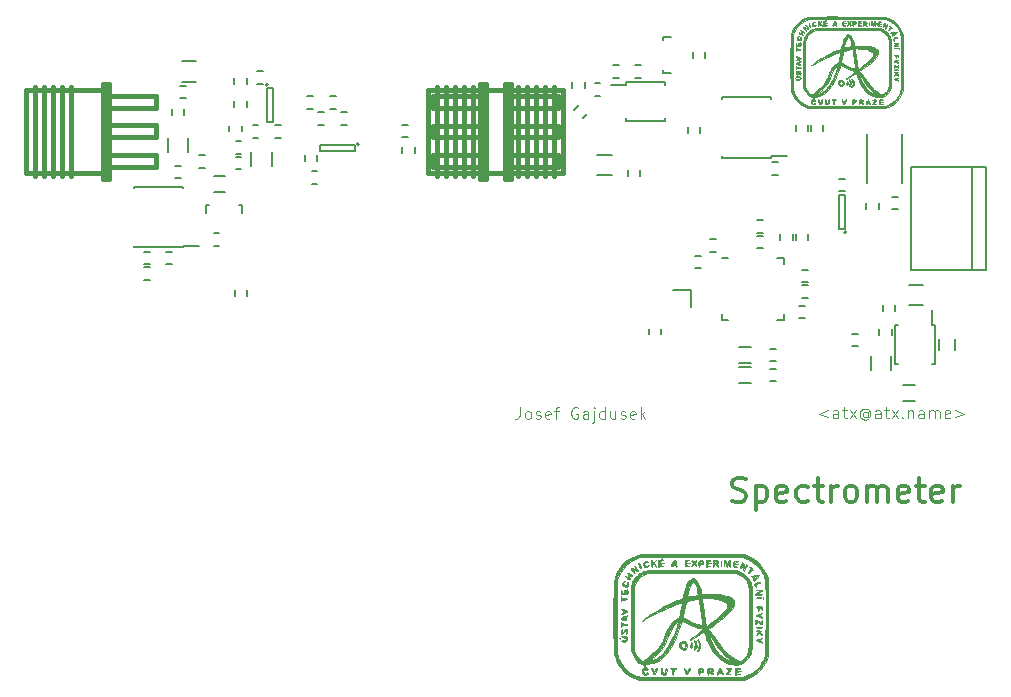
<source format=gbr>
G04 #@! TF.FileFunction,Legend,Top*
%FSLAX46Y46*%
G04 Gerber Fmt 4.6, Leading zero omitted, Abs format (unit mm)*
G04 Created by KiCad (PCBNEW 4.0.2-stable) date Thu 12 May 2016 11:20:09 PM CEST*
%MOMM*%
G01*
G04 APERTURE LIST*
%ADD10C,0.050000*%
%ADD11C,0.300000*%
%ADD12C,0.100000*%
%ADD13C,0.150000*%
%ADD14C,0.381000*%
%ADD15C,0.010000*%
G04 APERTURE END LIST*
D10*
D11*
X77326190Y-54709524D02*
X77611905Y-54804762D01*
X78088095Y-54804762D01*
X78278571Y-54709524D01*
X78373809Y-54614286D01*
X78469048Y-54423810D01*
X78469048Y-54233333D01*
X78373809Y-54042857D01*
X78278571Y-53947619D01*
X78088095Y-53852381D01*
X77707143Y-53757143D01*
X77516667Y-53661905D01*
X77421428Y-53566667D01*
X77326190Y-53376190D01*
X77326190Y-53185714D01*
X77421428Y-52995238D01*
X77516667Y-52900000D01*
X77707143Y-52804762D01*
X78183333Y-52804762D01*
X78469048Y-52900000D01*
X79326190Y-53471429D02*
X79326190Y-55471429D01*
X79326190Y-53566667D02*
X79516667Y-53471429D01*
X79897619Y-53471429D01*
X80088095Y-53566667D01*
X80183333Y-53661905D01*
X80278571Y-53852381D01*
X80278571Y-54423810D01*
X80183333Y-54614286D01*
X80088095Y-54709524D01*
X79897619Y-54804762D01*
X79516667Y-54804762D01*
X79326190Y-54709524D01*
X81897619Y-54709524D02*
X81707143Y-54804762D01*
X81326191Y-54804762D01*
X81135714Y-54709524D01*
X81040476Y-54519048D01*
X81040476Y-53757143D01*
X81135714Y-53566667D01*
X81326191Y-53471429D01*
X81707143Y-53471429D01*
X81897619Y-53566667D01*
X81992857Y-53757143D01*
X81992857Y-53947619D01*
X81040476Y-54138095D01*
X83707143Y-54709524D02*
X83516667Y-54804762D01*
X83135715Y-54804762D01*
X82945239Y-54709524D01*
X82850000Y-54614286D01*
X82754762Y-54423810D01*
X82754762Y-53852381D01*
X82850000Y-53661905D01*
X82945239Y-53566667D01*
X83135715Y-53471429D01*
X83516667Y-53471429D01*
X83707143Y-53566667D01*
X84278572Y-53471429D02*
X85040477Y-53471429D01*
X84564286Y-52804762D02*
X84564286Y-54519048D01*
X84659525Y-54709524D01*
X84850001Y-54804762D01*
X85040477Y-54804762D01*
X85707143Y-54804762D02*
X85707143Y-53471429D01*
X85707143Y-53852381D02*
X85802382Y-53661905D01*
X85897620Y-53566667D01*
X86088096Y-53471429D01*
X86278572Y-53471429D01*
X87230953Y-54804762D02*
X87040477Y-54709524D01*
X86945238Y-54614286D01*
X86850000Y-54423810D01*
X86850000Y-53852381D01*
X86945238Y-53661905D01*
X87040477Y-53566667D01*
X87230953Y-53471429D01*
X87516667Y-53471429D01*
X87707143Y-53566667D01*
X87802381Y-53661905D01*
X87897619Y-53852381D01*
X87897619Y-54423810D01*
X87802381Y-54614286D01*
X87707143Y-54709524D01*
X87516667Y-54804762D01*
X87230953Y-54804762D01*
X88754762Y-54804762D02*
X88754762Y-53471429D01*
X88754762Y-53661905D02*
X88850001Y-53566667D01*
X89040477Y-53471429D01*
X89326191Y-53471429D01*
X89516667Y-53566667D01*
X89611905Y-53757143D01*
X89611905Y-54804762D01*
X89611905Y-53757143D02*
X89707143Y-53566667D01*
X89897620Y-53471429D01*
X90183334Y-53471429D01*
X90373810Y-53566667D01*
X90469048Y-53757143D01*
X90469048Y-54804762D01*
X92183334Y-54709524D02*
X91992858Y-54804762D01*
X91611906Y-54804762D01*
X91421429Y-54709524D01*
X91326191Y-54519048D01*
X91326191Y-53757143D01*
X91421429Y-53566667D01*
X91611906Y-53471429D01*
X91992858Y-53471429D01*
X92183334Y-53566667D01*
X92278572Y-53757143D01*
X92278572Y-53947619D01*
X91326191Y-54138095D01*
X92850001Y-53471429D02*
X93611906Y-53471429D01*
X93135715Y-52804762D02*
X93135715Y-54519048D01*
X93230954Y-54709524D01*
X93421430Y-54804762D01*
X93611906Y-54804762D01*
X95040477Y-54709524D02*
X94850001Y-54804762D01*
X94469049Y-54804762D01*
X94278572Y-54709524D01*
X94183334Y-54519048D01*
X94183334Y-53757143D01*
X94278572Y-53566667D01*
X94469049Y-53471429D01*
X94850001Y-53471429D01*
X95040477Y-53566667D01*
X95135715Y-53757143D01*
X95135715Y-53947619D01*
X94183334Y-54138095D01*
X95992858Y-54804762D02*
X95992858Y-53471429D01*
X95992858Y-53852381D02*
X96088097Y-53661905D01*
X96183335Y-53566667D01*
X96373811Y-53471429D01*
X96564287Y-53471429D01*
D12*
X85395238Y-47085714D02*
X84633333Y-47371429D01*
X85395238Y-47657143D01*
X86300000Y-47752381D02*
X86300000Y-47228571D01*
X86252381Y-47133333D01*
X86157143Y-47085714D01*
X85966666Y-47085714D01*
X85871428Y-47133333D01*
X86300000Y-47704762D02*
X86204762Y-47752381D01*
X85966666Y-47752381D01*
X85871428Y-47704762D01*
X85823809Y-47609524D01*
X85823809Y-47514286D01*
X85871428Y-47419048D01*
X85966666Y-47371429D01*
X86204762Y-47371429D01*
X86300000Y-47323810D01*
X86633333Y-47085714D02*
X87014285Y-47085714D01*
X86776190Y-46752381D02*
X86776190Y-47609524D01*
X86823809Y-47704762D01*
X86919047Y-47752381D01*
X87014285Y-47752381D01*
X87252381Y-47752381D02*
X87776191Y-47085714D01*
X87252381Y-47085714D02*
X87776191Y-47752381D01*
X88776191Y-47276190D02*
X88728572Y-47228571D01*
X88633334Y-47180952D01*
X88538096Y-47180952D01*
X88442858Y-47228571D01*
X88395238Y-47276190D01*
X88347619Y-47371429D01*
X88347619Y-47466667D01*
X88395238Y-47561905D01*
X88442858Y-47609524D01*
X88538096Y-47657143D01*
X88633334Y-47657143D01*
X88728572Y-47609524D01*
X88776191Y-47561905D01*
X88776191Y-47180952D02*
X88776191Y-47561905D01*
X88823810Y-47609524D01*
X88871429Y-47609524D01*
X88966667Y-47561905D01*
X89014286Y-47466667D01*
X89014286Y-47228571D01*
X88919048Y-47085714D01*
X88776191Y-46990476D01*
X88585715Y-46942857D01*
X88395238Y-46990476D01*
X88252381Y-47085714D01*
X88157143Y-47228571D01*
X88109524Y-47419048D01*
X88157143Y-47609524D01*
X88252381Y-47752381D01*
X88395238Y-47847619D01*
X88585715Y-47895238D01*
X88776191Y-47847619D01*
X88919048Y-47752381D01*
X89871429Y-47752381D02*
X89871429Y-47228571D01*
X89823810Y-47133333D01*
X89728572Y-47085714D01*
X89538095Y-47085714D01*
X89442857Y-47133333D01*
X89871429Y-47704762D02*
X89776191Y-47752381D01*
X89538095Y-47752381D01*
X89442857Y-47704762D01*
X89395238Y-47609524D01*
X89395238Y-47514286D01*
X89442857Y-47419048D01*
X89538095Y-47371429D01*
X89776191Y-47371429D01*
X89871429Y-47323810D01*
X90204762Y-47085714D02*
X90585714Y-47085714D01*
X90347619Y-46752381D02*
X90347619Y-47609524D01*
X90395238Y-47704762D01*
X90490476Y-47752381D01*
X90585714Y-47752381D01*
X90823810Y-47752381D02*
X91347620Y-47085714D01*
X90823810Y-47085714D02*
X91347620Y-47752381D01*
X91728572Y-47657143D02*
X91776191Y-47704762D01*
X91728572Y-47752381D01*
X91680953Y-47704762D01*
X91728572Y-47657143D01*
X91728572Y-47752381D01*
X92204762Y-47085714D02*
X92204762Y-47752381D01*
X92204762Y-47180952D02*
X92252381Y-47133333D01*
X92347619Y-47085714D01*
X92490477Y-47085714D01*
X92585715Y-47133333D01*
X92633334Y-47228571D01*
X92633334Y-47752381D01*
X93538096Y-47752381D02*
X93538096Y-47228571D01*
X93490477Y-47133333D01*
X93395239Y-47085714D01*
X93204762Y-47085714D01*
X93109524Y-47133333D01*
X93538096Y-47704762D02*
X93442858Y-47752381D01*
X93204762Y-47752381D01*
X93109524Y-47704762D01*
X93061905Y-47609524D01*
X93061905Y-47514286D01*
X93109524Y-47419048D01*
X93204762Y-47371429D01*
X93442858Y-47371429D01*
X93538096Y-47323810D01*
X94014286Y-47752381D02*
X94014286Y-47085714D01*
X94014286Y-47180952D02*
X94061905Y-47133333D01*
X94157143Y-47085714D01*
X94300001Y-47085714D01*
X94395239Y-47133333D01*
X94442858Y-47228571D01*
X94442858Y-47752381D01*
X94442858Y-47228571D02*
X94490477Y-47133333D01*
X94585715Y-47085714D01*
X94728572Y-47085714D01*
X94823810Y-47133333D01*
X94871429Y-47228571D01*
X94871429Y-47752381D01*
X95728572Y-47704762D02*
X95633334Y-47752381D01*
X95442857Y-47752381D01*
X95347619Y-47704762D01*
X95300000Y-47609524D01*
X95300000Y-47228571D01*
X95347619Y-47133333D01*
X95442857Y-47085714D01*
X95633334Y-47085714D01*
X95728572Y-47133333D01*
X95776191Y-47228571D01*
X95776191Y-47323810D01*
X95300000Y-47419048D01*
X96204762Y-47085714D02*
X96966667Y-47371429D01*
X96204762Y-47657143D01*
X59337143Y-46792381D02*
X59337143Y-47506667D01*
X59289523Y-47649524D01*
X59194285Y-47744762D01*
X59051428Y-47792381D01*
X58956190Y-47792381D01*
X59956190Y-47792381D02*
X59860952Y-47744762D01*
X59813333Y-47697143D01*
X59765714Y-47601905D01*
X59765714Y-47316190D01*
X59813333Y-47220952D01*
X59860952Y-47173333D01*
X59956190Y-47125714D01*
X60099048Y-47125714D01*
X60194286Y-47173333D01*
X60241905Y-47220952D01*
X60289524Y-47316190D01*
X60289524Y-47601905D01*
X60241905Y-47697143D01*
X60194286Y-47744762D01*
X60099048Y-47792381D01*
X59956190Y-47792381D01*
X60670476Y-47744762D02*
X60765714Y-47792381D01*
X60956190Y-47792381D01*
X61051429Y-47744762D01*
X61099048Y-47649524D01*
X61099048Y-47601905D01*
X61051429Y-47506667D01*
X60956190Y-47459048D01*
X60813333Y-47459048D01*
X60718095Y-47411429D01*
X60670476Y-47316190D01*
X60670476Y-47268571D01*
X60718095Y-47173333D01*
X60813333Y-47125714D01*
X60956190Y-47125714D01*
X61051429Y-47173333D01*
X61908572Y-47744762D02*
X61813334Y-47792381D01*
X61622857Y-47792381D01*
X61527619Y-47744762D01*
X61480000Y-47649524D01*
X61480000Y-47268571D01*
X61527619Y-47173333D01*
X61622857Y-47125714D01*
X61813334Y-47125714D01*
X61908572Y-47173333D01*
X61956191Y-47268571D01*
X61956191Y-47363810D01*
X61480000Y-47459048D01*
X62241905Y-47125714D02*
X62622857Y-47125714D01*
X62384762Y-47792381D02*
X62384762Y-46935238D01*
X62432381Y-46840000D01*
X62527619Y-46792381D01*
X62622857Y-46792381D01*
X64241906Y-46840000D02*
X64146668Y-46792381D01*
X64003811Y-46792381D01*
X63860953Y-46840000D01*
X63765715Y-46935238D01*
X63718096Y-47030476D01*
X63670477Y-47220952D01*
X63670477Y-47363810D01*
X63718096Y-47554286D01*
X63765715Y-47649524D01*
X63860953Y-47744762D01*
X64003811Y-47792381D01*
X64099049Y-47792381D01*
X64241906Y-47744762D01*
X64289525Y-47697143D01*
X64289525Y-47363810D01*
X64099049Y-47363810D01*
X65146668Y-47792381D02*
X65146668Y-47268571D01*
X65099049Y-47173333D01*
X65003811Y-47125714D01*
X64813334Y-47125714D01*
X64718096Y-47173333D01*
X65146668Y-47744762D02*
X65051430Y-47792381D01*
X64813334Y-47792381D01*
X64718096Y-47744762D01*
X64670477Y-47649524D01*
X64670477Y-47554286D01*
X64718096Y-47459048D01*
X64813334Y-47411429D01*
X65051430Y-47411429D01*
X65146668Y-47363810D01*
X65622858Y-47125714D02*
X65622858Y-47982857D01*
X65575239Y-48078095D01*
X65480001Y-48125714D01*
X65432382Y-48125714D01*
X65622858Y-46792381D02*
X65575239Y-46840000D01*
X65622858Y-46887619D01*
X65670477Y-46840000D01*
X65622858Y-46792381D01*
X65622858Y-46887619D01*
X66527620Y-47792381D02*
X66527620Y-46792381D01*
X66527620Y-47744762D02*
X66432382Y-47792381D01*
X66241905Y-47792381D01*
X66146667Y-47744762D01*
X66099048Y-47697143D01*
X66051429Y-47601905D01*
X66051429Y-47316190D01*
X66099048Y-47220952D01*
X66146667Y-47173333D01*
X66241905Y-47125714D01*
X66432382Y-47125714D01*
X66527620Y-47173333D01*
X67432382Y-47125714D02*
X67432382Y-47792381D01*
X67003810Y-47125714D02*
X67003810Y-47649524D01*
X67051429Y-47744762D01*
X67146667Y-47792381D01*
X67289525Y-47792381D01*
X67384763Y-47744762D01*
X67432382Y-47697143D01*
X67860953Y-47744762D02*
X67956191Y-47792381D01*
X68146667Y-47792381D01*
X68241906Y-47744762D01*
X68289525Y-47649524D01*
X68289525Y-47601905D01*
X68241906Y-47506667D01*
X68146667Y-47459048D01*
X68003810Y-47459048D01*
X67908572Y-47411429D01*
X67860953Y-47316190D01*
X67860953Y-47268571D01*
X67908572Y-47173333D01*
X68003810Y-47125714D01*
X68146667Y-47125714D01*
X68241906Y-47173333D01*
X69099049Y-47744762D02*
X69003811Y-47792381D01*
X68813334Y-47792381D01*
X68718096Y-47744762D01*
X68670477Y-47649524D01*
X68670477Y-47268571D01*
X68718096Y-47173333D01*
X68813334Y-47125714D01*
X69003811Y-47125714D01*
X69099049Y-47173333D01*
X69146668Y-47268571D01*
X69146668Y-47363810D01*
X68670477Y-47459048D01*
X69575239Y-47792381D02*
X69575239Y-46792381D01*
X69670477Y-47411429D02*
X69956192Y-47792381D01*
X69956192Y-47125714D02*
X69575239Y-47506667D01*
D13*
X90075000Y-38150000D02*
X90075000Y-38650000D01*
X91125000Y-38650000D02*
X91125000Y-38150000D01*
X64694454Y-22348008D02*
X65048008Y-21994454D01*
X64305546Y-21251992D02*
X63951992Y-21605546D01*
X82675000Y-22950000D02*
X82675000Y-23450000D01*
X83725000Y-23450000D02*
X83725000Y-22950000D01*
X73575000Y-23100000D02*
X73575000Y-23600000D01*
X74625000Y-23600000D02*
X74625000Y-23100000D01*
X75450000Y-33625000D02*
X75950000Y-33625000D01*
X75950000Y-32575000D02*
X75450000Y-32575000D01*
X83450000Y-38225000D02*
X82950000Y-38225000D01*
X82950000Y-39275000D02*
X83450000Y-39275000D01*
X78900000Y-43075000D02*
X77900000Y-43075000D01*
X77900000Y-41725000D02*
X78900000Y-41725000D01*
X91350000Y-28975000D02*
X90850000Y-28975000D01*
X90850000Y-30025000D02*
X91350000Y-30025000D01*
X66156000Y-19373000D02*
X65656000Y-19373000D01*
X65656000Y-20423000D02*
X66156000Y-20423000D01*
X71325000Y-40650000D02*
X71325000Y-40150000D01*
X70275000Y-40150000D02*
X70275000Y-40650000D01*
X87450000Y-41625000D02*
X87950000Y-41625000D01*
X87950000Y-40575000D02*
X87450000Y-40575000D01*
X63775000Y-19250000D02*
X63775000Y-19750000D01*
X64825000Y-19750000D02*
X64825000Y-19250000D01*
X75025000Y-17250000D02*
X75025000Y-16750000D01*
X73975000Y-16750000D02*
X73975000Y-17250000D01*
X69100000Y-18925000D02*
X69600000Y-18925000D01*
X69600000Y-17875000D02*
X69100000Y-17875000D01*
X67700000Y-17875000D02*
X67200000Y-17875000D01*
X67200000Y-18925000D02*
X67700000Y-18925000D01*
X79950000Y-30975000D02*
X79450000Y-30975000D01*
X79450000Y-32025000D02*
X79950000Y-32025000D01*
X79950000Y-32275000D02*
X79450000Y-32275000D01*
X79450000Y-33325000D02*
X79950000Y-33325000D01*
X83725000Y-32650000D02*
X83725000Y-32150000D01*
X82675000Y-32150000D02*
X82675000Y-32650000D01*
X82425000Y-32650000D02*
X82425000Y-32150000D01*
X81375000Y-32150000D02*
X81375000Y-32650000D01*
X83250000Y-37525000D02*
X83750000Y-37525000D01*
X83750000Y-36475000D02*
X83250000Y-36475000D01*
X83250000Y-36225000D02*
X83750000Y-36225000D01*
X83750000Y-35175000D02*
X83250000Y-35175000D01*
X80550000Y-44625000D02*
X81050000Y-44625000D01*
X81050000Y-43575000D02*
X80550000Y-43575000D01*
X30600000Y-20625000D02*
X31100000Y-20625000D01*
X31100000Y-19575000D02*
X30600000Y-19575000D01*
X94475000Y-39825000D02*
X94225000Y-39825000D01*
X94475000Y-43175000D02*
X94225000Y-43175000D01*
X91125000Y-43175000D02*
X91375000Y-43175000D01*
X91125000Y-39825000D02*
X91375000Y-39825000D01*
X94475000Y-39825000D02*
X94475000Y-43175000D01*
X91125000Y-39825000D02*
X91125000Y-43175000D01*
X94225000Y-39825000D02*
X94225000Y-38575000D01*
X68295000Y-19239000D02*
X68295000Y-19489000D01*
X71645000Y-19239000D02*
X71645000Y-19489000D01*
X71645000Y-22589000D02*
X71645000Y-22339000D01*
X68295000Y-22589000D02*
X68295000Y-22339000D01*
X68295000Y-19239000D02*
X71645000Y-19239000D01*
X68295000Y-22589000D02*
X71645000Y-22589000D01*
X68295000Y-19489000D02*
X67045000Y-19489000D01*
X87000000Y-32000000D02*
G75*
G03X87000000Y-32000000I-100000J0D01*
G01*
X86350000Y-31750000D02*
X86850000Y-31750000D01*
X86350000Y-28850000D02*
X86350000Y-31750000D01*
X86850000Y-28850000D02*
X86350000Y-28850000D01*
X86850000Y-31750000D02*
X86850000Y-28850000D01*
X93500000Y-38175000D02*
X92300000Y-38175000D01*
X92300000Y-36425000D02*
X93500000Y-36425000D01*
X96175000Y-41000000D02*
X96175000Y-42000000D01*
X94825000Y-42000000D02*
X94825000Y-41000000D01*
X91750000Y-44925000D02*
X92750000Y-44925000D01*
X92750000Y-46275000D02*
X91750000Y-46275000D01*
X89775000Y-40200000D02*
X89775000Y-40700000D01*
X90825000Y-40700000D02*
X90825000Y-40200000D01*
X89025000Y-43650000D02*
X89025000Y-42450000D01*
X90775000Y-42450000D02*
X90775000Y-43650000D01*
X83975000Y-22950000D02*
X83975000Y-23450000D01*
X85025000Y-23450000D02*
X85025000Y-22950000D01*
X65900000Y-25425000D02*
X67100000Y-25425000D01*
X67100000Y-27175000D02*
X65900000Y-27175000D01*
X69525000Y-27250000D02*
X69525000Y-26750000D01*
X68475000Y-26750000D02*
X68475000Y-27250000D01*
X80650000Y-27125000D02*
X81150000Y-27125000D01*
X81150000Y-26075000D02*
X80650000Y-26075000D01*
X91700000Y-23700000D02*
X91700000Y-27800000D01*
X88700000Y-23700000D02*
X88700000Y-27800000D01*
X88675000Y-29550000D02*
X88675000Y-30050000D01*
X89725000Y-30050000D02*
X89725000Y-29550000D01*
X74650000Y-33975000D02*
X74150000Y-33975000D01*
X74150000Y-35025000D02*
X74650000Y-35025000D01*
X86850000Y-27475000D02*
X86350000Y-27475000D01*
X86350000Y-28525000D02*
X86850000Y-28525000D01*
X31950000Y-19275000D02*
X30750000Y-19275000D01*
X30750000Y-17525000D02*
X31950000Y-17525000D01*
X31275000Y-24000000D02*
X31275000Y-25200000D01*
X29525000Y-25200000D02*
X29525000Y-24000000D01*
X35225000Y-36850000D02*
X35225000Y-37350000D01*
X36275000Y-37350000D02*
X36275000Y-36850000D01*
X27500000Y-36025000D02*
X28000000Y-36025000D01*
X28000000Y-34975000D02*
X27500000Y-34975000D01*
X30650000Y-26375000D02*
X30150000Y-26375000D01*
X30150000Y-27425000D02*
X30650000Y-27425000D01*
X35262207Y-25333137D02*
X35762207Y-25333137D01*
X35762207Y-24283137D02*
X35262207Y-24283137D01*
X36587207Y-26358137D02*
X36587207Y-25158137D01*
X38337207Y-25158137D02*
X38337207Y-26358137D01*
X43750000Y-20475000D02*
X43250000Y-20475000D01*
X43250000Y-21525000D02*
X43750000Y-21525000D01*
X44200000Y-22875000D02*
X44700000Y-22875000D01*
X44700000Y-21825000D02*
X44200000Y-21825000D01*
X50425000Y-25250000D02*
X50425000Y-24750000D01*
X49375000Y-24750000D02*
X49375000Y-25250000D01*
X78900000Y-44775000D02*
X77900000Y-44775000D01*
X77900000Y-43425000D02*
X78900000Y-43425000D01*
D14*
X52329700Y-27217040D02*
X52329700Y-19718960D01*
X53079000Y-19718960D02*
X53079000Y-27217040D01*
X53830840Y-27217040D02*
X53830840Y-19718960D01*
X55329440Y-19718960D02*
X55329440Y-27217040D01*
X54580140Y-27217040D02*
X54580140Y-19718960D01*
X51580400Y-19967880D02*
X51580400Y-26968120D01*
X51580400Y-26968120D02*
X52080780Y-26968120D01*
X58080260Y-19467500D02*
X58580640Y-19467500D01*
X58080260Y-27468500D02*
X58580640Y-27468500D01*
X58329180Y-27468500D02*
X58329180Y-19467500D01*
X58080260Y-19467500D02*
X58080260Y-27468500D01*
X58580640Y-25466980D02*
X62581140Y-25466980D01*
X62581140Y-25466980D02*
X62581140Y-26467740D01*
X62581140Y-26467740D02*
X58580640Y-26467740D01*
X58580640Y-22967620D02*
X62581140Y-22967620D01*
X62581140Y-22967620D02*
X62581140Y-23968380D01*
X62581140Y-23968380D02*
X58580640Y-23968380D01*
X58580640Y-20468260D02*
X62581140Y-20468260D01*
X62581140Y-20468260D02*
X62581140Y-21469020D01*
X62581140Y-21469020D02*
X58580640Y-21469020D01*
X51580400Y-19967880D02*
X58580640Y-19967880D01*
X58580640Y-19467500D02*
X58580640Y-27468500D01*
X58580640Y-26968120D02*
X52080780Y-26968120D01*
X18299700Y-27199040D02*
X18299700Y-19700960D01*
X19049000Y-19700960D02*
X19049000Y-27199040D01*
X19800840Y-27199040D02*
X19800840Y-19700960D01*
X21299440Y-19700960D02*
X21299440Y-27199040D01*
X20550140Y-27199040D02*
X20550140Y-19700960D01*
X17550400Y-19949880D02*
X17550400Y-26950120D01*
X17550400Y-26950120D02*
X18050780Y-26950120D01*
X24050260Y-19449500D02*
X24550640Y-19449500D01*
X24050260Y-27450500D02*
X24550640Y-27450500D01*
X24299180Y-27450500D02*
X24299180Y-19449500D01*
X24050260Y-19449500D02*
X24050260Y-27450500D01*
X24550640Y-25448980D02*
X28551140Y-25448980D01*
X28551140Y-25448980D02*
X28551140Y-26449740D01*
X28551140Y-26449740D02*
X24550640Y-26449740D01*
X24550640Y-22949620D02*
X28551140Y-22949620D01*
X28551140Y-22949620D02*
X28551140Y-23950380D01*
X28551140Y-23950380D02*
X24550640Y-23950380D01*
X24550640Y-20450260D02*
X28551140Y-20450260D01*
X28551140Y-20450260D02*
X28551140Y-21451020D01*
X28551140Y-21451020D02*
X24550640Y-21451020D01*
X17550400Y-19949880D02*
X24550640Y-19949880D01*
X24550640Y-19449500D02*
X24550640Y-27450500D01*
X24550640Y-26950120D02*
X18050780Y-26950120D01*
X62210300Y-19718960D02*
X62210300Y-27217040D01*
X61461000Y-27217040D02*
X61461000Y-19718960D01*
X60709160Y-19718960D02*
X60709160Y-27217040D01*
X59210560Y-27217040D02*
X59210560Y-19718960D01*
X59959860Y-19718960D02*
X59959860Y-27217040D01*
X62959600Y-26968120D02*
X62959600Y-19967880D01*
X62959600Y-19967880D02*
X62459220Y-19967880D01*
X56459740Y-27468500D02*
X55959360Y-27468500D01*
X56459740Y-19467500D02*
X55959360Y-19467500D01*
X56210820Y-19467500D02*
X56210820Y-27468500D01*
X56459740Y-27468500D02*
X56459740Y-19467500D01*
X55959360Y-21469020D02*
X51958860Y-21469020D01*
X51958860Y-21469020D02*
X51958860Y-20468260D01*
X51958860Y-20468260D02*
X55959360Y-20468260D01*
X55959360Y-23968380D02*
X51958860Y-23968380D01*
X51958860Y-23968380D02*
X51958860Y-22967620D01*
X51958860Y-22967620D02*
X55959360Y-22967620D01*
X55959360Y-26467740D02*
X51958860Y-26467740D01*
X51958860Y-26467740D02*
X51958860Y-25466980D01*
X51958860Y-25466980D02*
X55959360Y-25466980D01*
X62959600Y-26968120D02*
X55959360Y-26968120D01*
X55959360Y-27468500D02*
X55959360Y-19467500D01*
X55959360Y-19967880D02*
X62459220Y-19967880D01*
D13*
X35175000Y-20850000D02*
X35175000Y-21350000D01*
X36225000Y-21350000D02*
X36225000Y-20850000D01*
X35775000Y-23458137D02*
X35775000Y-22958137D01*
X34725000Y-22958137D02*
X34725000Y-23458137D01*
X37200000Y-22925000D02*
X36700000Y-22925000D01*
X36700000Y-23975000D02*
X37200000Y-23975000D01*
X98817460Y-35150900D02*
X98817460Y-26450900D01*
X92412460Y-35150900D02*
X92412460Y-26450900D01*
X92412460Y-26450900D02*
X98817460Y-26450900D01*
X97587460Y-26450900D02*
X97587460Y-35150900D01*
X98817460Y-35150900D02*
X92412460Y-35150900D01*
X71449760Y-15700840D02*
X71449760Y-15749100D01*
X72150800Y-18499820D02*
X71449760Y-18499820D01*
X71449760Y-18499820D02*
X71449760Y-18250900D01*
X71449760Y-15700840D02*
X71449760Y-15500180D01*
X71449760Y-15500180D02*
X72150800Y-15500180D01*
X35599160Y-29649760D02*
X35550900Y-29649760D01*
X32800180Y-30350800D02*
X32800180Y-29649760D01*
X32800180Y-29649760D02*
X33049100Y-29649760D01*
X35599160Y-29649760D02*
X35799820Y-29649760D01*
X35799820Y-29649760D02*
X35799820Y-30350800D01*
X80550000Y-42925000D02*
X81050000Y-42925000D01*
X81050000Y-41875000D02*
X80550000Y-41875000D01*
X30925000Y-22050000D02*
X30925000Y-21550000D01*
X29875000Y-21550000D02*
X29875000Y-22050000D01*
X32150000Y-26525000D02*
X32650000Y-26525000D01*
X32650000Y-25475000D02*
X32150000Y-25475000D01*
X33900000Y-32075000D02*
X33400000Y-32075000D01*
X33400000Y-33125000D02*
X33900000Y-33125000D01*
X29400000Y-34675000D02*
X29900000Y-34675000D01*
X29900000Y-33625000D02*
X29400000Y-33625000D01*
X27500000Y-34675000D02*
X28000000Y-34675000D01*
X28000000Y-33625000D02*
X27500000Y-33625000D01*
X35262207Y-26633137D02*
X35762207Y-26633137D01*
X35762207Y-25583137D02*
X35262207Y-25583137D01*
X36225000Y-19450000D02*
X36225000Y-18950000D01*
X35175000Y-18950000D02*
X35175000Y-19450000D01*
X39100000Y-22925000D02*
X38600000Y-22925000D01*
X38600000Y-23975000D02*
X39100000Y-23975000D01*
X37600000Y-18375000D02*
X37100000Y-18375000D01*
X37100000Y-19425000D02*
X37600000Y-19425000D01*
X41350000Y-21525000D02*
X41850000Y-21525000D01*
X41850000Y-20475000D02*
X41350000Y-20475000D01*
X42200000Y-26825000D02*
X41700000Y-26825000D01*
X41700000Y-27875000D02*
X42200000Y-27875000D01*
X42250000Y-22875000D02*
X42750000Y-22875000D01*
X42750000Y-21825000D02*
X42250000Y-21825000D01*
X42175000Y-25950000D02*
X42175000Y-25450000D01*
X41125000Y-25450000D02*
X41125000Y-25950000D01*
X49350000Y-23925000D02*
X49850000Y-23925000D01*
X49850000Y-22875000D02*
X49350000Y-22875000D01*
X80575000Y-25675000D02*
X80575000Y-25530000D01*
X76425000Y-25675000D02*
X76425000Y-25530000D01*
X76425000Y-20525000D02*
X76425000Y-20670000D01*
X80575000Y-20525000D02*
X80575000Y-20670000D01*
X80575000Y-25675000D02*
X76425000Y-25675000D01*
X80575000Y-20525000D02*
X76425000Y-20525000D01*
X80575000Y-25530000D02*
X81975000Y-25530000D01*
X81662500Y-34175000D02*
X81662500Y-34700000D01*
X76412500Y-39425000D02*
X76412500Y-38900000D01*
X81662500Y-39425000D02*
X81662500Y-38900000D01*
X76412500Y-34175000D02*
X76937500Y-34175000D01*
X76412500Y-39425000D02*
X76937500Y-39425000D01*
X81662500Y-39425000D02*
X81137500Y-39425000D01*
X81662500Y-34175000D02*
X81137500Y-34175000D01*
X73800000Y-36900000D02*
X72300000Y-36900000D01*
X73800000Y-38300000D02*
X73800000Y-36900000D01*
X30775000Y-33275000D02*
X30775000Y-33130000D01*
X26625000Y-33275000D02*
X26625000Y-33130000D01*
X26625000Y-28125000D02*
X26625000Y-28270000D01*
X30775000Y-28125000D02*
X30775000Y-28270000D01*
X30775000Y-33275000D02*
X26625000Y-33275000D01*
X30775000Y-28125000D02*
X26625000Y-28125000D01*
X30775000Y-33130000D02*
X32175000Y-33130000D01*
X38000000Y-19500000D02*
G75*
G03X38000000Y-19500000I-100000J0D01*
G01*
X38450000Y-19750000D02*
X37950000Y-19750000D01*
X38450000Y-22650000D02*
X38450000Y-19750000D01*
X37950000Y-22650000D02*
X38450000Y-22650000D01*
X37950000Y-19750000D02*
X37950000Y-22650000D01*
X45700000Y-24550000D02*
G75*
G03X45700000Y-24550000I-100000J0D01*
G01*
X45350000Y-25100000D02*
X45350000Y-24600000D01*
X42450000Y-25100000D02*
X45350000Y-25100000D01*
X42450000Y-24600000D02*
X42450000Y-25100000D01*
X45350000Y-24600000D02*
X42450000Y-24600000D01*
X34400000Y-28575000D02*
X33400000Y-28575000D01*
X33400000Y-27225000D02*
X34400000Y-27225000D01*
D15*
G36*
X85920927Y-13726688D02*
X86449605Y-13728072D01*
X87062816Y-13730374D01*
X87145729Y-13730720D01*
X90255818Y-13743818D01*
X90525689Y-13852664D01*
X90887550Y-14046317D01*
X91210111Y-14312949D01*
X91476872Y-14636035D01*
X91671332Y-14999048D01*
X91672032Y-15000781D01*
X91779818Y-15267818D01*
X91779818Y-19978364D01*
X91672032Y-20245401D01*
X91477942Y-20608560D01*
X91211475Y-20931867D01*
X90889132Y-21198796D01*
X90527414Y-21392821D01*
X90525689Y-21393518D01*
X90255818Y-21502364D01*
X87115454Y-21511648D01*
X86483654Y-21513262D01*
X85937504Y-21514023D01*
X85470293Y-21513813D01*
X85075310Y-21512515D01*
X84745845Y-21510011D01*
X84475188Y-21506184D01*
X84256627Y-21500917D01*
X84083452Y-21494090D01*
X83948952Y-21485588D01*
X83846416Y-21475292D01*
X83769134Y-21463085D01*
X83722210Y-21452199D01*
X83329601Y-21299303D01*
X82983308Y-21071290D01*
X82692748Y-20777717D01*
X82467334Y-20428140D01*
X82316479Y-20032112D01*
X82314065Y-20022931D01*
X82294877Y-19899959D01*
X82278376Y-19696742D01*
X82264561Y-19425362D01*
X82253433Y-19097900D01*
X82244991Y-18726435D01*
X82239237Y-18323048D01*
X82236168Y-17899821D01*
X82235785Y-17468833D01*
X82238089Y-17042165D01*
X82243079Y-16631898D01*
X82250755Y-16250113D01*
X82261119Y-15908889D01*
X82274168Y-15620308D01*
X82289905Y-15396450D01*
X82300233Y-15314000D01*
X82451091Y-15314000D01*
X82451091Y-17623091D01*
X82451150Y-18143930D01*
X82451560Y-18580814D01*
X82452672Y-18942151D01*
X82454835Y-19236351D01*
X82458399Y-19471822D01*
X82463715Y-19656973D01*
X82471132Y-19800212D01*
X82481001Y-19909948D01*
X82493672Y-19994589D01*
X82509494Y-20062545D01*
X82528817Y-20122223D01*
X82551993Y-20182034D01*
X82558260Y-20197573D01*
X82684119Y-20432506D01*
X82866138Y-20676278D01*
X83077808Y-20898122D01*
X83292624Y-21067274D01*
X83324267Y-21086662D01*
X83406517Y-21134123D01*
X83484508Y-21175151D01*
X83565288Y-21210193D01*
X83655902Y-21239695D01*
X83763401Y-21264104D01*
X83894830Y-21283866D01*
X84057238Y-21299428D01*
X84257672Y-21311237D01*
X84503181Y-21319739D01*
X84800810Y-21325381D01*
X85157609Y-21328610D01*
X85580625Y-21329872D01*
X86076905Y-21329614D01*
X86653498Y-21328283D01*
X87115454Y-21326931D01*
X90209636Y-21317637D01*
X90486727Y-21206405D01*
X90747230Y-21064083D01*
X91005660Y-20856965D01*
X91237271Y-20609799D01*
X91417319Y-20347326D01*
X91483860Y-20209273D01*
X91509671Y-20143675D01*
X91531201Y-20081049D01*
X91548901Y-20012623D01*
X91563222Y-19929623D01*
X91574617Y-19823280D01*
X91583536Y-19684820D01*
X91590432Y-19505471D01*
X91595755Y-19276462D01*
X91599958Y-18989020D01*
X91603492Y-18634375D01*
X91606809Y-18203752D01*
X91609861Y-17761637D01*
X91613167Y-17216585D01*
X91614634Y-16755249D01*
X91613625Y-16368986D01*
X91609506Y-16049156D01*
X91601638Y-15787117D01*
X91589387Y-15574229D01*
X91572117Y-15401850D01*
X91549190Y-15261340D01*
X91519971Y-15144058D01*
X91483824Y-15041361D01*
X91440112Y-14944611D01*
X91396247Y-14860057D01*
X91237771Y-14630853D01*
X91019883Y-14402979D01*
X90771999Y-14202787D01*
X90523535Y-14056630D01*
X90476779Y-14036370D01*
X90209636Y-13928546D01*
X83836545Y-13928546D01*
X83559454Y-14039777D01*
X83298951Y-14182100D01*
X83040522Y-14389217D01*
X82808911Y-14636384D01*
X82628862Y-14898856D01*
X82562322Y-15036909D01*
X82451091Y-15314000D01*
X82300233Y-15314000D01*
X82308327Y-15249395D01*
X82314065Y-15223251D01*
X82463986Y-14823074D01*
X82688348Y-14472097D01*
X82978806Y-14178633D01*
X83327015Y-13950997D01*
X83724630Y-13797503D01*
X83752504Y-13790158D01*
X83818588Y-13775657D01*
X83899617Y-13763294D01*
X84002550Y-13752945D01*
X84134346Y-13744490D01*
X84301964Y-13737806D01*
X84512361Y-13732771D01*
X84772498Y-13729264D01*
X85089332Y-13727162D01*
X85469822Y-13726344D01*
X85920927Y-13726688D01*
X85920927Y-13726688D01*
G37*
X85920927Y-13726688D02*
X86449605Y-13728072D01*
X87062816Y-13730374D01*
X87145729Y-13730720D01*
X90255818Y-13743818D01*
X90525689Y-13852664D01*
X90887550Y-14046317D01*
X91210111Y-14312949D01*
X91476872Y-14636035D01*
X91671332Y-14999048D01*
X91672032Y-15000781D01*
X91779818Y-15267818D01*
X91779818Y-19978364D01*
X91672032Y-20245401D01*
X91477942Y-20608560D01*
X91211475Y-20931867D01*
X90889132Y-21198796D01*
X90527414Y-21392821D01*
X90525689Y-21393518D01*
X90255818Y-21502364D01*
X87115454Y-21511648D01*
X86483654Y-21513262D01*
X85937504Y-21514023D01*
X85470293Y-21513813D01*
X85075310Y-21512515D01*
X84745845Y-21510011D01*
X84475188Y-21506184D01*
X84256627Y-21500917D01*
X84083452Y-21494090D01*
X83948952Y-21485588D01*
X83846416Y-21475292D01*
X83769134Y-21463085D01*
X83722210Y-21452199D01*
X83329601Y-21299303D01*
X82983308Y-21071290D01*
X82692748Y-20777717D01*
X82467334Y-20428140D01*
X82316479Y-20032112D01*
X82314065Y-20022931D01*
X82294877Y-19899959D01*
X82278376Y-19696742D01*
X82264561Y-19425362D01*
X82253433Y-19097900D01*
X82244991Y-18726435D01*
X82239237Y-18323048D01*
X82236168Y-17899821D01*
X82235785Y-17468833D01*
X82238089Y-17042165D01*
X82243079Y-16631898D01*
X82250755Y-16250113D01*
X82261119Y-15908889D01*
X82274168Y-15620308D01*
X82289905Y-15396450D01*
X82300233Y-15314000D01*
X82451091Y-15314000D01*
X82451091Y-17623091D01*
X82451150Y-18143930D01*
X82451560Y-18580814D01*
X82452672Y-18942151D01*
X82454835Y-19236351D01*
X82458399Y-19471822D01*
X82463715Y-19656973D01*
X82471132Y-19800212D01*
X82481001Y-19909948D01*
X82493672Y-19994589D01*
X82509494Y-20062545D01*
X82528817Y-20122223D01*
X82551993Y-20182034D01*
X82558260Y-20197573D01*
X82684119Y-20432506D01*
X82866138Y-20676278D01*
X83077808Y-20898122D01*
X83292624Y-21067274D01*
X83324267Y-21086662D01*
X83406517Y-21134123D01*
X83484508Y-21175151D01*
X83565288Y-21210193D01*
X83655902Y-21239695D01*
X83763401Y-21264104D01*
X83894830Y-21283866D01*
X84057238Y-21299428D01*
X84257672Y-21311237D01*
X84503181Y-21319739D01*
X84800810Y-21325381D01*
X85157609Y-21328610D01*
X85580625Y-21329872D01*
X86076905Y-21329614D01*
X86653498Y-21328283D01*
X87115454Y-21326931D01*
X90209636Y-21317637D01*
X90486727Y-21206405D01*
X90747230Y-21064083D01*
X91005660Y-20856965D01*
X91237271Y-20609799D01*
X91417319Y-20347326D01*
X91483860Y-20209273D01*
X91509671Y-20143675D01*
X91531201Y-20081049D01*
X91548901Y-20012623D01*
X91563222Y-19929623D01*
X91574617Y-19823280D01*
X91583536Y-19684820D01*
X91590432Y-19505471D01*
X91595755Y-19276462D01*
X91599958Y-18989020D01*
X91603492Y-18634375D01*
X91606809Y-18203752D01*
X91609861Y-17761637D01*
X91613167Y-17216585D01*
X91614634Y-16755249D01*
X91613625Y-16368986D01*
X91609506Y-16049156D01*
X91601638Y-15787117D01*
X91589387Y-15574229D01*
X91572117Y-15401850D01*
X91549190Y-15261340D01*
X91519971Y-15144058D01*
X91483824Y-15041361D01*
X91440112Y-14944611D01*
X91396247Y-14860057D01*
X91237771Y-14630853D01*
X91019883Y-14402979D01*
X90771999Y-14202787D01*
X90523535Y-14056630D01*
X90476779Y-14036370D01*
X90209636Y-13928546D01*
X83836545Y-13928546D01*
X83559454Y-14039777D01*
X83298951Y-14182100D01*
X83040522Y-14389217D01*
X82808911Y-14636384D01*
X82628862Y-14898856D01*
X82562322Y-15036909D01*
X82451091Y-15314000D01*
X82300233Y-15314000D01*
X82308327Y-15249395D01*
X82314065Y-15223251D01*
X82463986Y-14823074D01*
X82688348Y-14472097D01*
X82978806Y-14178633D01*
X83327015Y-13950997D01*
X83724630Y-13797503D01*
X83752504Y-13790158D01*
X83818588Y-13775657D01*
X83899617Y-13763294D01*
X84002550Y-13752945D01*
X84134346Y-13744490D01*
X84301964Y-13737806D01*
X84512361Y-13732771D01*
X84772498Y-13729264D01*
X85089332Y-13727162D01*
X85469822Y-13726344D01*
X85920927Y-13726688D01*
G36*
X84249720Y-20663643D02*
X84255172Y-20689343D01*
X84267467Y-20738253D01*
X84298629Y-20757166D01*
X84365116Y-20802844D01*
X84353617Y-20842310D01*
X84277509Y-20855774D01*
X84235737Y-20850220D01*
X84119289Y-20855453D01*
X84068484Y-20917712D01*
X84094410Y-21019493D01*
X84111811Y-21045859D01*
X84169800Y-21101849D01*
X84230670Y-21080863D01*
X84248300Y-21066858D01*
X84323397Y-21028985D01*
X84362338Y-21049104D01*
X84346444Y-21106746D01*
X84282592Y-21142117D01*
X84178695Y-21156000D01*
X84061970Y-21131417D01*
X84003586Y-21053814D01*
X83982823Y-20918450D01*
X84015261Y-20805607D01*
X84073597Y-20754707D01*
X84115345Y-20711013D01*
X84110645Y-20689343D01*
X84127677Y-20657018D01*
X84182909Y-20648000D01*
X84249720Y-20663643D01*
X84249720Y-20663643D01*
G37*
X84249720Y-20663643D02*
X84255172Y-20689343D01*
X84267467Y-20738253D01*
X84298629Y-20757166D01*
X84365116Y-20802844D01*
X84353617Y-20842310D01*
X84277509Y-20855774D01*
X84235737Y-20850220D01*
X84119289Y-20855453D01*
X84068484Y-20917712D01*
X84094410Y-21019493D01*
X84111811Y-21045859D01*
X84169800Y-21101849D01*
X84230670Y-21080863D01*
X84248300Y-21066858D01*
X84323397Y-21028985D01*
X84362338Y-21049104D01*
X84346444Y-21106746D01*
X84282592Y-21142117D01*
X84178695Y-21156000D01*
X84061970Y-21131417D01*
X84003586Y-21053814D01*
X83982823Y-20918450D01*
X84015261Y-20805607D01*
X84073597Y-20754707D01*
X84115345Y-20711013D01*
X84110645Y-20689343D01*
X84127677Y-20657018D01*
X84182909Y-20648000D01*
X84249720Y-20663643D01*
G36*
X84634432Y-20778712D02*
X84688036Y-20872557D01*
X84694571Y-20887751D01*
X84755621Y-21035138D01*
X84815761Y-20887751D01*
X84874569Y-20772995D01*
X84914787Y-20742272D01*
X84927214Y-20787729D01*
X84902653Y-20901514D01*
X84886554Y-20948182D01*
X84817486Y-21094441D01*
X84752928Y-21148683D01*
X84693099Y-21110832D01*
X84653968Y-21029000D01*
X84608154Y-20905759D01*
X84575237Y-20821182D01*
X84567816Y-20755166D01*
X84588001Y-20740364D01*
X84634432Y-20778712D01*
X84634432Y-20778712D01*
G37*
X84634432Y-20778712D02*
X84688036Y-20872557D01*
X84694571Y-20887751D01*
X84755621Y-21035138D01*
X84815761Y-20887751D01*
X84874569Y-20772995D01*
X84914787Y-20742272D01*
X84927214Y-20787729D01*
X84902653Y-20901514D01*
X84886554Y-20948182D01*
X84817486Y-21094441D01*
X84752928Y-21148683D01*
X84693099Y-21110832D01*
X84653968Y-21029000D01*
X84608154Y-20905759D01*
X84575237Y-20821182D01*
X84567816Y-20755166D01*
X84588001Y-20740364D01*
X84634432Y-20778712D01*
G36*
X85227415Y-20781210D02*
X85250572Y-20882476D01*
X85253848Y-20913546D01*
X85281326Y-21043025D01*
X85335996Y-21086709D01*
X85337454Y-21086728D01*
X85392714Y-21044824D01*
X85420752Y-20917187D01*
X85421060Y-20913546D01*
X85444107Y-20793669D01*
X85478263Y-20744125D01*
X85509096Y-20770396D01*
X85522182Y-20875132D01*
X85506757Y-21037361D01*
X85454195Y-21126036D01*
X85355067Y-21155712D01*
X85340210Y-21156000D01*
X85236284Y-21145734D01*
X85183515Y-21125212D01*
X85160951Y-21061508D01*
X85153118Y-20955273D01*
X85158827Y-20842846D01*
X85176886Y-20760565D01*
X85196121Y-20740364D01*
X85227415Y-20781210D01*
X85227415Y-20781210D01*
G37*
X85227415Y-20781210D02*
X85250572Y-20882476D01*
X85253848Y-20913546D01*
X85281326Y-21043025D01*
X85335996Y-21086709D01*
X85337454Y-21086728D01*
X85392714Y-21044824D01*
X85420752Y-20917187D01*
X85421060Y-20913546D01*
X85444107Y-20793669D01*
X85478263Y-20744125D01*
X85509096Y-20770396D01*
X85522182Y-20875132D01*
X85506757Y-21037361D01*
X85454195Y-21126036D01*
X85355067Y-21155712D01*
X85340210Y-21156000D01*
X85236284Y-21145734D01*
X85183515Y-21125212D01*
X85160951Y-21061508D01*
X85153118Y-20955273D01*
X85158827Y-20842846D01*
X85176886Y-20760565D01*
X85196121Y-20740364D01*
X85227415Y-20781210D01*
G36*
X85999942Y-20750610D02*
X86069394Y-20774420D01*
X86076363Y-20786546D01*
X86038958Y-20827517D01*
X86007091Y-20832728D01*
X85955855Y-20867778D01*
X85937943Y-20979643D01*
X85937818Y-20994364D01*
X85926219Y-21101201D01*
X85897697Y-21154604D01*
X85891636Y-21156000D01*
X85859776Y-21115727D01*
X85845509Y-21018084D01*
X85845454Y-21011001D01*
X85819104Y-20881157D01*
X85764636Y-20804651D01*
X85725027Y-20766533D01*
X85747961Y-20748146D01*
X85846840Y-20742196D01*
X85880091Y-20741833D01*
X85999942Y-20750610D01*
X85999942Y-20750610D01*
G37*
X85999942Y-20750610D02*
X86069394Y-20774420D01*
X86076363Y-20786546D01*
X86038958Y-20827517D01*
X86007091Y-20832728D01*
X85955855Y-20867778D01*
X85937943Y-20979643D01*
X85937818Y-20994364D01*
X85926219Y-21101201D01*
X85897697Y-21154604D01*
X85891636Y-21156000D01*
X85859776Y-21115727D01*
X85845509Y-21018084D01*
X85845454Y-21011001D01*
X85819104Y-20881157D01*
X85764636Y-20804651D01*
X85725027Y-20766533D01*
X85747961Y-20748146D01*
X85846840Y-20742196D01*
X85880091Y-20741833D01*
X85999942Y-20750610D01*
G36*
X86941449Y-20774693D02*
X86930944Y-20821182D01*
X86890541Y-20925520D01*
X86852213Y-21029000D01*
X86795841Y-21131671D01*
X86734586Y-21142196D01*
X86668668Y-21060651D01*
X86619627Y-20948182D01*
X86582071Y-20815285D01*
X86584285Y-20748341D01*
X86617071Y-20755203D01*
X86671228Y-20843724D01*
X86690420Y-20887751D01*
X86750561Y-21035138D01*
X86811610Y-20887751D01*
X86864421Y-20788848D01*
X86913163Y-20741147D01*
X86918180Y-20740364D01*
X86941449Y-20774693D01*
X86941449Y-20774693D01*
G37*
X86941449Y-20774693D02*
X86930944Y-20821182D01*
X86890541Y-20925520D01*
X86852213Y-21029000D01*
X86795841Y-21131671D01*
X86734586Y-21142196D01*
X86668668Y-21060651D01*
X86619627Y-20948182D01*
X86582071Y-20815285D01*
X86584285Y-20748341D01*
X86617071Y-20755203D01*
X86671228Y-20843724D01*
X86690420Y-20887751D01*
X86750561Y-21035138D01*
X86811610Y-20887751D01*
X86864421Y-20788848D01*
X86913163Y-20741147D01*
X86918180Y-20740364D01*
X86941449Y-20774693D01*
G36*
X87611909Y-20748983D02*
X87717197Y-20771256D01*
X87757607Y-20825415D01*
X87762000Y-20878909D01*
X87736589Y-20974081D01*
X87658091Y-21009121D01*
X87576849Y-21045652D01*
X87554182Y-21089939D01*
X87528196Y-21149307D01*
X87508000Y-21156000D01*
X87480619Y-21114688D01*
X87464062Y-21010014D01*
X87461818Y-20945256D01*
X87463411Y-20878909D01*
X87554182Y-20878909D01*
X87591587Y-20919881D01*
X87623454Y-20925091D01*
X87684912Y-20900154D01*
X87692727Y-20878909D01*
X87655322Y-20837938D01*
X87623454Y-20832728D01*
X87561997Y-20857664D01*
X87554182Y-20878909D01*
X87463411Y-20878909D01*
X87464906Y-20816713D01*
X87486016Y-20757294D01*
X87542921Y-20743760D01*
X87611909Y-20748983D01*
X87611909Y-20748983D01*
G37*
X87611909Y-20748983D02*
X87717197Y-20771256D01*
X87757607Y-20825415D01*
X87762000Y-20878909D01*
X87736589Y-20974081D01*
X87658091Y-21009121D01*
X87576849Y-21045652D01*
X87554182Y-21089939D01*
X87528196Y-21149307D01*
X87508000Y-21156000D01*
X87480619Y-21114688D01*
X87464062Y-21010014D01*
X87461818Y-20945256D01*
X87463411Y-20878909D01*
X87554182Y-20878909D01*
X87591587Y-20919881D01*
X87623454Y-20925091D01*
X87684912Y-20900154D01*
X87692727Y-20878909D01*
X87655322Y-20837938D01*
X87623454Y-20832728D01*
X87561997Y-20857664D01*
X87554182Y-20878909D01*
X87463411Y-20878909D01*
X87464906Y-20816713D01*
X87486016Y-20757294D01*
X87542921Y-20743760D01*
X87611909Y-20748983D01*
G36*
X88310241Y-20764246D02*
X88376090Y-20826487D01*
X88364908Y-20912977D01*
X88345538Y-20940633D01*
X88321186Y-21013245D01*
X88348838Y-21054729D01*
X88377504Y-21118643D01*
X88367054Y-21143612D01*
X88316626Y-21140407D01*
X88272678Y-21098200D01*
X88197256Y-21030036D01*
X88134009Y-21026469D01*
X88108363Y-21086728D01*
X88083427Y-21148185D01*
X88062182Y-21156000D01*
X88034640Y-21114723D01*
X88018119Y-21010289D01*
X88016000Y-20948182D01*
X88017854Y-20878909D01*
X88108363Y-20878909D01*
X88147043Y-20916431D01*
X88200727Y-20925091D01*
X88275771Y-20905751D01*
X88293091Y-20878909D01*
X88254411Y-20841387D01*
X88200727Y-20832728D01*
X88125683Y-20852067D01*
X88108363Y-20878909D01*
X88017854Y-20878909D01*
X88019419Y-20820490D01*
X88042827Y-20760025D01*
X88105952Y-20741647D01*
X88179086Y-20740364D01*
X88310241Y-20764246D01*
X88310241Y-20764246D01*
G37*
X88310241Y-20764246D02*
X88376090Y-20826487D01*
X88364908Y-20912977D01*
X88345538Y-20940633D01*
X88321186Y-21013245D01*
X88348838Y-21054729D01*
X88377504Y-21118643D01*
X88367054Y-21143612D01*
X88316626Y-21140407D01*
X88272678Y-21098200D01*
X88197256Y-21030036D01*
X88134009Y-21026469D01*
X88108363Y-21086728D01*
X88083427Y-21148185D01*
X88062182Y-21156000D01*
X88034640Y-21114723D01*
X88018119Y-21010289D01*
X88016000Y-20948182D01*
X88017854Y-20878909D01*
X88108363Y-20878909D01*
X88147043Y-20916431D01*
X88200727Y-20925091D01*
X88275771Y-20905751D01*
X88293091Y-20878909D01*
X88254411Y-20841387D01*
X88200727Y-20832728D01*
X88125683Y-20852067D01*
X88108363Y-20878909D01*
X88017854Y-20878909D01*
X88019419Y-20820490D01*
X88042827Y-20760025D01*
X88105952Y-20741647D01*
X88179086Y-20740364D01*
X88310241Y-20764246D01*
G36*
X88829742Y-20780992D02*
X88882364Y-20866476D01*
X88931084Y-20977178D01*
X88962099Y-21081070D01*
X88961605Y-21146126D01*
X88958337Y-21150219D01*
X88918221Y-21143261D01*
X88906374Y-21121364D01*
X88848945Y-21073762D01*
X88759117Y-21067697D01*
X88688288Y-21105856D01*
X88685636Y-21109818D01*
X88628072Y-21154212D01*
X88615532Y-21156000D01*
X88606933Y-21118572D01*
X88632336Y-21023599D01*
X88656153Y-20962489D01*
X88676037Y-20922366D01*
X88754909Y-20922366D01*
X88788433Y-20969394D01*
X88801091Y-20971273D01*
X88846072Y-20955516D01*
X88847273Y-20950908D01*
X88814911Y-20911479D01*
X88801091Y-20902000D01*
X88758535Y-20905662D01*
X88754909Y-20922366D01*
X88676037Y-20922366D01*
X88715591Y-20842554D01*
X88769849Y-20765306D01*
X88787022Y-20752750D01*
X88829742Y-20780992D01*
X88829742Y-20780992D01*
G37*
X88829742Y-20780992D02*
X88882364Y-20866476D01*
X88931084Y-20977178D01*
X88962099Y-21081070D01*
X88961605Y-21146126D01*
X88958337Y-21150219D01*
X88918221Y-21143261D01*
X88906374Y-21121364D01*
X88848945Y-21073762D01*
X88759117Y-21067697D01*
X88688288Y-21105856D01*
X88685636Y-21109818D01*
X88628072Y-21154212D01*
X88615532Y-21156000D01*
X88606933Y-21118572D01*
X88632336Y-21023599D01*
X88656153Y-20962489D01*
X88676037Y-20922366D01*
X88754909Y-20922366D01*
X88788433Y-20969394D01*
X88801091Y-20971273D01*
X88846072Y-20955516D01*
X88847273Y-20950908D01*
X88814911Y-20911479D01*
X88801091Y-20902000D01*
X88758535Y-20905662D01*
X88754909Y-20922366D01*
X88676037Y-20922366D01*
X88715591Y-20842554D01*
X88769849Y-20765306D01*
X88787022Y-20752750D01*
X88829742Y-20780992D01*
G36*
X89478231Y-20775152D02*
X89450723Y-20851715D01*
X89406492Y-20918016D01*
X89333795Y-21026426D01*
X89317674Y-21083445D01*
X89358830Y-21111228D01*
X89413000Y-21123408D01*
X89447004Y-21137248D01*
X89392827Y-21147102D01*
X89343727Y-21149711D01*
X89232426Y-21147315D01*
X89173405Y-21133493D01*
X89170545Y-21128648D01*
X89196343Y-21077158D01*
X89259095Y-20988786D01*
X89265528Y-20980545D01*
X89360510Y-20859795D01*
X89253982Y-20813999D01*
X89189484Y-20782474D01*
X89199458Y-20765543D01*
X89292371Y-20752100D01*
X89301985Y-20751026D01*
X89431104Y-20745508D01*
X89478231Y-20775152D01*
X89478231Y-20775152D01*
G37*
X89478231Y-20775152D02*
X89450723Y-20851715D01*
X89406492Y-20918016D01*
X89333795Y-21026426D01*
X89317674Y-21083445D01*
X89358830Y-21111228D01*
X89413000Y-21123408D01*
X89447004Y-21137248D01*
X89392827Y-21147102D01*
X89343727Y-21149711D01*
X89232426Y-21147315D01*
X89173405Y-21133493D01*
X89170545Y-21128648D01*
X89196343Y-21077158D01*
X89259095Y-20988786D01*
X89265528Y-20980545D01*
X89360510Y-20859795D01*
X89253982Y-20813999D01*
X89189484Y-20782474D01*
X89199458Y-20765543D01*
X89292371Y-20752100D01*
X89301985Y-20751026D01*
X89431104Y-20745508D01*
X89478231Y-20775152D01*
G36*
X89993200Y-20751963D02*
X90046604Y-20780485D01*
X90048000Y-20786546D01*
X90008478Y-20821262D01*
X89932545Y-20832728D01*
X89838164Y-20849808D01*
X89824400Y-20887610D01*
X89889045Y-20925973D01*
X89944091Y-20938195D01*
X90071091Y-20957434D01*
X89944091Y-20964353D01*
X89842379Y-20991294D01*
X89817542Y-21041845D01*
X89866323Y-21093684D01*
X89967182Y-21122593D01*
X90047597Y-21134310D01*
X90046496Y-21141582D01*
X89959096Y-21147104D01*
X89921000Y-21148609D01*
X89724727Y-21156000D01*
X89724727Y-20948182D01*
X89728178Y-20820489D01*
X89751563Y-20760023D01*
X89814435Y-20741646D01*
X89886363Y-20740364D01*
X89993200Y-20751963D01*
X89993200Y-20751963D01*
G37*
X89993200Y-20751963D02*
X90046604Y-20780485D01*
X90048000Y-20786546D01*
X90008478Y-20821262D01*
X89932545Y-20832728D01*
X89838164Y-20849808D01*
X89824400Y-20887610D01*
X89889045Y-20925973D01*
X89944091Y-20938195D01*
X90071091Y-20957434D01*
X89944091Y-20964353D01*
X89842379Y-20991294D01*
X89817542Y-21041845D01*
X89866323Y-21093684D01*
X89967182Y-21122593D01*
X90047597Y-21134310D01*
X90046496Y-21141582D01*
X89959096Y-21147104D01*
X89921000Y-21148609D01*
X89724727Y-21156000D01*
X89724727Y-20948182D01*
X89728178Y-20820489D01*
X89751563Y-20760023D01*
X89814435Y-20741646D01*
X89886363Y-20740364D01*
X89993200Y-20751963D01*
G36*
X86297550Y-14696280D02*
X86863318Y-14698926D01*
X87142064Y-14700318D01*
X89840182Y-14713637D01*
X90060487Y-14823074D01*
X90219855Y-14923591D01*
X90384932Y-15060154D01*
X90465474Y-15142321D01*
X90540309Y-15229902D01*
X90602708Y-15313642D01*
X90653733Y-15402481D01*
X90694446Y-15505364D01*
X90725908Y-15631232D01*
X90749181Y-15789028D01*
X90765327Y-15987694D01*
X90775407Y-16236174D01*
X90780484Y-16543410D01*
X90781620Y-16918343D01*
X90779875Y-17369918D01*
X90777285Y-17768520D01*
X90773877Y-18241836D01*
X90770528Y-18632038D01*
X90766727Y-18948376D01*
X90761962Y-19200096D01*
X90755719Y-19396449D01*
X90747487Y-19546681D01*
X90736754Y-19660043D01*
X90723006Y-19745780D01*
X90705733Y-19813144D01*
X90684421Y-19871380D01*
X90658558Y-19929739D01*
X90657433Y-19932182D01*
X90494271Y-20212148D01*
X90298741Y-20408119D01*
X90065785Y-20522228D01*
X89790345Y-20556613D01*
X89467363Y-20513407D01*
X89352109Y-20483245D01*
X89000571Y-20334350D01*
X88682831Y-20102600D01*
X88402733Y-19792509D01*
X88164115Y-19408591D01*
X87970818Y-18955361D01*
X87920343Y-18800320D01*
X87903217Y-18743935D01*
X88119597Y-18743935D01*
X88130644Y-18807749D01*
X88175936Y-18933576D01*
X88247624Y-19101218D01*
X88309969Y-19233983D01*
X88524590Y-19613093D01*
X88759869Y-19907158D01*
X89021208Y-20122227D01*
X89182713Y-20211235D01*
X89357948Y-20286556D01*
X89463063Y-20318400D01*
X89494688Y-20307746D01*
X89449455Y-20255573D01*
X89331565Y-20167994D01*
X89172595Y-20052010D01*
X89032380Y-19928908D01*
X88896782Y-19782612D01*
X88751660Y-19597046D01*
X88582872Y-19356135D01*
X88474233Y-19193315D01*
X88349780Y-19010866D01*
X88243271Y-18866396D01*
X88164425Y-18772222D01*
X88122963Y-18740660D01*
X88119597Y-18743935D01*
X87903217Y-18743935D01*
X87823201Y-18480500D01*
X87407710Y-18759875D01*
X87237066Y-18870736D01*
X87095199Y-18955619D01*
X86998779Y-19005008D01*
X86965322Y-19012353D01*
X86955765Y-18972874D01*
X86957666Y-18971198D01*
X87000612Y-18939725D01*
X87101961Y-18865570D01*
X87245552Y-18760556D01*
X87379963Y-18662282D01*
X87541991Y-18541859D01*
X87670376Y-18442666D01*
X87750464Y-18376273D01*
X87769803Y-18354409D01*
X87721404Y-18339029D01*
X87607045Y-18311310D01*
X87451300Y-18277202D01*
X87448430Y-18276600D01*
X87139920Y-18179241D01*
X86822743Y-18020128D01*
X86814641Y-18015255D01*
X86663103Y-17926979D01*
X86544325Y-17863957D01*
X86477879Y-17836349D01*
X86470781Y-17836734D01*
X86450124Y-17885666D01*
X86408627Y-18003565D01*
X86352887Y-18171206D01*
X86306247Y-18316300D01*
X86120602Y-18836401D01*
X85917674Y-19275491D01*
X85691741Y-19644191D01*
X85437079Y-19953129D01*
X85409202Y-19981763D01*
X85151529Y-20213913D01*
X84899677Y-20373643D01*
X84625943Y-20474596D01*
X84302620Y-20530415D01*
X84293121Y-20531406D01*
X84120862Y-20542062D01*
X83996593Y-20525866D01*
X83878023Y-20475481D01*
X83836545Y-20452199D01*
X83713596Y-20361296D01*
X83694021Y-20337586D01*
X84390727Y-20337586D01*
X84529273Y-20304863D01*
X84657079Y-20263580D01*
X84813166Y-20198850D01*
X84868935Y-20172374D01*
X85120018Y-20002898D01*
X85365659Y-19750414D01*
X85599524Y-19424273D01*
X85815276Y-19033828D01*
X86006581Y-18588429D01*
X86077972Y-18387649D01*
X86152692Y-18158608D01*
X86195196Y-18007986D01*
X86205366Y-17927591D01*
X86183082Y-17909235D01*
X86128224Y-17944727D01*
X86072243Y-17995451D01*
X85916454Y-18174146D01*
X85774476Y-18405668D01*
X85637534Y-18705566D01*
X85565583Y-18893199D01*
X85484060Y-19095786D01*
X85393003Y-19290189D01*
X85309498Y-19440518D01*
X85293786Y-19464184D01*
X85169915Y-19619051D01*
X84997950Y-19804542D01*
X84803219Y-19995243D01*
X84611050Y-20165737D01*
X84529273Y-20231313D01*
X84390727Y-20337586D01*
X83694021Y-20337586D01*
X83606854Y-20232006D01*
X83496206Y-20039687D01*
X83490182Y-20027919D01*
X83328545Y-19710809D01*
X83315070Y-17770422D01*
X83311749Y-17251115D01*
X83310463Y-16815272D01*
X83312470Y-16453998D01*
X83319030Y-16158397D01*
X83331402Y-15919574D01*
X83346837Y-15768004D01*
X83486451Y-15768004D01*
X83499862Y-17711548D01*
X83513273Y-19655091D01*
X83651818Y-19932182D01*
X83746996Y-20095238D01*
X83846254Y-20221428D01*
X83911299Y-20275381D01*
X83976763Y-20305209D01*
X84037391Y-20307329D01*
X84115222Y-20274072D01*
X84232295Y-20197764D01*
X84326935Y-20130706D01*
X84736476Y-19796388D01*
X85055495Y-19444036D01*
X85283960Y-19073690D01*
X85383733Y-18823818D01*
X85496758Y-18532173D01*
X85640601Y-18257085D01*
X85803099Y-18016180D01*
X85972089Y-17827087D01*
X86135408Y-17707430D01*
X86162743Y-17694842D01*
X86233134Y-17656097D01*
X86282629Y-17595197D01*
X86294003Y-17565364D01*
X86508446Y-17565364D01*
X86516452Y-17633812D01*
X86551001Y-17646182D01*
X86619170Y-17670142D01*
X86739443Y-17733448D01*
X86887731Y-17823238D01*
X86912022Y-17838926D01*
X87168363Y-17985457D01*
X87401280Y-18069617D01*
X87635880Y-18102689D01*
X87712083Y-18090829D01*
X87721676Y-18026813D01*
X87717080Y-18004091D01*
X87702541Y-17922939D01*
X87678355Y-17769326D01*
X87647405Y-17562302D01*
X87612572Y-17320915D01*
X87596580Y-17207455D01*
X87561958Y-16965858D01*
X87530728Y-16758847D01*
X87505464Y-16602650D01*
X87488734Y-16513490D01*
X87484322Y-16499064D01*
X87430059Y-16496598D01*
X87313624Y-16514433D01*
X87161298Y-16546264D01*
X86999358Y-16585789D01*
X86854083Y-16626706D01*
X86751751Y-16662712D01*
X86719051Y-16682607D01*
X86695589Y-16749088D01*
X86660807Y-16881184D01*
X86621139Y-17053867D01*
X86609452Y-17108868D01*
X86570238Y-17293678D01*
X86535776Y-17450325D01*
X86512146Y-17551319D01*
X86508446Y-17565364D01*
X86294003Y-17565364D01*
X86322773Y-17489907D01*
X86365111Y-17317995D01*
X86370063Y-17295588D01*
X86413020Y-17078304D01*
X86439154Y-16899621D01*
X86446739Y-16775848D01*
X86434043Y-16723296D01*
X86430816Y-16722546D01*
X86340419Y-16742703D01*
X86182434Y-16798721D01*
X85971259Y-16883914D01*
X85721287Y-16991598D01*
X85446914Y-17115090D01*
X85162536Y-17247705D01*
X84882548Y-17382760D01*
X84621346Y-17513569D01*
X84393324Y-17633450D01*
X84212878Y-17735719D01*
X84118026Y-17796419D01*
X84031624Y-17854290D01*
X84009911Y-17858266D01*
X84043728Y-17809928D01*
X84044363Y-17809125D01*
X84144933Y-17713932D01*
X84314335Y-17588460D01*
X84537591Y-17441248D01*
X84799723Y-17280832D01*
X85085751Y-17115752D01*
X85380696Y-16954545D01*
X85669582Y-16805749D01*
X85937428Y-16677902D01*
X86169256Y-16579542D01*
X86258897Y-16546815D01*
X86502170Y-16464124D01*
X86511806Y-16432305D01*
X87699752Y-16432305D01*
X87722238Y-16635153D01*
X87743550Y-16811309D01*
X87772413Y-17027763D01*
X87806088Y-17266397D01*
X87841836Y-17509091D01*
X87876921Y-17737726D01*
X87908602Y-17934186D01*
X87934142Y-18080350D01*
X87950802Y-18158101D01*
X87953470Y-18165092D01*
X87984120Y-18174433D01*
X88048066Y-18145182D01*
X88152952Y-18071759D01*
X88306422Y-17948588D01*
X88516119Y-17770089D01*
X88627564Y-17673111D01*
X88891237Y-17429274D01*
X89087368Y-17218696D01*
X89212237Y-17045901D01*
X89262121Y-16915415D01*
X89262909Y-16900658D01*
X89223565Y-16809948D01*
X89121893Y-16707455D01*
X88982427Y-16612785D01*
X88829704Y-16545546D01*
X88812036Y-16540358D01*
X88691636Y-16516953D01*
X88508873Y-16492912D01*
X88293650Y-16471855D01*
X88170437Y-16462736D01*
X87699752Y-16432305D01*
X86511806Y-16432305D01*
X86545370Y-16321474D01*
X86779252Y-16321474D01*
X86805503Y-16345723D01*
X86880027Y-16346056D01*
X87018474Y-16323512D01*
X87152522Y-16296593D01*
X87426058Y-16240095D01*
X87399396Y-16014973D01*
X87360936Y-15821301D01*
X87298887Y-15645947D01*
X87223920Y-15512034D01*
X87146702Y-15442687D01*
X87133597Y-15438884D01*
X87073407Y-15470975D01*
X87002718Y-15572504D01*
X86931754Y-15722899D01*
X86870737Y-15901589D01*
X86839937Y-16029818D01*
X86811917Y-16163448D01*
X86786868Y-16267777D01*
X86785622Y-16272273D01*
X86779252Y-16321474D01*
X86545370Y-16321474D01*
X86655152Y-15958965D01*
X86732816Y-15716448D01*
X86799385Y-15545267D01*
X86863674Y-15426566D01*
X86934500Y-15341489D01*
X86950977Y-15326176D01*
X87067432Y-15232933D01*
X87152879Y-15207949D01*
X87238819Y-15251485D01*
X87322533Y-15329247D01*
X87396266Y-15435139D01*
X87477443Y-15599972D01*
X87553971Y-15792412D01*
X87613753Y-15981128D01*
X87644694Y-16134788D01*
X87646545Y-16168574D01*
X87668811Y-16198946D01*
X87745633Y-16211174D01*
X87892050Y-16206659D01*
X87981363Y-16199818D01*
X88219544Y-16190622D01*
X88485508Y-16197875D01*
X88754620Y-16219092D01*
X89002242Y-16251784D01*
X89203736Y-16293464D01*
X89322592Y-16335228D01*
X89521008Y-16459482D01*
X89640230Y-16595578D01*
X89679666Y-16749007D01*
X89638722Y-16925256D01*
X89516805Y-17129817D01*
X89313322Y-17368178D01*
X89198443Y-17484546D01*
X89040575Y-17625363D01*
X88828732Y-17795297D01*
X88587991Y-17975706D01*
X88343435Y-18147946D01*
X88120142Y-18293374D01*
X88067830Y-18324987D01*
X88087444Y-18361430D01*
X88155445Y-18447674D01*
X88257536Y-18565684D01*
X88266770Y-18575981D01*
X88402241Y-18741769D01*
X88549361Y-18945018D01*
X88676226Y-19141641D01*
X88974759Y-19563973D01*
X89326302Y-19912718D01*
X89676647Y-20158916D01*
X89859973Y-20263714D01*
X89988886Y-20317362D01*
X90086826Y-20318411D01*
X90177232Y-20265410D01*
X90283544Y-20156910D01*
X90316775Y-20119325D01*
X90384071Y-20038283D01*
X90439902Y-19956223D01*
X90485332Y-19863998D01*
X90521426Y-19752466D01*
X90549251Y-19612480D01*
X90569871Y-19434896D01*
X90584351Y-19210570D01*
X90593757Y-18930357D01*
X90599154Y-18585113D01*
X90601607Y-18165692D01*
X90602182Y-17669273D01*
X90601598Y-17168857D01*
X90599174Y-16751756D01*
X90593899Y-16408928D01*
X90584763Y-16131327D01*
X90570754Y-15909911D01*
X90550862Y-15735635D01*
X90524077Y-15599455D01*
X90489388Y-15492327D01*
X90445784Y-15405207D01*
X90392256Y-15329052D01*
X90333026Y-15260517D01*
X90206040Y-15146452D01*
X90048847Y-15036455D01*
X89996753Y-15006517D01*
X89794000Y-14898364D01*
X84298363Y-14898364D01*
X84044363Y-15041822D01*
X83891531Y-15139082D01*
X83782178Y-15243872D01*
X83686067Y-15388581D01*
X83638407Y-15476642D01*
X83486451Y-15768004D01*
X83346837Y-15768004D01*
X83350847Y-15728632D01*
X83378624Y-15576675D01*
X83415993Y-15454809D01*
X83464213Y-15354137D01*
X83524544Y-15265763D01*
X83598245Y-15180791D01*
X83686578Y-15090327D01*
X83695904Y-15080996D01*
X83774308Y-15002594D01*
X83845966Y-14935313D01*
X83918252Y-14878339D01*
X83998537Y-14830856D01*
X84094195Y-14792051D01*
X84212597Y-14761110D01*
X84361117Y-14737217D01*
X84547126Y-14719559D01*
X84777997Y-14707320D01*
X85061102Y-14699688D01*
X85403815Y-14695846D01*
X85813507Y-14694982D01*
X86297550Y-14696280D01*
X86297550Y-14696280D01*
G37*
X86297550Y-14696280D02*
X86863318Y-14698926D01*
X87142064Y-14700318D01*
X89840182Y-14713637D01*
X90060487Y-14823074D01*
X90219855Y-14923591D01*
X90384932Y-15060154D01*
X90465474Y-15142321D01*
X90540309Y-15229902D01*
X90602708Y-15313642D01*
X90653733Y-15402481D01*
X90694446Y-15505364D01*
X90725908Y-15631232D01*
X90749181Y-15789028D01*
X90765327Y-15987694D01*
X90775407Y-16236174D01*
X90780484Y-16543410D01*
X90781620Y-16918343D01*
X90779875Y-17369918D01*
X90777285Y-17768520D01*
X90773877Y-18241836D01*
X90770528Y-18632038D01*
X90766727Y-18948376D01*
X90761962Y-19200096D01*
X90755719Y-19396449D01*
X90747487Y-19546681D01*
X90736754Y-19660043D01*
X90723006Y-19745780D01*
X90705733Y-19813144D01*
X90684421Y-19871380D01*
X90658558Y-19929739D01*
X90657433Y-19932182D01*
X90494271Y-20212148D01*
X90298741Y-20408119D01*
X90065785Y-20522228D01*
X89790345Y-20556613D01*
X89467363Y-20513407D01*
X89352109Y-20483245D01*
X89000571Y-20334350D01*
X88682831Y-20102600D01*
X88402733Y-19792509D01*
X88164115Y-19408591D01*
X87970818Y-18955361D01*
X87920343Y-18800320D01*
X87903217Y-18743935D01*
X88119597Y-18743935D01*
X88130644Y-18807749D01*
X88175936Y-18933576D01*
X88247624Y-19101218D01*
X88309969Y-19233983D01*
X88524590Y-19613093D01*
X88759869Y-19907158D01*
X89021208Y-20122227D01*
X89182713Y-20211235D01*
X89357948Y-20286556D01*
X89463063Y-20318400D01*
X89494688Y-20307746D01*
X89449455Y-20255573D01*
X89331565Y-20167994D01*
X89172595Y-20052010D01*
X89032380Y-19928908D01*
X88896782Y-19782612D01*
X88751660Y-19597046D01*
X88582872Y-19356135D01*
X88474233Y-19193315D01*
X88349780Y-19010866D01*
X88243271Y-18866396D01*
X88164425Y-18772222D01*
X88122963Y-18740660D01*
X88119597Y-18743935D01*
X87903217Y-18743935D01*
X87823201Y-18480500D01*
X87407710Y-18759875D01*
X87237066Y-18870736D01*
X87095199Y-18955619D01*
X86998779Y-19005008D01*
X86965322Y-19012353D01*
X86955765Y-18972874D01*
X86957666Y-18971198D01*
X87000612Y-18939725D01*
X87101961Y-18865570D01*
X87245552Y-18760556D01*
X87379963Y-18662282D01*
X87541991Y-18541859D01*
X87670376Y-18442666D01*
X87750464Y-18376273D01*
X87769803Y-18354409D01*
X87721404Y-18339029D01*
X87607045Y-18311310D01*
X87451300Y-18277202D01*
X87448430Y-18276600D01*
X87139920Y-18179241D01*
X86822743Y-18020128D01*
X86814641Y-18015255D01*
X86663103Y-17926979D01*
X86544325Y-17863957D01*
X86477879Y-17836349D01*
X86470781Y-17836734D01*
X86450124Y-17885666D01*
X86408627Y-18003565D01*
X86352887Y-18171206D01*
X86306247Y-18316300D01*
X86120602Y-18836401D01*
X85917674Y-19275491D01*
X85691741Y-19644191D01*
X85437079Y-19953129D01*
X85409202Y-19981763D01*
X85151529Y-20213913D01*
X84899677Y-20373643D01*
X84625943Y-20474596D01*
X84302620Y-20530415D01*
X84293121Y-20531406D01*
X84120862Y-20542062D01*
X83996593Y-20525866D01*
X83878023Y-20475481D01*
X83836545Y-20452199D01*
X83713596Y-20361296D01*
X83694021Y-20337586D01*
X84390727Y-20337586D01*
X84529273Y-20304863D01*
X84657079Y-20263580D01*
X84813166Y-20198850D01*
X84868935Y-20172374D01*
X85120018Y-20002898D01*
X85365659Y-19750414D01*
X85599524Y-19424273D01*
X85815276Y-19033828D01*
X86006581Y-18588429D01*
X86077972Y-18387649D01*
X86152692Y-18158608D01*
X86195196Y-18007986D01*
X86205366Y-17927591D01*
X86183082Y-17909235D01*
X86128224Y-17944727D01*
X86072243Y-17995451D01*
X85916454Y-18174146D01*
X85774476Y-18405668D01*
X85637534Y-18705566D01*
X85565583Y-18893199D01*
X85484060Y-19095786D01*
X85393003Y-19290189D01*
X85309498Y-19440518D01*
X85293786Y-19464184D01*
X85169915Y-19619051D01*
X84997950Y-19804542D01*
X84803219Y-19995243D01*
X84611050Y-20165737D01*
X84529273Y-20231313D01*
X84390727Y-20337586D01*
X83694021Y-20337586D01*
X83606854Y-20232006D01*
X83496206Y-20039687D01*
X83490182Y-20027919D01*
X83328545Y-19710809D01*
X83315070Y-17770422D01*
X83311749Y-17251115D01*
X83310463Y-16815272D01*
X83312470Y-16453998D01*
X83319030Y-16158397D01*
X83331402Y-15919574D01*
X83346837Y-15768004D01*
X83486451Y-15768004D01*
X83499862Y-17711548D01*
X83513273Y-19655091D01*
X83651818Y-19932182D01*
X83746996Y-20095238D01*
X83846254Y-20221428D01*
X83911299Y-20275381D01*
X83976763Y-20305209D01*
X84037391Y-20307329D01*
X84115222Y-20274072D01*
X84232295Y-20197764D01*
X84326935Y-20130706D01*
X84736476Y-19796388D01*
X85055495Y-19444036D01*
X85283960Y-19073690D01*
X85383733Y-18823818D01*
X85496758Y-18532173D01*
X85640601Y-18257085D01*
X85803099Y-18016180D01*
X85972089Y-17827087D01*
X86135408Y-17707430D01*
X86162743Y-17694842D01*
X86233134Y-17656097D01*
X86282629Y-17595197D01*
X86294003Y-17565364D01*
X86508446Y-17565364D01*
X86516452Y-17633812D01*
X86551001Y-17646182D01*
X86619170Y-17670142D01*
X86739443Y-17733448D01*
X86887731Y-17823238D01*
X86912022Y-17838926D01*
X87168363Y-17985457D01*
X87401280Y-18069617D01*
X87635880Y-18102689D01*
X87712083Y-18090829D01*
X87721676Y-18026813D01*
X87717080Y-18004091D01*
X87702541Y-17922939D01*
X87678355Y-17769326D01*
X87647405Y-17562302D01*
X87612572Y-17320915D01*
X87596580Y-17207455D01*
X87561958Y-16965858D01*
X87530728Y-16758847D01*
X87505464Y-16602650D01*
X87488734Y-16513490D01*
X87484322Y-16499064D01*
X87430059Y-16496598D01*
X87313624Y-16514433D01*
X87161298Y-16546264D01*
X86999358Y-16585789D01*
X86854083Y-16626706D01*
X86751751Y-16662712D01*
X86719051Y-16682607D01*
X86695589Y-16749088D01*
X86660807Y-16881184D01*
X86621139Y-17053867D01*
X86609452Y-17108868D01*
X86570238Y-17293678D01*
X86535776Y-17450325D01*
X86512146Y-17551319D01*
X86508446Y-17565364D01*
X86294003Y-17565364D01*
X86322773Y-17489907D01*
X86365111Y-17317995D01*
X86370063Y-17295588D01*
X86413020Y-17078304D01*
X86439154Y-16899621D01*
X86446739Y-16775848D01*
X86434043Y-16723296D01*
X86430816Y-16722546D01*
X86340419Y-16742703D01*
X86182434Y-16798721D01*
X85971259Y-16883914D01*
X85721287Y-16991598D01*
X85446914Y-17115090D01*
X85162536Y-17247705D01*
X84882548Y-17382760D01*
X84621346Y-17513569D01*
X84393324Y-17633450D01*
X84212878Y-17735719D01*
X84118026Y-17796419D01*
X84031624Y-17854290D01*
X84009911Y-17858266D01*
X84043728Y-17809928D01*
X84044363Y-17809125D01*
X84144933Y-17713932D01*
X84314335Y-17588460D01*
X84537591Y-17441248D01*
X84799723Y-17280832D01*
X85085751Y-17115752D01*
X85380696Y-16954545D01*
X85669582Y-16805749D01*
X85937428Y-16677902D01*
X86169256Y-16579542D01*
X86258897Y-16546815D01*
X86502170Y-16464124D01*
X86511806Y-16432305D01*
X87699752Y-16432305D01*
X87722238Y-16635153D01*
X87743550Y-16811309D01*
X87772413Y-17027763D01*
X87806088Y-17266397D01*
X87841836Y-17509091D01*
X87876921Y-17737726D01*
X87908602Y-17934186D01*
X87934142Y-18080350D01*
X87950802Y-18158101D01*
X87953470Y-18165092D01*
X87984120Y-18174433D01*
X88048066Y-18145182D01*
X88152952Y-18071759D01*
X88306422Y-17948588D01*
X88516119Y-17770089D01*
X88627564Y-17673111D01*
X88891237Y-17429274D01*
X89087368Y-17218696D01*
X89212237Y-17045901D01*
X89262121Y-16915415D01*
X89262909Y-16900658D01*
X89223565Y-16809948D01*
X89121893Y-16707455D01*
X88982427Y-16612785D01*
X88829704Y-16545546D01*
X88812036Y-16540358D01*
X88691636Y-16516953D01*
X88508873Y-16492912D01*
X88293650Y-16471855D01*
X88170437Y-16462736D01*
X87699752Y-16432305D01*
X86511806Y-16432305D01*
X86545370Y-16321474D01*
X86779252Y-16321474D01*
X86805503Y-16345723D01*
X86880027Y-16346056D01*
X87018474Y-16323512D01*
X87152522Y-16296593D01*
X87426058Y-16240095D01*
X87399396Y-16014973D01*
X87360936Y-15821301D01*
X87298887Y-15645947D01*
X87223920Y-15512034D01*
X87146702Y-15442687D01*
X87133597Y-15438884D01*
X87073407Y-15470975D01*
X87002718Y-15572504D01*
X86931754Y-15722899D01*
X86870737Y-15901589D01*
X86839937Y-16029818D01*
X86811917Y-16163448D01*
X86786868Y-16267777D01*
X86785622Y-16272273D01*
X86779252Y-16321474D01*
X86545370Y-16321474D01*
X86655152Y-15958965D01*
X86732816Y-15716448D01*
X86799385Y-15545267D01*
X86863674Y-15426566D01*
X86934500Y-15341489D01*
X86950977Y-15326176D01*
X87067432Y-15232933D01*
X87152879Y-15207949D01*
X87238819Y-15251485D01*
X87322533Y-15329247D01*
X87396266Y-15435139D01*
X87477443Y-15599972D01*
X87553971Y-15792412D01*
X87613753Y-15981128D01*
X87644694Y-16134788D01*
X87646545Y-16168574D01*
X87668811Y-16198946D01*
X87745633Y-16211174D01*
X87892050Y-16206659D01*
X87981363Y-16199818D01*
X88219544Y-16190622D01*
X88485508Y-16197875D01*
X88754620Y-16219092D01*
X89002242Y-16251784D01*
X89203736Y-16293464D01*
X89322592Y-16335228D01*
X89521008Y-16459482D01*
X89640230Y-16595578D01*
X89679666Y-16749007D01*
X89638722Y-16925256D01*
X89516805Y-17129817D01*
X89313322Y-17368178D01*
X89198443Y-17484546D01*
X89040575Y-17625363D01*
X88828732Y-17795297D01*
X88587991Y-17975706D01*
X88343435Y-18147946D01*
X88120142Y-18293374D01*
X88067830Y-18324987D01*
X88087444Y-18361430D01*
X88155445Y-18447674D01*
X88257536Y-18565684D01*
X88266770Y-18575981D01*
X88402241Y-18741769D01*
X88549361Y-18945018D01*
X88676226Y-19141641D01*
X88974759Y-19563973D01*
X89326302Y-19912718D01*
X89676647Y-20158916D01*
X89859973Y-20263714D01*
X89988886Y-20317362D01*
X90086826Y-20318411D01*
X90177232Y-20265410D01*
X90283544Y-20156910D01*
X90316775Y-20119325D01*
X90384071Y-20038283D01*
X90439902Y-19956223D01*
X90485332Y-19863998D01*
X90521426Y-19752466D01*
X90549251Y-19612480D01*
X90569871Y-19434896D01*
X90584351Y-19210570D01*
X90593757Y-18930357D01*
X90599154Y-18585113D01*
X90601607Y-18165692D01*
X90602182Y-17669273D01*
X90601598Y-17168857D01*
X90599174Y-16751756D01*
X90593899Y-16408928D01*
X90584763Y-16131327D01*
X90570754Y-15909911D01*
X90550862Y-15735635D01*
X90524077Y-15599455D01*
X90489388Y-15492327D01*
X90445784Y-15405207D01*
X90392256Y-15329052D01*
X90333026Y-15260517D01*
X90206040Y-15146452D01*
X90048847Y-15036455D01*
X89996753Y-15006517D01*
X89794000Y-14898364D01*
X84298363Y-14898364D01*
X84044363Y-15041822D01*
X83891531Y-15139082D01*
X83782178Y-15243872D01*
X83686067Y-15388581D01*
X83638407Y-15476642D01*
X83486451Y-15768004D01*
X83346837Y-15768004D01*
X83350847Y-15728632D01*
X83378624Y-15576675D01*
X83415993Y-15454809D01*
X83464213Y-15354137D01*
X83524544Y-15265763D01*
X83598245Y-15180791D01*
X83686578Y-15090327D01*
X83695904Y-15080996D01*
X83774308Y-15002594D01*
X83845966Y-14935313D01*
X83918252Y-14878339D01*
X83998537Y-14830856D01*
X84094195Y-14792051D01*
X84212597Y-14761110D01*
X84361117Y-14737217D01*
X84547126Y-14719559D01*
X84777997Y-14707320D01*
X85061102Y-14699688D01*
X85403815Y-14695846D01*
X85813507Y-14694982D01*
X86297550Y-14696280D01*
G36*
X87478631Y-19026484D02*
X87528472Y-19088094D01*
X87589431Y-19246351D01*
X87589497Y-19433528D01*
X87541955Y-19582171D01*
X87483944Y-19664524D01*
X87421019Y-19715136D01*
X87377616Y-19718088D01*
X87370923Y-19693576D01*
X87397365Y-19630198D01*
X87440196Y-19565446D01*
X87502336Y-19410036D01*
X87481070Y-19225191D01*
X87437541Y-19121707D01*
X87401394Y-19021417D01*
X87419857Y-18987914D01*
X87478631Y-19026484D01*
X87478631Y-19026484D01*
G37*
X87478631Y-19026484D02*
X87528472Y-19088094D01*
X87589431Y-19246351D01*
X87589497Y-19433528D01*
X87541955Y-19582171D01*
X87483944Y-19664524D01*
X87421019Y-19715136D01*
X87377616Y-19718088D01*
X87370923Y-19693576D01*
X87397365Y-19630198D01*
X87440196Y-19565446D01*
X87502336Y-19410036D01*
X87481070Y-19225191D01*
X87437541Y-19121707D01*
X87401394Y-19021417D01*
X87419857Y-18987914D01*
X87478631Y-19026484D01*
G36*
X86636941Y-19117542D02*
X86729259Y-19213629D01*
X86786123Y-19331452D01*
X86788327Y-19419893D01*
X86710525Y-19555593D01*
X86592567Y-19620948D01*
X86458059Y-19609461D01*
X86353454Y-19539637D01*
X86284263Y-19439102D01*
X86262453Y-19359855D01*
X86394703Y-19359855D01*
X86432901Y-19458527D01*
X86506205Y-19525813D01*
X86540491Y-19535991D01*
X86590691Y-19511043D01*
X86621309Y-19484218D01*
X86669850Y-19386162D01*
X86651816Y-19286196D01*
X86584093Y-19213246D01*
X86483566Y-19196240D01*
X86457363Y-19203362D01*
X86400045Y-19263550D01*
X86394703Y-19359855D01*
X86262453Y-19359855D01*
X86261091Y-19354909D01*
X86299560Y-19241161D01*
X86392242Y-19138364D01*
X86505044Y-19081028D01*
X86534830Y-19077818D01*
X86636941Y-19117542D01*
X86636941Y-19117542D01*
G37*
X86636941Y-19117542D02*
X86729259Y-19213629D01*
X86786123Y-19331452D01*
X86788327Y-19419893D01*
X86710525Y-19555593D01*
X86592567Y-19620948D01*
X86458059Y-19609461D01*
X86353454Y-19539637D01*
X86284263Y-19439102D01*
X86262453Y-19359855D01*
X86394703Y-19359855D01*
X86432901Y-19458527D01*
X86506205Y-19525813D01*
X86540491Y-19535991D01*
X86590691Y-19511043D01*
X86621309Y-19484218D01*
X86669850Y-19386162D01*
X86651816Y-19286196D01*
X86584093Y-19213246D01*
X86483566Y-19196240D01*
X86457363Y-19203362D01*
X86400045Y-19263550D01*
X86394703Y-19359855D01*
X86262453Y-19359855D01*
X86261091Y-19354909D01*
X86299560Y-19241161D01*
X86392242Y-19138364D01*
X86505044Y-19081028D01*
X86534830Y-19077818D01*
X86636941Y-19117542D01*
G36*
X87274962Y-19075390D02*
X87299190Y-19104281D01*
X87357061Y-19245528D01*
X87361143Y-19414974D01*
X87321648Y-19542673D01*
X87264753Y-19613069D01*
X87214598Y-19630087D01*
X87197142Y-19591768D01*
X87208816Y-19551182D01*
X87264131Y-19357228D01*
X87246440Y-19203668D01*
X87231562Y-19171402D01*
X87198540Y-19076710D01*
X87217660Y-19040088D01*
X87274962Y-19075390D01*
X87274962Y-19075390D01*
G37*
X87274962Y-19075390D02*
X87299190Y-19104281D01*
X87357061Y-19245528D01*
X87361143Y-19414974D01*
X87321648Y-19542673D01*
X87264753Y-19613069D01*
X87214598Y-19630087D01*
X87197142Y-19591768D01*
X87208816Y-19551182D01*
X87264131Y-19357228D01*
X87246440Y-19203668D01*
X87231562Y-19171402D01*
X87198540Y-19076710D01*
X87217660Y-19040088D01*
X87274962Y-19075390D01*
G36*
X87075248Y-19201282D02*
X87102496Y-19291182D01*
X87097992Y-19400683D01*
X87087844Y-19435728D01*
X87044632Y-19519327D01*
X87008030Y-19540265D01*
X86996151Y-19516546D01*
X86987150Y-19401762D01*
X86991809Y-19282180D01*
X87007271Y-19192854D01*
X87024653Y-19166757D01*
X87075248Y-19201282D01*
X87075248Y-19201282D01*
G37*
X87075248Y-19201282D02*
X87102496Y-19291182D01*
X87097992Y-19400683D01*
X87087844Y-19435728D01*
X87044632Y-19519327D01*
X87008030Y-19540265D01*
X86996151Y-19516546D01*
X86987150Y-19401762D01*
X86991809Y-19282180D01*
X87007271Y-19192854D01*
X87024653Y-19166757D01*
X87075248Y-19201282D01*
G36*
X91372174Y-18915794D02*
X91320719Y-18958594D01*
X91258802Y-19016330D01*
X91269041Y-19056642D01*
X91320646Y-19097133D01*
X91380622Y-19155076D01*
X91387127Y-19185721D01*
X91337295Y-19179902D01*
X91274464Y-19143315D01*
X91168863Y-19090794D01*
X91101355Y-19077818D01*
X91028122Y-19058752D01*
X91030189Y-19017591D01*
X91102849Y-18978391D01*
X91121727Y-18973686D01*
X91250773Y-18939888D01*
X91318000Y-18918351D01*
X91381677Y-18897942D01*
X91372174Y-18915794D01*
X91372174Y-18915794D01*
G37*
X91372174Y-18915794D02*
X91320719Y-18958594D01*
X91258802Y-19016330D01*
X91269041Y-19056642D01*
X91320646Y-19097133D01*
X91380622Y-19155076D01*
X91387127Y-19185721D01*
X91337295Y-19179902D01*
X91274464Y-19143315D01*
X91168863Y-19090794D01*
X91101355Y-19077818D01*
X91028122Y-19058752D01*
X91030189Y-19017591D01*
X91102849Y-18978391D01*
X91121727Y-18973686D01*
X91250773Y-18939888D01*
X91318000Y-18918351D01*
X91381677Y-18897942D01*
X91372174Y-18915794D01*
G36*
X82961964Y-18780307D02*
X83069515Y-18847286D01*
X83100608Y-18948355D01*
X83072755Y-19034982D01*
X82991296Y-19105355D01*
X82865102Y-19124000D01*
X82758913Y-19112292D01*
X82706320Y-19083537D01*
X82705091Y-19077818D01*
X82745748Y-19047546D01*
X82845977Y-19032133D01*
X82870113Y-19031637D01*
X82980766Y-19022614D01*
X83020902Y-18988086D01*
X83019826Y-18950818D01*
X82961667Y-18882055D01*
X82854803Y-18855529D01*
X82754814Y-18831768D01*
X82706143Y-18795642D01*
X82720774Y-18764608D01*
X82785909Y-18755176D01*
X82961964Y-18780307D01*
X82961964Y-18780307D01*
G37*
X82961964Y-18780307D02*
X83069515Y-18847286D01*
X83100608Y-18948355D01*
X83072755Y-19034982D01*
X82991296Y-19105355D01*
X82865102Y-19124000D01*
X82758913Y-19112292D01*
X82706320Y-19083537D01*
X82705091Y-19077818D01*
X82745748Y-19047546D01*
X82845977Y-19032133D01*
X82870113Y-19031637D01*
X82980766Y-19022614D01*
X83020902Y-18988086D01*
X83019826Y-18950818D01*
X82961667Y-18882055D01*
X82854803Y-18855529D01*
X82754814Y-18831768D01*
X82706143Y-18795642D01*
X82720774Y-18764608D01*
X82785909Y-18755176D01*
X82961964Y-18780307D01*
G36*
X82658909Y-18916182D02*
X82635818Y-18939273D01*
X82612727Y-18916182D01*
X82635818Y-18893091D01*
X82658909Y-18916182D01*
X82658909Y-18916182D01*
G37*
X82658909Y-18916182D02*
X82635818Y-18939273D01*
X82612727Y-18916182D01*
X82635818Y-18893091D01*
X82658909Y-18916182D01*
G36*
X91293504Y-18445946D02*
X91342470Y-18454726D01*
X91329545Y-18463107D01*
X91256675Y-18505614D01*
X91273101Y-18571592D01*
X91318000Y-18616000D01*
X91376254Y-18686307D01*
X91387273Y-18721176D01*
X91359206Y-18729930D01*
X91294909Y-18685273D01*
X91221283Y-18629739D01*
X91165519Y-18639073D01*
X91118091Y-18678115D01*
X91030241Y-18743772D01*
X90992179Y-18747549D01*
X91015597Y-18695178D01*
X91055950Y-18647660D01*
X91135703Y-18552703D01*
X91145273Y-18499832D01*
X91084312Y-18470684D01*
X91052454Y-18463865D01*
X91033518Y-18452748D01*
X91093756Y-18445083D01*
X91179454Y-18442919D01*
X91293504Y-18445946D01*
X91293504Y-18445946D01*
G37*
X91293504Y-18445946D02*
X91342470Y-18454726D01*
X91329545Y-18463107D01*
X91256675Y-18505614D01*
X91273101Y-18571592D01*
X91318000Y-18616000D01*
X91376254Y-18686307D01*
X91387273Y-18721176D01*
X91359206Y-18729930D01*
X91294909Y-18685273D01*
X91221283Y-18629739D01*
X91165519Y-18639073D01*
X91118091Y-18678115D01*
X91030241Y-18743772D01*
X90992179Y-18747549D01*
X91015597Y-18695178D01*
X91055950Y-18647660D01*
X91135703Y-18552703D01*
X91145273Y-18499832D01*
X91084312Y-18470684D01*
X91052454Y-18463865D01*
X91033518Y-18452748D01*
X91093756Y-18445083D01*
X91179454Y-18442919D01*
X91293504Y-18445946D01*
G36*
X83075656Y-18381201D02*
X83093742Y-18414688D01*
X83105414Y-18511959D01*
X83082966Y-18607461D01*
X83037517Y-18660322D01*
X83026406Y-18662182D01*
X83005682Y-18622862D01*
X83010473Y-18526731D01*
X83013061Y-18512091D01*
X83022025Y-18415816D01*
X82998752Y-18403765D01*
X82947167Y-18475174D01*
X82917575Y-18530717D01*
X82844506Y-18628462D01*
X82769462Y-18651593D01*
X82736841Y-18632356D01*
X82708245Y-18555682D01*
X82710951Y-18451064D01*
X82741826Y-18370742D01*
X82753124Y-18360856D01*
X82781495Y-18371512D01*
X82771208Y-18450494D01*
X82764003Y-18543437D01*
X82791568Y-18569818D01*
X82839126Y-18530579D01*
X82870854Y-18454364D01*
X82924286Y-18366087D01*
X83003607Y-18339732D01*
X83075656Y-18381201D01*
X83075656Y-18381201D01*
G37*
X83075656Y-18381201D02*
X83093742Y-18414688D01*
X83105414Y-18511959D01*
X83082966Y-18607461D01*
X83037517Y-18660322D01*
X83026406Y-18662182D01*
X83005682Y-18622862D01*
X83010473Y-18526731D01*
X83013061Y-18512091D01*
X83022025Y-18415816D01*
X82998752Y-18403765D01*
X82947167Y-18475174D01*
X82917575Y-18530717D01*
X82844506Y-18628462D01*
X82769462Y-18651593D01*
X82736841Y-18632356D01*
X82708245Y-18555682D01*
X82710951Y-18451064D01*
X82741826Y-18370742D01*
X82753124Y-18360856D01*
X82781495Y-18371512D01*
X82771208Y-18450494D01*
X82764003Y-18543437D01*
X82791568Y-18569818D01*
X82839126Y-18530579D01*
X82870854Y-18454364D01*
X82924286Y-18366087D01*
X83003607Y-18339732D01*
X83075656Y-18381201D01*
G36*
X91301609Y-18209425D02*
X91377082Y-18232381D01*
X91387273Y-18246546D01*
X91346342Y-18275641D01*
X91244266Y-18291653D01*
X91205271Y-18292728D01*
X91082301Y-18281992D01*
X91003480Y-18255329D01*
X90994727Y-18246546D01*
X91016633Y-18217200D01*
X91117094Y-18201841D01*
X91176729Y-18200364D01*
X91301609Y-18209425D01*
X91301609Y-18209425D01*
G37*
X91301609Y-18209425D02*
X91377082Y-18232381D01*
X91387273Y-18246546D01*
X91346342Y-18275641D01*
X91244266Y-18291653D01*
X91205271Y-18292728D01*
X91082301Y-18281992D01*
X91003480Y-18255329D01*
X90994727Y-18246546D01*
X91016633Y-18217200D01*
X91117094Y-18201841D01*
X91176729Y-18200364D01*
X91301609Y-18209425D01*
G36*
X82735676Y-17957909D02*
X82793248Y-17997202D01*
X82902232Y-18015472D01*
X82914032Y-18015637D01*
X83027698Y-18028167D01*
X83095313Y-18058649D01*
X83097636Y-18061818D01*
X83077026Y-18092291D01*
X82979938Y-18107220D01*
X82942112Y-18108000D01*
X82810198Y-18120597D01*
X82746968Y-18163880D01*
X82736925Y-18188818D01*
X82723843Y-18199943D01*
X82715443Y-18133842D01*
X82714094Y-18084909D01*
X82717906Y-17984390D01*
X82729517Y-17949224D01*
X82735676Y-17957909D01*
X82735676Y-17957909D01*
G37*
X82735676Y-17957909D02*
X82793248Y-17997202D01*
X82902232Y-18015472D01*
X82914032Y-18015637D01*
X83027698Y-18028167D01*
X83095313Y-18058649D01*
X83097636Y-18061818D01*
X83077026Y-18092291D01*
X82979938Y-18107220D01*
X82942112Y-18108000D01*
X82810198Y-18120597D01*
X82746968Y-18163880D01*
X82736925Y-18188818D01*
X82723843Y-18199943D01*
X82715443Y-18133842D01*
X82714094Y-18084909D01*
X82717906Y-17984390D01*
X82729517Y-17949224D01*
X82735676Y-17957909D01*
G36*
X91114608Y-17836324D02*
X91168965Y-17877091D01*
X91268158Y-17949052D01*
X91319847Y-17958982D01*
X91346184Y-17905504D01*
X91354680Y-17865546D01*
X91368906Y-17818072D01*
X91377921Y-17858403D01*
X91380983Y-17911728D01*
X91374757Y-18021388D01*
X91335736Y-18054864D01*
X91252124Y-18015441D01*
X91185682Y-17966103D01*
X91064000Y-17870387D01*
X91064000Y-17966103D01*
X91045269Y-18042948D01*
X91017818Y-18061818D01*
X90985392Y-18021688D01*
X90971640Y-17924997D01*
X90971636Y-17923273D01*
X90983379Y-17819704D01*
X91026893Y-17791691D01*
X91114608Y-17836324D01*
X91114608Y-17836324D01*
G37*
X91114608Y-17836324D02*
X91168965Y-17877091D01*
X91268158Y-17949052D01*
X91319847Y-17958982D01*
X91346184Y-17905504D01*
X91354680Y-17865546D01*
X91368906Y-17818072D01*
X91377921Y-17858403D01*
X91380983Y-17911728D01*
X91374757Y-18021388D01*
X91335736Y-18054864D01*
X91252124Y-18015441D01*
X91185682Y-17966103D01*
X91064000Y-17870387D01*
X91064000Y-17966103D01*
X91045269Y-18042948D01*
X91017818Y-18061818D01*
X90985392Y-18021688D01*
X90971640Y-17924997D01*
X90971636Y-17923273D01*
X90983379Y-17819704D01*
X91026893Y-17791691D01*
X91114608Y-17836324D01*
G36*
X83100924Y-17532090D02*
X83052606Y-17579524D01*
X82990950Y-17644468D01*
X83003625Y-17714519D01*
X83018361Y-17739691D01*
X83046948Y-17806808D01*
X83013881Y-17827848D01*
X82910872Y-17804482D01*
X82832091Y-17777233D01*
X82729987Y-17723461D01*
X82718569Y-17668571D01*
X82816201Y-17668571D01*
X82820545Y-17692364D01*
X82879587Y-17736784D01*
X82892543Y-17738546D01*
X82934756Y-17703321D01*
X82936000Y-17692364D01*
X82898410Y-17651834D01*
X82864002Y-17646182D01*
X82816201Y-17668571D01*
X82718569Y-17668571D01*
X82718331Y-17667427D01*
X82797660Y-17605829D01*
X82865244Y-17574553D01*
X83001991Y-17525237D01*
X83084146Y-17511178D01*
X83100924Y-17532090D01*
X83100924Y-17532090D01*
G37*
X83100924Y-17532090D02*
X83052606Y-17579524D01*
X82990950Y-17644468D01*
X83003625Y-17714519D01*
X83018361Y-17739691D01*
X83046948Y-17806808D01*
X83013881Y-17827848D01*
X82910872Y-17804482D01*
X82832091Y-17777233D01*
X82729987Y-17723461D01*
X82718569Y-17668571D01*
X82816201Y-17668571D01*
X82820545Y-17692364D01*
X82879587Y-17736784D01*
X82892543Y-17738546D01*
X82934756Y-17703321D01*
X82936000Y-17692364D01*
X82898410Y-17651834D01*
X82864002Y-17646182D01*
X82816201Y-17668571D01*
X82718569Y-17668571D01*
X82718331Y-17667427D01*
X82797660Y-17605829D01*
X82865244Y-17574553D01*
X83001991Y-17525237D01*
X83084146Y-17511178D01*
X83100924Y-17532090D01*
G36*
X91372174Y-17391794D02*
X91320719Y-17434594D01*
X91258802Y-17492330D01*
X91269041Y-17532642D01*
X91320646Y-17573133D01*
X91379427Y-17632184D01*
X91383829Y-17665020D01*
X91331900Y-17661160D01*
X91268447Y-17624083D01*
X91151918Y-17568892D01*
X91072820Y-17555287D01*
X90999291Y-17538195D01*
X91002691Y-17501476D01*
X91075201Y-17462229D01*
X91121045Y-17449817D01*
X91250124Y-17416069D01*
X91318000Y-17394351D01*
X91381677Y-17373942D01*
X91372174Y-17391794D01*
X91372174Y-17391794D01*
G37*
X91372174Y-17391794D02*
X91320719Y-17434594D01*
X91258802Y-17492330D01*
X91269041Y-17532642D01*
X91320646Y-17573133D01*
X91379427Y-17632184D01*
X91383829Y-17665020D01*
X91331900Y-17661160D01*
X91268447Y-17624083D01*
X91151918Y-17568892D01*
X91072820Y-17555287D01*
X90999291Y-17538195D01*
X91002691Y-17501476D01*
X91075201Y-17462229D01*
X91121045Y-17449817D01*
X91250124Y-17416069D01*
X91318000Y-17394351D01*
X91381677Y-17373942D01*
X91372174Y-17391794D01*
G36*
X82765259Y-17103390D02*
X82867602Y-17140882D01*
X82958722Y-17180182D01*
X83069704Y-17232115D01*
X83105858Y-17265057D01*
X83077552Y-17295694D01*
X83042649Y-17315264D01*
X82893866Y-17386464D01*
X82777050Y-17426740D01*
X82712109Y-17429995D01*
X82705091Y-17418648D01*
X82743800Y-17376989D01*
X82838642Y-17328106D01*
X82855182Y-17321634D01*
X83005273Y-17265142D01*
X82855182Y-17218072D01*
X82754196Y-17176060D01*
X82705811Y-17135600D01*
X82705091Y-17131501D01*
X82717118Y-17101421D01*
X82765259Y-17103390D01*
X82765259Y-17103390D01*
G37*
X82765259Y-17103390D02*
X82867602Y-17140882D01*
X82958722Y-17180182D01*
X83069704Y-17232115D01*
X83105858Y-17265057D01*
X83077552Y-17295694D01*
X83042649Y-17315264D01*
X82893866Y-17386464D01*
X82777050Y-17426740D01*
X82712109Y-17429995D01*
X82705091Y-17418648D01*
X82743800Y-17376989D01*
X82838642Y-17328106D01*
X82855182Y-17321634D01*
X83005273Y-17265142D01*
X82855182Y-17218072D01*
X82754196Y-17176060D01*
X82705811Y-17135600D01*
X82705091Y-17131501D01*
X82717118Y-17101421D01*
X82765259Y-17103390D01*
G36*
X91305354Y-16956821D02*
X91365827Y-16978778D01*
X91382358Y-17037116D01*
X91380983Y-17103546D01*
X91373909Y-17188418D01*
X91362475Y-17183990D01*
X91354680Y-17149728D01*
X91315301Y-17068535D01*
X91271818Y-17045818D01*
X91215149Y-17085070D01*
X91188955Y-17149728D01*
X91168942Y-17253637D01*
X91162653Y-17149728D01*
X91132641Y-17068582D01*
X91089816Y-17045818D01*
X91011189Y-17017673D01*
X90994727Y-16999637D01*
X91016633Y-16970291D01*
X91117094Y-16954932D01*
X91176729Y-16953455D01*
X91305354Y-16956821D01*
X91305354Y-16956821D01*
G37*
X91305354Y-16956821D02*
X91365827Y-16978778D01*
X91382358Y-17037116D01*
X91380983Y-17103546D01*
X91373909Y-17188418D01*
X91362475Y-17183990D01*
X91354680Y-17149728D01*
X91315301Y-17068535D01*
X91271818Y-17045818D01*
X91215149Y-17085070D01*
X91188955Y-17149728D01*
X91168942Y-17253637D01*
X91162653Y-17149728D01*
X91132641Y-17068582D01*
X91089816Y-17045818D01*
X91011189Y-17017673D01*
X90994727Y-16999637D01*
X91016633Y-16970291D01*
X91117094Y-16954932D01*
X91176729Y-16953455D01*
X91305354Y-16956821D01*
G36*
X82736925Y-16364637D02*
X82788686Y-16425753D01*
X82910258Y-16445431D01*
X82916295Y-16445455D01*
X83021779Y-16457284D01*
X83073485Y-16486295D01*
X83074545Y-16491637D01*
X83034009Y-16522420D01*
X82934599Y-16537509D01*
X82916295Y-16537818D01*
X82791846Y-16556096D01*
X82737776Y-16615556D01*
X82736925Y-16618637D01*
X82724757Y-16626986D01*
X82717125Y-16558716D01*
X82715805Y-16491637D01*
X82719688Y-16386770D01*
X82729595Y-16349570D01*
X82736925Y-16364637D01*
X82736925Y-16364637D01*
G37*
X82736925Y-16364637D02*
X82788686Y-16425753D01*
X82910258Y-16445431D01*
X82916295Y-16445455D01*
X83021779Y-16457284D01*
X83073485Y-16486295D01*
X83074545Y-16491637D01*
X83034009Y-16522420D01*
X82934599Y-16537509D01*
X82916295Y-16537818D01*
X82791846Y-16556096D01*
X82737776Y-16615556D01*
X82736925Y-16618637D01*
X82724757Y-16626986D01*
X82717125Y-16558716D01*
X82715805Y-16491637D01*
X82719688Y-16386770D01*
X82729595Y-16349570D01*
X82736925Y-16364637D01*
G36*
X91464242Y-16414667D02*
X91469769Y-16469474D01*
X91464242Y-16476243D01*
X91436787Y-16469903D01*
X91433454Y-16445455D01*
X91450352Y-16407442D01*
X91464242Y-16414667D01*
X91464242Y-16414667D01*
G37*
X91464242Y-16414667D02*
X91469769Y-16469474D01*
X91464242Y-16476243D01*
X91436787Y-16469903D01*
X91433454Y-16445455D01*
X91450352Y-16407442D01*
X91464242Y-16414667D01*
G36*
X91307089Y-16412946D02*
X91325673Y-16423762D01*
X91265165Y-16430734D01*
X91179454Y-16432246D01*
X91074671Y-16428790D01*
X91044023Y-16420515D01*
X91076180Y-16412316D01*
X91212758Y-16404718D01*
X91307089Y-16412946D01*
X91307089Y-16412946D01*
G37*
X91307089Y-16412946D02*
X91325673Y-16423762D01*
X91265165Y-16430734D01*
X91179454Y-16432246D01*
X91074671Y-16428790D01*
X91044023Y-16420515D01*
X91076180Y-16412316D01*
X91212758Y-16404718D01*
X91307089Y-16412946D01*
G36*
X91295702Y-15948697D02*
X91374776Y-15968653D01*
X91387273Y-15983637D01*
X91360569Y-16029380D01*
X91352636Y-16030845D01*
X91294815Y-16057166D01*
X91205314Y-16118483D01*
X91092628Y-16205093D01*
X91211446Y-16182380D01*
X91311088Y-16182520D01*
X91361494Y-16210197D01*
X91343634Y-16244396D01*
X91235838Y-16259767D01*
X91182180Y-16260728D01*
X91057297Y-16251899D01*
X90981824Y-16229531D01*
X90971636Y-16215732D01*
X91008519Y-16166500D01*
X91099473Y-16102711D01*
X91121727Y-16090286D01*
X91271818Y-16009836D01*
X91110182Y-15979725D01*
X91020110Y-15961623D01*
X91006281Y-15951797D01*
X91074749Y-15946451D01*
X91167909Y-15943534D01*
X91295702Y-15948697D01*
X91295702Y-15948697D01*
G37*
X91295702Y-15948697D02*
X91374776Y-15968653D01*
X91387273Y-15983637D01*
X91360569Y-16029380D01*
X91352636Y-16030845D01*
X91294815Y-16057166D01*
X91205314Y-16118483D01*
X91092628Y-16205093D01*
X91211446Y-16182380D01*
X91311088Y-16182520D01*
X91361494Y-16210197D01*
X91343634Y-16244396D01*
X91235838Y-16259767D01*
X91182180Y-16260728D01*
X91057297Y-16251899D01*
X90981824Y-16229531D01*
X90971636Y-16215732D01*
X91008519Y-16166500D01*
X91099473Y-16102711D01*
X91121727Y-16090286D01*
X91271818Y-16009836D01*
X91110182Y-15979725D01*
X91020110Y-15961623D01*
X91006281Y-15951797D01*
X91074749Y-15946451D01*
X91167909Y-15943534D01*
X91295702Y-15948697D01*
G36*
X83074545Y-15914364D02*
X83107818Y-15976795D01*
X83120727Y-16078726D01*
X83114464Y-16162261D01*
X83078976Y-16201828D01*
X82989216Y-16213796D01*
X82912909Y-16214546D01*
X82785327Y-16210993D01*
X82725545Y-16188244D01*
X82709008Y-16128161D01*
X82709694Y-16064455D01*
X82715206Y-15972945D01*
X82726843Y-15967247D01*
X82744330Y-16020998D01*
X82784260Y-16103113D01*
X82820545Y-16127633D01*
X82867035Y-16088837D01*
X82896760Y-16020998D01*
X82918442Y-15952902D01*
X82927696Y-15968811D01*
X82931396Y-16041364D01*
X82951915Y-16142949D01*
X82988792Y-16163418D01*
X83020583Y-16105926D01*
X83028363Y-16027093D01*
X83040871Y-15934771D01*
X83072961Y-15913453D01*
X83074545Y-15914364D01*
X83074545Y-15914364D01*
G37*
X83074545Y-15914364D02*
X83107818Y-15976795D01*
X83120727Y-16078726D01*
X83114464Y-16162261D01*
X83078976Y-16201828D01*
X82989216Y-16213796D01*
X82912909Y-16214546D01*
X82785327Y-16210993D01*
X82725545Y-16188244D01*
X82709008Y-16128161D01*
X82709694Y-16064455D01*
X82715206Y-15972945D01*
X82726843Y-15967247D01*
X82744330Y-16020998D01*
X82784260Y-16103113D01*
X82820545Y-16127633D01*
X82867035Y-16088837D01*
X82896760Y-16020998D01*
X82918442Y-15952902D01*
X82927696Y-15968811D01*
X82931396Y-16041364D01*
X82951915Y-16142949D01*
X82988792Y-16163418D01*
X83020583Y-16105926D01*
X83028363Y-16027093D01*
X83040871Y-15934771D01*
X83072961Y-15913453D01*
X83074545Y-15914364D01*
G36*
X91294909Y-15470432D02*
X91254523Y-15509169D01*
X91155181Y-15543425D01*
X91133664Y-15547883D01*
X91027425Y-15576016D01*
X90991427Y-15619980D01*
X91000125Y-15688521D01*
X91011517Y-15777758D01*
X90992328Y-15794393D01*
X90954615Y-15728775D01*
X90953486Y-15725859D01*
X90927632Y-15596888D01*
X90973155Y-15520983D01*
X91017818Y-15501840D01*
X91145350Y-15465660D01*
X91202545Y-15449434D01*
X91275891Y-15447223D01*
X91294909Y-15470432D01*
X91294909Y-15470432D01*
G37*
X91294909Y-15470432D02*
X91254523Y-15509169D01*
X91155181Y-15543425D01*
X91133664Y-15547883D01*
X91027425Y-15576016D01*
X90991427Y-15619980D01*
X91000125Y-15688521D01*
X91011517Y-15777758D01*
X90992328Y-15794393D01*
X90954615Y-15728775D01*
X90953486Y-15725859D01*
X90927632Y-15596888D01*
X90973155Y-15520983D01*
X91017818Y-15501840D01*
X91145350Y-15465660D01*
X91202545Y-15449434D01*
X91275891Y-15447223D01*
X91294909Y-15470432D01*
G36*
X82911785Y-15425207D02*
X82896197Y-15444447D01*
X82854147Y-15543659D01*
X82883832Y-15622872D01*
X82971958Y-15653746D01*
X82993521Y-15651908D01*
X83073937Y-15614520D01*
X83086635Y-15533214D01*
X83095062Y-15452630D01*
X83121272Y-15429455D01*
X83157794Y-15466464D01*
X83164757Y-15551508D01*
X83143585Y-15645606D01*
X83111491Y-15697309D01*
X83002344Y-15749233D01*
X82880552Y-15723425D01*
X82825821Y-15682133D01*
X82784422Y-15585245D01*
X82804752Y-15475494D01*
X82876463Y-15397115D01*
X82894228Y-15389687D01*
X82935228Y-15383818D01*
X82911785Y-15425207D01*
X82911785Y-15425207D01*
G37*
X82911785Y-15425207D02*
X82896197Y-15444447D01*
X82854147Y-15543659D01*
X82883832Y-15622872D01*
X82971958Y-15653746D01*
X82993521Y-15651908D01*
X83073937Y-15614520D01*
X83086635Y-15533214D01*
X83095062Y-15452630D01*
X83121272Y-15429455D01*
X83157794Y-15466464D01*
X83164757Y-15551508D01*
X83143585Y-15645606D01*
X83111491Y-15697309D01*
X83002344Y-15749233D01*
X82880552Y-15723425D01*
X82825821Y-15682133D01*
X82784422Y-15585245D01*
X82804752Y-15475494D01*
X82876463Y-15397115D01*
X82894228Y-15389687D01*
X82935228Y-15383818D01*
X82911785Y-15425207D01*
G36*
X91067622Y-15200272D02*
X90951774Y-15321179D01*
X90885011Y-15372731D01*
X90859064Y-15357977D01*
X90865665Y-15279962D01*
X90866733Y-15274289D01*
X90861361Y-15183418D01*
X90808637Y-15152364D01*
X90925454Y-15152364D01*
X90960598Y-15197204D01*
X90971636Y-15198546D01*
X91016476Y-15163402D01*
X91017818Y-15152364D01*
X90982675Y-15107524D01*
X90971636Y-15106182D01*
X90926796Y-15141325D01*
X90925454Y-15152364D01*
X90808637Y-15152364D01*
X90785181Y-15138549D01*
X90781527Y-15137575D01*
X90705272Y-15108949D01*
X90714086Y-15083942D01*
X90810473Y-15061328D01*
X90977018Y-15041735D01*
X91234901Y-15017271D01*
X91067622Y-15200272D01*
X91067622Y-15200272D01*
G37*
X91067622Y-15200272D02*
X90951774Y-15321179D01*
X90885011Y-15372731D01*
X90859064Y-15357977D01*
X90865665Y-15279962D01*
X90866733Y-15274289D01*
X90861361Y-15183418D01*
X90808637Y-15152364D01*
X90925454Y-15152364D01*
X90960598Y-15197204D01*
X90971636Y-15198546D01*
X91016476Y-15163402D01*
X91017818Y-15152364D01*
X90982675Y-15107524D01*
X90971636Y-15106182D01*
X90926796Y-15141325D01*
X90925454Y-15152364D01*
X90808637Y-15152364D01*
X90785181Y-15138549D01*
X90781527Y-15137575D01*
X90705272Y-15108949D01*
X90714086Y-15083942D01*
X90810473Y-15061328D01*
X90977018Y-15041735D01*
X91234901Y-15017271D01*
X91067622Y-15200272D01*
G36*
X83242408Y-14935922D02*
X83261566Y-14945732D01*
X83358113Y-15008943D01*
X83395663Y-15059840D01*
X83368265Y-15082784D01*
X83310666Y-15074744D01*
X83219801Y-15080647D01*
X83181829Y-15135768D01*
X83213388Y-15208542D01*
X83231890Y-15224209D01*
X83287077Y-15278618D01*
X83272741Y-15300993D01*
X83206407Y-15290186D01*
X83105599Y-15245050D01*
X83086091Y-15233759D01*
X82993455Y-15166888D01*
X82941855Y-15109559D01*
X82939095Y-15078045D01*
X82992975Y-15088622D01*
X83023747Y-15103711D01*
X83100143Y-15124804D01*
X83139998Y-15076392D01*
X83138131Y-14979802D01*
X83115869Y-14938692D01*
X83085444Y-14885527D01*
X83126981Y-14884573D01*
X83242408Y-14935922D01*
X83242408Y-14935922D01*
G37*
X83242408Y-14935922D02*
X83261566Y-14945732D01*
X83358113Y-15008943D01*
X83395663Y-15059840D01*
X83368265Y-15082784D01*
X83310666Y-15074744D01*
X83219801Y-15080647D01*
X83181829Y-15135768D01*
X83213388Y-15208542D01*
X83231890Y-15224209D01*
X83287077Y-15278618D01*
X83272741Y-15300993D01*
X83206407Y-15290186D01*
X83105599Y-15245050D01*
X83086091Y-15233759D01*
X82993455Y-15166888D01*
X82941855Y-15109559D01*
X82939095Y-15078045D01*
X82992975Y-15088622D01*
X83023747Y-15103711D01*
X83100143Y-15124804D01*
X83139998Y-15076392D01*
X83138131Y-14979802D01*
X83115869Y-14938692D01*
X83085444Y-14885527D01*
X83126981Y-14884573D01*
X83242408Y-14935922D01*
G36*
X83582177Y-14492535D02*
X83653225Y-14570912D01*
X83717270Y-14664292D01*
X83752378Y-14742197D01*
X83749415Y-14769979D01*
X83692106Y-14773082D01*
X83599863Y-14742500D01*
X83491275Y-14707389D01*
X83452334Y-14727961D01*
X83487989Y-14799297D01*
X83513016Y-14828808D01*
X83557763Y-14895015D01*
X83546666Y-14921455D01*
X83489379Y-14887012D01*
X83412003Y-14801990D01*
X83395925Y-14780250D01*
X83328920Y-14667589D01*
X83332912Y-14613108D01*
X83410124Y-14613328D01*
X83487824Y-14636622D01*
X83594558Y-14664458D01*
X83623133Y-14643619D01*
X83575808Y-14570865D01*
X83552297Y-14544091D01*
X83512295Y-14481732D01*
X83526061Y-14459637D01*
X83582177Y-14492535D01*
X83582177Y-14492535D01*
G37*
X83582177Y-14492535D02*
X83653225Y-14570912D01*
X83717270Y-14664292D01*
X83752378Y-14742197D01*
X83749415Y-14769979D01*
X83692106Y-14773082D01*
X83599863Y-14742500D01*
X83491275Y-14707389D01*
X83452334Y-14727961D01*
X83487989Y-14799297D01*
X83513016Y-14828808D01*
X83557763Y-14895015D01*
X83546666Y-14921455D01*
X83489379Y-14887012D01*
X83412003Y-14801990D01*
X83395925Y-14780250D01*
X83328920Y-14667589D01*
X83332912Y-14613108D01*
X83410124Y-14613328D01*
X83487824Y-14636622D01*
X83594558Y-14664458D01*
X83623133Y-14643619D01*
X83575808Y-14570865D01*
X83552297Y-14544091D01*
X83512295Y-14481732D01*
X83526061Y-14459637D01*
X83582177Y-14492535D01*
G36*
X90689101Y-14538067D02*
X90765577Y-14602855D01*
X90790404Y-14628720D01*
X90847197Y-14698273D01*
X90851324Y-14720773D01*
X90840883Y-14716039D01*
X90763447Y-14722193D01*
X90653020Y-14801653D01*
X90644611Y-14809596D01*
X90561537Y-14881487D01*
X90514090Y-14907627D01*
X90509818Y-14902743D01*
X90535834Y-14844719D01*
X90598804Y-14753650D01*
X90602418Y-14749029D01*
X90661616Y-14652199D01*
X90654001Y-14583829D01*
X90642945Y-14568563D01*
X90609145Y-14513316D01*
X90630744Y-14505686D01*
X90689101Y-14538067D01*
X90689101Y-14538067D01*
G37*
X90689101Y-14538067D02*
X90765577Y-14602855D01*
X90790404Y-14628720D01*
X90847197Y-14698273D01*
X90851324Y-14720773D01*
X90840883Y-14716039D01*
X90763447Y-14722193D01*
X90653020Y-14801653D01*
X90644611Y-14809596D01*
X90561537Y-14881487D01*
X90514090Y-14907627D01*
X90509818Y-14902743D01*
X90535834Y-14844719D01*
X90598804Y-14753650D01*
X90602418Y-14749029D01*
X90661616Y-14652199D01*
X90654001Y-14583829D01*
X90642945Y-14568563D01*
X90609145Y-14513316D01*
X90630744Y-14505686D01*
X90689101Y-14538067D01*
G36*
X90202685Y-14281744D02*
X90218445Y-14302237D01*
X90267735Y-14413880D01*
X90282555Y-14503100D01*
X90286201Y-14621273D01*
X90332585Y-14494273D01*
X90378604Y-14403406D01*
X90421303Y-14367273D01*
X90456424Y-14383175D01*
X90448657Y-14441304D01*
X90394741Y-14557296D01*
X90373125Y-14598182D01*
X90286486Y-14759818D01*
X90236516Y-14629812D01*
X90199307Y-14518423D01*
X90183420Y-14445085D01*
X90165274Y-14438127D01*
X90130181Y-14494273D01*
X90075889Y-14584192D01*
X90045590Y-14594240D01*
X90045110Y-14535102D01*
X90080276Y-14417468D01*
X90083614Y-14408864D01*
X90132070Y-14295799D01*
X90166480Y-14257601D01*
X90202685Y-14281744D01*
X90202685Y-14281744D01*
G37*
X90202685Y-14281744D02*
X90218445Y-14302237D01*
X90267735Y-14413880D01*
X90282555Y-14503100D01*
X90286201Y-14621273D01*
X90332585Y-14494273D01*
X90378604Y-14403406D01*
X90421303Y-14367273D01*
X90456424Y-14383175D01*
X90448657Y-14441304D01*
X90394741Y-14557296D01*
X90373125Y-14598182D01*
X90286486Y-14759818D01*
X90236516Y-14629812D01*
X90199307Y-14518423D01*
X90183420Y-14445085D01*
X90165274Y-14438127D01*
X90130181Y-14494273D01*
X90075889Y-14584192D01*
X90045590Y-14594240D01*
X90045110Y-14535102D01*
X90080276Y-14417468D01*
X90083614Y-14408864D01*
X90132070Y-14295799D01*
X90166480Y-14257601D01*
X90202685Y-14281744D01*
G36*
X83807893Y-14309912D02*
X83853616Y-14381960D01*
X83876732Y-14432091D01*
X83923616Y-14561235D01*
X83932001Y-14625604D01*
X83905877Y-14617652D01*
X83849233Y-14529832D01*
X83837146Y-14506979D01*
X83791500Y-14394779D01*
X83779376Y-14312773D01*
X83780957Y-14306415D01*
X83807893Y-14309912D01*
X83807893Y-14309912D01*
G37*
X83807893Y-14309912D02*
X83853616Y-14381960D01*
X83876732Y-14432091D01*
X83923616Y-14561235D01*
X83932001Y-14625604D01*
X83905877Y-14617652D01*
X83849233Y-14529832D01*
X83837146Y-14506979D01*
X83791500Y-14394779D01*
X83779376Y-14312773D01*
X83780957Y-14306415D01*
X83807893Y-14309912D01*
G36*
X84310521Y-14179189D02*
X84355522Y-14212803D01*
X84321837Y-14225552D01*
X84268668Y-14227323D01*
X84155829Y-14258443D01*
X84116711Y-14336808D01*
X84157992Y-14441859D01*
X84215982Y-14497849D01*
X84276851Y-14476863D01*
X84294482Y-14462858D01*
X84367628Y-14425752D01*
X84402051Y-14432476D01*
X84398939Y-14476848D01*
X84337167Y-14522997D01*
X84247601Y-14549996D01*
X84226782Y-14551293D01*
X84132161Y-14521285D01*
X84099782Y-14496582D01*
X84046152Y-14394422D01*
X84057290Y-14287291D01*
X84116845Y-14199818D01*
X84208461Y-14156633D01*
X84310521Y-14179189D01*
X84310521Y-14179189D01*
G37*
X84310521Y-14179189D02*
X84355522Y-14212803D01*
X84321837Y-14225552D01*
X84268668Y-14227323D01*
X84155829Y-14258443D01*
X84116711Y-14336808D01*
X84157992Y-14441859D01*
X84215982Y-14497849D01*
X84276851Y-14476863D01*
X84294482Y-14462858D01*
X84367628Y-14425752D01*
X84402051Y-14432476D01*
X84398939Y-14476848D01*
X84337167Y-14522997D01*
X84247601Y-14549996D01*
X84226782Y-14551293D01*
X84132161Y-14521285D01*
X84099782Y-14496582D01*
X84046152Y-14394422D01*
X84057290Y-14287291D01*
X84116845Y-14199818D01*
X84208461Y-14156633D01*
X84310521Y-14179189D01*
G36*
X89871215Y-14150501D02*
X89909454Y-14183426D01*
X89871141Y-14209379D01*
X89787979Y-14199999D01*
X89703307Y-14196347D01*
X89683527Y-14230586D01*
X89723043Y-14280918D01*
X89816261Y-14325544D01*
X89820515Y-14326759D01*
X89895203Y-14349515D01*
X89884427Y-14358774D01*
X89805545Y-14362670D01*
X89713290Y-14379327D01*
X89678545Y-14409606D01*
X89717040Y-14453955D01*
X89805545Y-14498324D01*
X89879075Y-14530212D01*
X89866376Y-14542577D01*
X89840182Y-14542997D01*
X89718367Y-14530709D01*
X89667000Y-14520166D01*
X89601982Y-14470211D01*
X89590871Y-14361547D01*
X89615289Y-14240273D01*
X89665180Y-14160143D01*
X89771471Y-14136385D01*
X89776295Y-14136364D01*
X89871215Y-14150501D01*
X89871215Y-14150501D01*
G37*
X89871215Y-14150501D02*
X89909454Y-14183426D01*
X89871141Y-14209379D01*
X89787979Y-14199999D01*
X89703307Y-14196347D01*
X89683527Y-14230586D01*
X89723043Y-14280918D01*
X89816261Y-14325544D01*
X89820515Y-14326759D01*
X89895203Y-14349515D01*
X89884427Y-14358774D01*
X89805545Y-14362670D01*
X89713290Y-14379327D01*
X89678545Y-14409606D01*
X89717040Y-14453955D01*
X89805545Y-14498324D01*
X89879075Y-14530212D01*
X89866376Y-14542577D01*
X89840182Y-14542997D01*
X89718367Y-14530709D01*
X89667000Y-14520166D01*
X89601982Y-14470211D01*
X89590871Y-14361547D01*
X89615289Y-14240273D01*
X89665180Y-14160143D01*
X89771471Y-14136385D01*
X89776295Y-14136364D01*
X89871215Y-14150501D01*
G36*
X84635021Y-14129190D02*
X84644727Y-14190596D01*
X84648247Y-14253704D01*
X84672721Y-14260001D01*
X84739016Y-14207585D01*
X84771397Y-14179050D01*
X84842255Y-14119287D01*
X84849648Y-14122496D01*
X84816871Y-14163873D01*
X84765984Y-14235126D01*
X84768947Y-14293064D01*
X84828613Y-14378801D01*
X84832099Y-14383236D01*
X84883404Y-14464064D01*
X84885155Y-14504687D01*
X84879379Y-14505818D01*
X84819011Y-14470757D01*
X84772555Y-14413455D01*
X84714472Y-14341500D01*
X84679800Y-14321091D01*
X84651279Y-14359862D01*
X84644727Y-14413455D01*
X84625387Y-14488499D01*
X84598545Y-14505818D01*
X84571003Y-14464542D01*
X84554482Y-14360107D01*
X84552363Y-14298000D01*
X84561536Y-14174062D01*
X84584744Y-14099718D01*
X84598545Y-14090182D01*
X84635021Y-14129190D01*
X84635021Y-14129190D01*
G37*
X84635021Y-14129190D02*
X84644727Y-14190596D01*
X84648247Y-14253704D01*
X84672721Y-14260001D01*
X84739016Y-14207585D01*
X84771397Y-14179050D01*
X84842255Y-14119287D01*
X84849648Y-14122496D01*
X84816871Y-14163873D01*
X84765984Y-14235126D01*
X84768947Y-14293064D01*
X84828613Y-14378801D01*
X84832099Y-14383236D01*
X84883404Y-14464064D01*
X84885155Y-14504687D01*
X84879379Y-14505818D01*
X84819011Y-14470757D01*
X84772555Y-14413455D01*
X84714472Y-14341500D01*
X84679800Y-14321091D01*
X84651279Y-14359862D01*
X84644727Y-14413455D01*
X84625387Y-14488499D01*
X84598545Y-14505818D01*
X84571003Y-14464542D01*
X84554482Y-14360107D01*
X84552363Y-14298000D01*
X84561536Y-14174062D01*
X84584744Y-14099718D01*
X84598545Y-14090182D01*
X84635021Y-14129190D01*
G36*
X85187363Y-14097102D02*
X85285617Y-14103121D01*
X85296158Y-14111457D01*
X85233545Y-14123260D01*
X85132690Y-14162615D01*
X85112852Y-14220903D01*
X85174032Y-14272705D01*
X85233545Y-14288013D01*
X85360545Y-14307252D01*
X85233545Y-14314172D01*
X85135674Y-14340948D01*
X85106545Y-14387296D01*
X85146685Y-14441827D01*
X85233545Y-14472740D01*
X85298703Y-14485467D01*
X85280376Y-14493483D01*
X85187363Y-14498899D01*
X85014182Y-14505818D01*
X85014182Y-14090182D01*
X85187363Y-14097102D01*
X85187363Y-14097102D01*
G37*
X85187363Y-14097102D02*
X85285617Y-14103121D01*
X85296158Y-14111457D01*
X85233545Y-14123260D01*
X85132690Y-14162615D01*
X85112852Y-14220903D01*
X85174032Y-14272705D01*
X85233545Y-14288013D01*
X85360545Y-14307252D01*
X85233545Y-14314172D01*
X85135674Y-14340948D01*
X85106545Y-14387296D01*
X85146685Y-14441827D01*
X85233545Y-14472740D01*
X85298703Y-14485467D01*
X85280376Y-14493483D01*
X85187363Y-14498899D01*
X85014182Y-14505818D01*
X85014182Y-14090182D01*
X85187363Y-14097102D01*
G36*
X86017974Y-14129897D02*
X86067188Y-14230801D01*
X86092310Y-14298000D01*
X86125259Y-14418404D01*
X86130242Y-14493418D01*
X86119742Y-14505818D01*
X86077605Y-14470591D01*
X86076363Y-14459637D01*
X86040967Y-14420523D01*
X85961162Y-14418204D01*
X85876519Y-14451031D01*
X85854691Y-14468873D01*
X85807296Y-14496521D01*
X85799273Y-14474513D01*
X85817338Y-14389598D01*
X85861121Y-14276768D01*
X85873617Y-14251818D01*
X85937818Y-14251818D01*
X85961986Y-14313287D01*
X85982550Y-14321091D01*
X86007960Y-14287240D01*
X86000700Y-14251818D01*
X85967921Y-14191054D01*
X85955968Y-14182546D01*
X85939824Y-14220257D01*
X85937818Y-14251818D01*
X85873617Y-14251818D01*
X85915004Y-14169184D01*
X85963369Y-14100009D01*
X85980278Y-14090182D01*
X86017974Y-14129897D01*
X86017974Y-14129897D01*
G37*
X86017974Y-14129897D02*
X86067188Y-14230801D01*
X86092310Y-14298000D01*
X86125259Y-14418404D01*
X86130242Y-14493418D01*
X86119742Y-14505818D01*
X86077605Y-14470591D01*
X86076363Y-14459637D01*
X86040967Y-14420523D01*
X85961162Y-14418204D01*
X85876519Y-14451031D01*
X85854691Y-14468873D01*
X85807296Y-14496521D01*
X85799273Y-14474513D01*
X85817338Y-14389598D01*
X85861121Y-14276768D01*
X85873617Y-14251818D01*
X85937818Y-14251818D01*
X85961986Y-14313287D01*
X85982550Y-14321091D01*
X86007960Y-14287240D01*
X86000700Y-14251818D01*
X85967921Y-14191054D01*
X85955968Y-14182546D01*
X85939824Y-14220257D01*
X85937818Y-14251818D01*
X85873617Y-14251818D01*
X85915004Y-14169184D01*
X85963369Y-14100009D01*
X85980278Y-14090182D01*
X86017974Y-14129897D01*
G36*
X86780636Y-14094785D02*
X86874102Y-14099892D01*
X86881576Y-14110717D01*
X86818696Y-14130696D01*
X86716279Y-14179292D01*
X86694711Y-14234072D01*
X86755943Y-14277728D01*
X86800989Y-14287749D01*
X86930727Y-14307252D01*
X86799879Y-14314172D01*
X86706697Y-14339514D01*
X86692878Y-14388565D01*
X86756022Y-14442062D01*
X86818696Y-14465305D01*
X86884176Y-14486603D01*
X86869483Y-14496693D01*
X86780636Y-14501215D01*
X86688415Y-14499125D01*
X86644735Y-14468965D01*
X86631461Y-14386181D01*
X86630545Y-14298000D01*
X86634098Y-14170418D01*
X86656847Y-14110637D01*
X86716930Y-14094099D01*
X86780636Y-14094785D01*
X86780636Y-14094785D01*
G37*
X86780636Y-14094785D02*
X86874102Y-14099892D01*
X86881576Y-14110717D01*
X86818696Y-14130696D01*
X86716279Y-14179292D01*
X86694711Y-14234072D01*
X86755943Y-14277728D01*
X86800989Y-14287749D01*
X86930727Y-14307252D01*
X86799879Y-14314172D01*
X86706697Y-14339514D01*
X86692878Y-14388565D01*
X86756022Y-14442062D01*
X86818696Y-14465305D01*
X86884176Y-14486603D01*
X86869483Y-14496693D01*
X86780636Y-14501215D01*
X86688415Y-14499125D01*
X86644735Y-14468965D01*
X86631461Y-14386181D01*
X86630545Y-14298000D01*
X86634098Y-14170418D01*
X86656847Y-14110637D01*
X86716930Y-14094099D01*
X86780636Y-14094785D01*
G36*
X87342071Y-14120789D02*
X87314692Y-14179124D01*
X87282346Y-14275262D01*
X87313310Y-14386942D01*
X87344168Y-14481388D01*
X87323931Y-14500676D01*
X87261414Y-14439471D01*
X87250401Y-14425000D01*
X87200957Y-14371730D01*
X87158277Y-14389387D01*
X87119778Y-14436546D01*
X87067317Y-14492275D01*
X87047650Y-14491237D01*
X87066291Y-14424358D01*
X87096642Y-14359279D01*
X87123344Y-14264480D01*
X87096642Y-14214533D01*
X87047475Y-14143659D01*
X87060627Y-14113935D01*
X87123573Y-14146206D01*
X87132839Y-14154291D01*
X87199774Y-14205214D01*
X87233835Y-14190281D01*
X87246844Y-14161449D01*
X87295731Y-14099020D01*
X87322214Y-14090182D01*
X87342071Y-14120789D01*
X87342071Y-14120789D01*
G37*
X87342071Y-14120789D02*
X87314692Y-14179124D01*
X87282346Y-14275262D01*
X87313310Y-14386942D01*
X87344168Y-14481388D01*
X87323931Y-14500676D01*
X87261414Y-14439471D01*
X87250401Y-14425000D01*
X87200957Y-14371730D01*
X87158277Y-14389387D01*
X87119778Y-14436546D01*
X87067317Y-14492275D01*
X87047650Y-14491237D01*
X87066291Y-14424358D01*
X87096642Y-14359279D01*
X87123344Y-14264480D01*
X87096642Y-14214533D01*
X87047475Y-14143659D01*
X87060627Y-14113935D01*
X87123573Y-14146206D01*
X87132839Y-14154291D01*
X87199774Y-14205214D01*
X87233835Y-14190281D01*
X87246844Y-14161449D01*
X87295731Y-14099020D01*
X87322214Y-14090182D01*
X87342071Y-14120789D01*
G36*
X87722469Y-14125699D02*
X87758691Y-14178521D01*
X87762000Y-14228728D01*
X87736164Y-14324428D01*
X87660930Y-14358567D01*
X87572410Y-14401516D01*
X87541077Y-14450931D01*
X87522164Y-14504775D01*
X87497483Y-14471869D01*
X87488612Y-14451992D01*
X87468427Y-14349415D01*
X87469919Y-14244174D01*
X87474106Y-14228728D01*
X87554182Y-14228728D01*
X87592861Y-14266249D01*
X87646545Y-14274909D01*
X87721589Y-14255570D01*
X87738909Y-14228728D01*
X87700229Y-14191206D01*
X87646545Y-14182546D01*
X87571501Y-14201885D01*
X87554182Y-14228728D01*
X87474106Y-14228728D01*
X87495396Y-14150205D01*
X87562789Y-14116287D01*
X87623454Y-14113273D01*
X87722469Y-14125699D01*
X87722469Y-14125699D01*
G37*
X87722469Y-14125699D02*
X87758691Y-14178521D01*
X87762000Y-14228728D01*
X87736164Y-14324428D01*
X87660930Y-14358567D01*
X87572410Y-14401516D01*
X87541077Y-14450931D01*
X87522164Y-14504775D01*
X87497483Y-14471869D01*
X87488612Y-14451992D01*
X87468427Y-14349415D01*
X87469919Y-14244174D01*
X87474106Y-14228728D01*
X87554182Y-14228728D01*
X87592861Y-14266249D01*
X87646545Y-14274909D01*
X87721589Y-14255570D01*
X87738909Y-14228728D01*
X87700229Y-14191206D01*
X87646545Y-14182546D01*
X87571501Y-14201885D01*
X87554182Y-14228728D01*
X87474106Y-14228728D01*
X87495396Y-14150205D01*
X87562789Y-14116287D01*
X87623454Y-14113273D01*
X87722469Y-14125699D01*
G36*
X88159459Y-14103559D02*
X88200716Y-14135789D01*
X88200727Y-14136364D01*
X88162048Y-14173886D01*
X88108363Y-14182546D01*
X88029254Y-14202154D01*
X88026528Y-14244151D01*
X88097435Y-14283293D01*
X88119909Y-14288499D01*
X88223818Y-14308513D01*
X88119909Y-14314802D01*
X88034972Y-14344182D01*
X88021556Y-14399227D01*
X88075642Y-14452450D01*
X88143000Y-14472740D01*
X88208158Y-14485467D01*
X88189831Y-14493483D01*
X88096818Y-14498899D01*
X87923636Y-14505818D01*
X87923636Y-14298000D01*
X87927652Y-14170210D01*
X87950841Y-14109684D01*
X88009914Y-14091357D01*
X88062182Y-14090182D01*
X88159459Y-14103559D01*
X88159459Y-14103559D01*
G37*
X88159459Y-14103559D02*
X88200716Y-14135789D01*
X88200727Y-14136364D01*
X88162048Y-14173886D01*
X88108363Y-14182546D01*
X88029254Y-14202154D01*
X88026528Y-14244151D01*
X88097435Y-14283293D01*
X88119909Y-14288499D01*
X88223818Y-14308513D01*
X88119909Y-14314802D01*
X88034972Y-14344182D01*
X88021556Y-14399227D01*
X88075642Y-14452450D01*
X88143000Y-14472740D01*
X88208158Y-14485467D01*
X88189831Y-14493483D01*
X88096818Y-14498899D01*
X87923636Y-14505818D01*
X87923636Y-14298000D01*
X87927652Y-14170210D01*
X87950841Y-14109684D01*
X88009914Y-14091357D01*
X88062182Y-14090182D01*
X88159459Y-14103559D01*
G36*
X88590729Y-14112837D02*
X88669624Y-14165747D01*
X88696023Y-14236360D01*
X88671986Y-14283941D01*
X88645877Y-14365202D01*
X88666332Y-14420530D01*
X88687756Y-14491622D01*
X88662721Y-14505818D01*
X88605019Y-14468876D01*
X88586882Y-14436546D01*
X88528735Y-14375169D01*
X88495968Y-14367273D01*
X88439056Y-14404347D01*
X88431636Y-14436546D01*
X88405295Y-14497981D01*
X88382799Y-14505818D01*
X88354123Y-14464025D01*
X88346006Y-14353150D01*
X88348163Y-14309546D01*
X88358571Y-14228728D01*
X88431636Y-14228728D01*
X88470316Y-14266249D01*
X88524000Y-14274909D01*
X88599044Y-14255570D01*
X88616363Y-14228728D01*
X88577684Y-14191206D01*
X88524000Y-14182546D01*
X88448956Y-14201885D01*
X88431636Y-14228728D01*
X88358571Y-14228728D01*
X88364367Y-14183734D01*
X88400260Y-14123092D01*
X88473111Y-14100459D01*
X88481771Y-14099393D01*
X88590729Y-14112837D01*
X88590729Y-14112837D01*
G37*
X88590729Y-14112837D02*
X88669624Y-14165747D01*
X88696023Y-14236360D01*
X88671986Y-14283941D01*
X88645877Y-14365202D01*
X88666332Y-14420530D01*
X88687756Y-14491622D01*
X88662721Y-14505818D01*
X88605019Y-14468876D01*
X88586882Y-14436546D01*
X88528735Y-14375169D01*
X88495968Y-14367273D01*
X88439056Y-14404347D01*
X88431636Y-14436546D01*
X88405295Y-14497981D01*
X88382799Y-14505818D01*
X88354123Y-14464025D01*
X88346006Y-14353150D01*
X88348163Y-14309546D01*
X88358571Y-14228728D01*
X88431636Y-14228728D01*
X88470316Y-14266249D01*
X88524000Y-14274909D01*
X88599044Y-14255570D01*
X88616363Y-14228728D01*
X88577684Y-14191206D01*
X88524000Y-14182546D01*
X88448956Y-14201885D01*
X88431636Y-14228728D01*
X88358571Y-14228728D01*
X88364367Y-14183734D01*
X88400260Y-14123092D01*
X88473111Y-14100459D01*
X88481771Y-14099393D01*
X88590729Y-14112837D01*
G36*
X88880412Y-14194726D02*
X88888009Y-14331304D01*
X88879781Y-14425635D01*
X88868965Y-14444218D01*
X88861993Y-14383711D01*
X88860481Y-14298000D01*
X88863937Y-14193217D01*
X88872212Y-14162569D01*
X88880412Y-14194726D01*
X88880412Y-14194726D01*
G37*
X88880412Y-14194726D02*
X88888009Y-14331304D01*
X88879781Y-14425635D01*
X88868965Y-14444218D01*
X88861993Y-14383711D01*
X88860481Y-14298000D01*
X88863937Y-14193217D01*
X88872212Y-14162569D01*
X88880412Y-14194726D01*
G36*
X89122312Y-14116821D02*
X89175954Y-14224566D01*
X89179402Y-14234282D01*
X89229635Y-14378381D01*
X89290224Y-14234282D01*
X89352701Y-14121716D01*
X89403389Y-14099083D01*
X89436821Y-14164171D01*
X89447636Y-14298000D01*
X89438464Y-14421938D01*
X89415256Y-14496283D01*
X89401454Y-14505818D01*
X89367270Y-14465927D01*
X89353190Y-14378818D01*
X89351107Y-14251818D01*
X89289580Y-14390364D01*
X89228054Y-14528909D01*
X89168833Y-14390364D01*
X89109612Y-14251818D01*
X89076270Y-14390364D01*
X89056382Y-14461725D01*
X89045280Y-14459041D01*
X89039363Y-14374813D01*
X89037464Y-14309546D01*
X89046120Y-14162995D01*
X89076718Y-14097525D01*
X89122312Y-14116821D01*
X89122312Y-14116821D01*
G37*
X89122312Y-14116821D02*
X89175954Y-14224566D01*
X89179402Y-14234282D01*
X89229635Y-14378381D01*
X89290224Y-14234282D01*
X89352701Y-14121716D01*
X89403389Y-14099083D01*
X89436821Y-14164171D01*
X89447636Y-14298000D01*
X89438464Y-14421938D01*
X89415256Y-14496283D01*
X89401454Y-14505818D01*
X89367270Y-14465927D01*
X89353190Y-14378818D01*
X89351107Y-14251818D01*
X89289580Y-14390364D01*
X89228054Y-14528909D01*
X89168833Y-14390364D01*
X89109612Y-14251818D01*
X89076270Y-14390364D01*
X89056382Y-14461725D01*
X89045280Y-14459041D01*
X89039363Y-14374813D01*
X89037464Y-14309546D01*
X89046120Y-14162995D01*
X89076718Y-14097525D01*
X89122312Y-14116821D01*
G36*
X85245091Y-14020909D02*
X85222000Y-14044000D01*
X85198909Y-14020909D01*
X85222000Y-13997818D01*
X85245091Y-14020909D01*
X85245091Y-14020909D01*
G37*
X85245091Y-14020909D02*
X85222000Y-14044000D01*
X85198909Y-14020909D01*
X85222000Y-13997818D01*
X85245091Y-14020909D01*
G36*
X72316274Y-59224196D02*
X73043207Y-59226098D01*
X73886372Y-59229263D01*
X74000378Y-59229739D01*
X78276750Y-59247750D01*
X78647823Y-59397412D01*
X79145381Y-59663685D01*
X79588902Y-60030304D01*
X79955698Y-60474547D01*
X80223082Y-60973691D01*
X80224044Y-60976073D01*
X80372250Y-61343250D01*
X80372250Y-67820250D01*
X80224044Y-68187426D01*
X79957170Y-68686770D01*
X79590778Y-69131317D01*
X79147557Y-69498344D01*
X78650195Y-69765128D01*
X78647823Y-69766087D01*
X78276750Y-69915750D01*
X73958750Y-69928516D01*
X73090024Y-69930735D01*
X72339067Y-69931781D01*
X71696652Y-69931492D01*
X71153551Y-69929708D01*
X70700537Y-69926265D01*
X70328383Y-69921003D01*
X70027862Y-69913759D01*
X69789746Y-69904373D01*
X69604809Y-69892682D01*
X69463822Y-69878525D01*
X69357559Y-69861741D01*
X69293039Y-69846773D01*
X68753201Y-69636540D01*
X68277049Y-69323023D01*
X67877529Y-68919361D01*
X67567584Y-68438691D01*
X67360159Y-67894154D01*
X67356839Y-67881529D01*
X67330456Y-67712442D01*
X67307767Y-67433020D01*
X67288772Y-67059872D01*
X67273470Y-66609611D01*
X67261862Y-66098847D01*
X67253950Y-65544191D01*
X67249730Y-64962253D01*
X67249204Y-64369645D01*
X67252372Y-63782976D01*
X67259234Y-63218859D01*
X67269788Y-62693904D01*
X67284038Y-62224722D01*
X67301981Y-61827922D01*
X67323619Y-61520118D01*
X67337821Y-61406750D01*
X67545250Y-61406750D01*
X67545250Y-64581750D01*
X67545331Y-65297903D01*
X67545895Y-65898618D01*
X67547423Y-66395457D01*
X67550397Y-66799982D01*
X67555299Y-67123755D01*
X67562608Y-67378337D01*
X67572807Y-67575290D01*
X67586377Y-67726177D01*
X67603799Y-67842559D01*
X67625554Y-67935998D01*
X67652124Y-68018056D01*
X67683990Y-68100296D01*
X67692608Y-68121662D01*
X67865664Y-68444695D01*
X68115939Y-68779881D01*
X68406986Y-69084917D01*
X68702358Y-69317500D01*
X68745867Y-69344159D01*
X68858961Y-69409418D01*
X68966199Y-69465832D01*
X69077270Y-69514015D01*
X69201866Y-69554580D01*
X69349676Y-69588142D01*
X69530391Y-69615314D01*
X69753702Y-69636712D01*
X70029299Y-69652949D01*
X70366873Y-69664640D01*
X70776114Y-69672398D01*
X71266713Y-69676838D01*
X71848359Y-69678573D01*
X72530745Y-69678219D01*
X73323559Y-69676388D01*
X73958750Y-69674530D01*
X78213250Y-69661750D01*
X78594250Y-69508807D01*
X78952442Y-69313113D01*
X79307782Y-69028327D01*
X79626247Y-68688472D01*
X79873813Y-68327573D01*
X79965307Y-68137750D01*
X80000797Y-68047553D01*
X80030401Y-67961442D01*
X80054738Y-67867355D01*
X80074430Y-67753231D01*
X80090098Y-67607009D01*
X80102362Y-67416626D01*
X80111843Y-67170022D01*
X80119163Y-66855134D01*
X80124942Y-66459902D01*
X80129802Y-65972264D01*
X80134362Y-65380159D01*
X80138559Y-64772250D01*
X80143104Y-64022804D01*
X80145121Y-63388466D01*
X80143735Y-62857355D01*
X80138070Y-62417588D01*
X80127253Y-62057285D01*
X80110408Y-61764564D01*
X80086660Y-61527543D01*
X80055136Y-61334342D01*
X80014960Y-61173079D01*
X79965258Y-61031871D01*
X79905154Y-60898839D01*
X79844839Y-60782578D01*
X79626935Y-60467422D01*
X79327339Y-60154095D01*
X78986498Y-59878832D01*
X78644861Y-59677866D01*
X78580570Y-59650008D01*
X78213250Y-59501750D01*
X69450250Y-59501750D01*
X69069250Y-59654692D01*
X68711057Y-59850386D01*
X68355717Y-60135172D01*
X68037252Y-60475027D01*
X67789686Y-60835926D01*
X67698192Y-61025750D01*
X67545250Y-61406750D01*
X67337821Y-61406750D01*
X67348950Y-61317918D01*
X67356839Y-61281970D01*
X67562980Y-60731727D01*
X67871478Y-60249132D01*
X68270858Y-59845620D01*
X68749646Y-59532620D01*
X69296366Y-59321566D01*
X69334693Y-59311466D01*
X69425558Y-59291528D01*
X69536973Y-59274528D01*
X69678506Y-59260299D01*
X69859726Y-59248673D01*
X70090200Y-59239482D01*
X70379497Y-59232559D01*
X70737184Y-59227737D01*
X71172831Y-59224847D01*
X71696005Y-59223723D01*
X72316274Y-59224196D01*
X72316274Y-59224196D01*
G37*
X72316274Y-59224196D02*
X73043207Y-59226098D01*
X73886372Y-59229263D01*
X74000378Y-59229739D01*
X78276750Y-59247750D01*
X78647823Y-59397412D01*
X79145381Y-59663685D01*
X79588902Y-60030304D01*
X79955698Y-60474547D01*
X80223082Y-60973691D01*
X80224044Y-60976073D01*
X80372250Y-61343250D01*
X80372250Y-67820250D01*
X80224044Y-68187426D01*
X79957170Y-68686770D01*
X79590778Y-69131317D01*
X79147557Y-69498344D01*
X78650195Y-69765128D01*
X78647823Y-69766087D01*
X78276750Y-69915750D01*
X73958750Y-69928516D01*
X73090024Y-69930735D01*
X72339067Y-69931781D01*
X71696652Y-69931492D01*
X71153551Y-69929708D01*
X70700537Y-69926265D01*
X70328383Y-69921003D01*
X70027862Y-69913759D01*
X69789746Y-69904373D01*
X69604809Y-69892682D01*
X69463822Y-69878525D01*
X69357559Y-69861741D01*
X69293039Y-69846773D01*
X68753201Y-69636540D01*
X68277049Y-69323023D01*
X67877529Y-68919361D01*
X67567584Y-68438691D01*
X67360159Y-67894154D01*
X67356839Y-67881529D01*
X67330456Y-67712442D01*
X67307767Y-67433020D01*
X67288772Y-67059872D01*
X67273470Y-66609611D01*
X67261862Y-66098847D01*
X67253950Y-65544191D01*
X67249730Y-64962253D01*
X67249204Y-64369645D01*
X67252372Y-63782976D01*
X67259234Y-63218859D01*
X67269788Y-62693904D01*
X67284038Y-62224722D01*
X67301981Y-61827922D01*
X67323619Y-61520118D01*
X67337821Y-61406750D01*
X67545250Y-61406750D01*
X67545250Y-64581750D01*
X67545331Y-65297903D01*
X67545895Y-65898618D01*
X67547423Y-66395457D01*
X67550397Y-66799982D01*
X67555299Y-67123755D01*
X67562608Y-67378337D01*
X67572807Y-67575290D01*
X67586377Y-67726177D01*
X67603799Y-67842559D01*
X67625554Y-67935998D01*
X67652124Y-68018056D01*
X67683990Y-68100296D01*
X67692608Y-68121662D01*
X67865664Y-68444695D01*
X68115939Y-68779881D01*
X68406986Y-69084917D01*
X68702358Y-69317500D01*
X68745867Y-69344159D01*
X68858961Y-69409418D01*
X68966199Y-69465832D01*
X69077270Y-69514015D01*
X69201866Y-69554580D01*
X69349676Y-69588142D01*
X69530391Y-69615314D01*
X69753702Y-69636712D01*
X70029299Y-69652949D01*
X70366873Y-69664640D01*
X70776114Y-69672398D01*
X71266713Y-69676838D01*
X71848359Y-69678573D01*
X72530745Y-69678219D01*
X73323559Y-69676388D01*
X73958750Y-69674530D01*
X78213250Y-69661750D01*
X78594250Y-69508807D01*
X78952442Y-69313113D01*
X79307782Y-69028327D01*
X79626247Y-68688472D01*
X79873813Y-68327573D01*
X79965307Y-68137750D01*
X80000797Y-68047553D01*
X80030401Y-67961442D01*
X80054738Y-67867355D01*
X80074430Y-67753231D01*
X80090098Y-67607009D01*
X80102362Y-67416626D01*
X80111843Y-67170022D01*
X80119163Y-66855134D01*
X80124942Y-66459902D01*
X80129802Y-65972264D01*
X80134362Y-65380159D01*
X80138559Y-64772250D01*
X80143104Y-64022804D01*
X80145121Y-63388466D01*
X80143735Y-62857355D01*
X80138070Y-62417588D01*
X80127253Y-62057285D01*
X80110408Y-61764564D01*
X80086660Y-61527543D01*
X80055136Y-61334342D01*
X80014960Y-61173079D01*
X79965258Y-61031871D01*
X79905154Y-60898839D01*
X79844839Y-60782578D01*
X79626935Y-60467422D01*
X79327339Y-60154095D01*
X78986498Y-59878832D01*
X78644861Y-59677866D01*
X78580570Y-59650008D01*
X78213250Y-59501750D01*
X69450250Y-59501750D01*
X69069250Y-59654692D01*
X68711057Y-59850386D01*
X68355717Y-60135172D01*
X68037252Y-60475027D01*
X67789686Y-60835926D01*
X67698192Y-61025750D01*
X67545250Y-61406750D01*
X67337821Y-61406750D01*
X67348950Y-61317918D01*
X67356839Y-61281970D01*
X67562980Y-60731727D01*
X67871478Y-60249132D01*
X68270858Y-59845620D01*
X68749646Y-59532620D01*
X69296366Y-59321566D01*
X69334693Y-59311466D01*
X69425558Y-59291528D01*
X69536973Y-59274528D01*
X69678506Y-59260299D01*
X69859726Y-59248673D01*
X70090200Y-59239482D01*
X70379497Y-59232559D01*
X70737184Y-59227737D01*
X71172831Y-59224847D01*
X71696005Y-59223723D01*
X72316274Y-59224196D01*
G36*
X70018365Y-68762508D02*
X70025862Y-68797846D01*
X70042767Y-68865097D01*
X70085614Y-68891103D01*
X70177034Y-68953909D01*
X70161224Y-69008175D01*
X70056574Y-69026688D01*
X69999138Y-69019052D01*
X69839022Y-69026248D01*
X69769165Y-69111854D01*
X69804813Y-69251802D01*
X69828739Y-69288055D01*
X69908475Y-69365042D01*
X69992171Y-69336185D01*
X70016413Y-69316929D01*
X70119671Y-69264853D01*
X70173214Y-69292517D01*
X70151361Y-69371775D01*
X70063563Y-69420410D01*
X69920706Y-69439500D01*
X69760208Y-69405698D01*
X69679930Y-69298993D01*
X69651381Y-69112868D01*
X69695984Y-68957709D01*
X69776196Y-68887721D01*
X69833599Y-68827642D01*
X69827137Y-68797846D01*
X69850556Y-68753399D01*
X69926500Y-68741000D01*
X70018365Y-68762508D01*
X70018365Y-68762508D01*
G37*
X70018365Y-68762508D02*
X70025862Y-68797846D01*
X70042767Y-68865097D01*
X70085614Y-68891103D01*
X70177034Y-68953909D01*
X70161224Y-69008175D01*
X70056574Y-69026688D01*
X69999138Y-69019052D01*
X69839022Y-69026248D01*
X69769165Y-69111854D01*
X69804813Y-69251802D01*
X69828739Y-69288055D01*
X69908475Y-69365042D01*
X69992171Y-69336185D01*
X70016413Y-69316929D01*
X70119671Y-69264853D01*
X70173214Y-69292517D01*
X70151361Y-69371775D01*
X70063563Y-69420410D01*
X69920706Y-69439500D01*
X69760208Y-69405698D01*
X69679930Y-69298993D01*
X69651381Y-69112868D01*
X69695984Y-68957709D01*
X69776196Y-68887721D01*
X69833599Y-68827642D01*
X69827137Y-68797846D01*
X69850556Y-68753399D01*
X69926500Y-68741000D01*
X70018365Y-68762508D01*
G36*
X70547343Y-68920729D02*
X70621049Y-69049765D01*
X70630035Y-69070657D01*
X70713978Y-69273314D01*
X70796671Y-69070657D01*
X70877533Y-68912868D01*
X70932831Y-68870624D01*
X70949919Y-68933127D01*
X70916147Y-69089581D01*
X70894012Y-69153750D01*
X70799044Y-69354855D01*
X70710276Y-69429438D01*
X70628011Y-69377393D01*
X70574206Y-69264875D01*
X70511211Y-69095417D01*
X70465951Y-68979125D01*
X70455747Y-68888353D01*
X70483502Y-68868000D01*
X70547343Y-68920729D01*
X70547343Y-68920729D01*
G37*
X70547343Y-68920729D02*
X70621049Y-69049765D01*
X70630035Y-69070657D01*
X70713978Y-69273314D01*
X70796671Y-69070657D01*
X70877533Y-68912868D01*
X70932831Y-68870624D01*
X70949919Y-68933127D01*
X70916147Y-69089581D01*
X70894012Y-69153750D01*
X70799044Y-69354855D01*
X70710276Y-69429438D01*
X70628011Y-69377393D01*
X70574206Y-69264875D01*
X70511211Y-69095417D01*
X70465951Y-68979125D01*
X70455747Y-68888353D01*
X70483502Y-68868000D01*
X70547343Y-68920729D01*
G36*
X71362695Y-68924163D02*
X71394537Y-69063404D01*
X71399041Y-69106125D01*
X71436823Y-69284159D01*
X71511995Y-69344224D01*
X71514000Y-69344250D01*
X71589982Y-69286633D01*
X71628533Y-69111131D01*
X71628958Y-69106125D01*
X71660646Y-68941295D01*
X71707611Y-68873172D01*
X71750007Y-68909294D01*
X71768000Y-69053306D01*
X71746790Y-69276371D01*
X71674518Y-69398298D01*
X71538216Y-69439103D01*
X71517789Y-69439500D01*
X71374891Y-69425383D01*
X71302333Y-69397166D01*
X71271307Y-69309572D01*
X71260537Y-69163499D01*
X71268387Y-69008912D01*
X71293219Y-68895776D01*
X71319666Y-68868000D01*
X71362695Y-68924163D01*
X71362695Y-68924163D01*
G37*
X71362695Y-68924163D02*
X71394537Y-69063404D01*
X71399041Y-69106125D01*
X71436823Y-69284159D01*
X71511995Y-69344224D01*
X71514000Y-69344250D01*
X71589982Y-69286633D01*
X71628533Y-69111131D01*
X71628958Y-69106125D01*
X71660646Y-68941295D01*
X71707611Y-68873172D01*
X71750007Y-68909294D01*
X71768000Y-69053306D01*
X71746790Y-69276371D01*
X71674518Y-69398298D01*
X71538216Y-69439103D01*
X71517789Y-69439500D01*
X71374891Y-69425383D01*
X71302333Y-69397166D01*
X71271307Y-69309572D01*
X71260537Y-69163499D01*
X71268387Y-69008912D01*
X71293219Y-68895776D01*
X71319666Y-68868000D01*
X71362695Y-68924163D01*
G36*
X72424921Y-68882088D02*
X72520417Y-68914827D01*
X72530000Y-68931500D01*
X72478567Y-68987835D01*
X72434750Y-68995000D01*
X72364301Y-69043194D01*
X72339672Y-69197008D01*
X72339500Y-69217250D01*
X72323550Y-69364150D01*
X72284333Y-69437580D01*
X72276000Y-69439500D01*
X72232192Y-69384124D01*
X72212575Y-69249865D01*
X72212500Y-69240125D01*
X72176268Y-69061590D01*
X72101375Y-68956394D01*
X72046912Y-68903983D01*
X72078446Y-68878700D01*
X72214404Y-68870519D01*
X72260125Y-68870019D01*
X72424921Y-68882088D01*
X72424921Y-68882088D01*
G37*
X72424921Y-68882088D02*
X72520417Y-68914827D01*
X72530000Y-68931500D01*
X72478567Y-68987835D01*
X72434750Y-68995000D01*
X72364301Y-69043194D01*
X72339672Y-69197008D01*
X72339500Y-69217250D01*
X72323550Y-69364150D01*
X72284333Y-69437580D01*
X72276000Y-69439500D01*
X72232192Y-69384124D01*
X72212575Y-69249865D01*
X72212500Y-69240125D01*
X72176268Y-69061590D01*
X72101375Y-68956394D01*
X72046912Y-68903983D01*
X72078446Y-68878700D01*
X72214404Y-68870519D01*
X72260125Y-68870019D01*
X72424921Y-68882088D01*
G36*
X73719492Y-68915202D02*
X73705048Y-68979125D01*
X73649494Y-69122589D01*
X73596793Y-69264875D01*
X73519282Y-69406047D01*
X73435056Y-69420519D01*
X73344418Y-69308394D01*
X73276987Y-69153750D01*
X73225348Y-68971016D01*
X73228392Y-68878968D01*
X73273472Y-68888404D01*
X73347939Y-69010119D01*
X73374328Y-69070657D01*
X73457021Y-69273314D01*
X73540964Y-69070657D01*
X73613578Y-68934666D01*
X73680599Y-68869076D01*
X73687497Y-68868000D01*
X73719492Y-68915202D01*
X73719492Y-68915202D01*
G37*
X73719492Y-68915202D02*
X73705048Y-68979125D01*
X73649494Y-69122589D01*
X73596793Y-69264875D01*
X73519282Y-69406047D01*
X73435056Y-69420519D01*
X73344418Y-69308394D01*
X73276987Y-69153750D01*
X73225348Y-68971016D01*
X73228392Y-68878968D01*
X73273472Y-68888404D01*
X73347939Y-69010119D01*
X73374328Y-69070657D01*
X73457021Y-69273314D01*
X73540964Y-69070657D01*
X73613578Y-68934666D01*
X73680599Y-68869076D01*
X73687497Y-68868000D01*
X73719492Y-68915202D01*
G36*
X74641375Y-68879851D02*
X74786146Y-68910477D01*
X74841710Y-68984945D01*
X74847750Y-69058500D01*
X74812809Y-69189361D01*
X74704875Y-69237541D01*
X74593168Y-69287771D01*
X74562000Y-69348666D01*
X74526269Y-69430296D01*
X74498500Y-69439500D01*
X74460851Y-69382696D01*
X74438085Y-69238769D01*
X74435000Y-69149726D01*
X74437191Y-69058500D01*
X74562000Y-69058500D01*
X74613432Y-69114835D01*
X74657250Y-69122000D01*
X74741753Y-69087711D01*
X74752500Y-69058500D01*
X74701067Y-69002164D01*
X74657250Y-68995000D01*
X74572746Y-69029288D01*
X74562000Y-69058500D01*
X74437191Y-69058500D01*
X74439245Y-68972979D01*
X74468272Y-68891278D01*
X74546516Y-68872669D01*
X74641375Y-68879851D01*
X74641375Y-68879851D01*
G37*
X74641375Y-68879851D02*
X74786146Y-68910477D01*
X74841710Y-68984945D01*
X74847750Y-69058500D01*
X74812809Y-69189361D01*
X74704875Y-69237541D01*
X74593168Y-69287771D01*
X74562000Y-69348666D01*
X74526269Y-69430296D01*
X74498500Y-69439500D01*
X74460851Y-69382696D01*
X74438085Y-69238769D01*
X74435000Y-69149726D01*
X74437191Y-69058500D01*
X74562000Y-69058500D01*
X74613432Y-69114835D01*
X74657250Y-69122000D01*
X74741753Y-69087711D01*
X74752500Y-69058500D01*
X74701067Y-69002164D01*
X74657250Y-68995000D01*
X74572746Y-69029288D01*
X74562000Y-69058500D01*
X74437191Y-69058500D01*
X74439245Y-68972979D01*
X74468272Y-68891278D01*
X74546516Y-68872669D01*
X74641375Y-68879851D01*
G36*
X75601581Y-68900838D02*
X75692124Y-68986418D01*
X75676748Y-69105342D01*
X75650114Y-69143369D01*
X75616631Y-69243211D01*
X75654652Y-69300252D01*
X75694067Y-69388133D01*
X75679699Y-69422466D01*
X75610360Y-69418059D01*
X75549932Y-69360025D01*
X75446227Y-69266299D01*
X75359262Y-69261394D01*
X75324000Y-69344250D01*
X75289711Y-69428753D01*
X75260500Y-69439500D01*
X75222630Y-69382744D01*
X75199913Y-69239146D01*
X75197000Y-69153750D01*
X75199550Y-69058500D01*
X75324000Y-69058500D01*
X75377184Y-69110092D01*
X75451000Y-69122000D01*
X75554185Y-69095407D01*
X75578000Y-69058500D01*
X75524815Y-69006907D01*
X75451000Y-68995000D01*
X75347814Y-69021592D01*
X75324000Y-69058500D01*
X75199550Y-69058500D01*
X75201701Y-68978174D01*
X75233888Y-68895033D01*
X75320684Y-68869764D01*
X75421242Y-68868000D01*
X75601581Y-68900838D01*
X75601581Y-68900838D01*
G37*
X75601581Y-68900838D02*
X75692124Y-68986418D01*
X75676748Y-69105342D01*
X75650114Y-69143369D01*
X75616631Y-69243211D01*
X75654652Y-69300252D01*
X75694067Y-69388133D01*
X75679699Y-69422466D01*
X75610360Y-69418059D01*
X75549932Y-69360025D01*
X75446227Y-69266299D01*
X75359262Y-69261394D01*
X75324000Y-69344250D01*
X75289711Y-69428753D01*
X75260500Y-69439500D01*
X75222630Y-69382744D01*
X75199913Y-69239146D01*
X75197000Y-69153750D01*
X75199550Y-69058500D01*
X75324000Y-69058500D01*
X75377184Y-69110092D01*
X75451000Y-69122000D01*
X75554185Y-69095407D01*
X75578000Y-69058500D01*
X75524815Y-69006907D01*
X75451000Y-68995000D01*
X75347814Y-69021592D01*
X75324000Y-69058500D01*
X75199550Y-69058500D01*
X75201701Y-68978174D01*
X75233888Y-68895033D01*
X75320684Y-68869764D01*
X75421242Y-68868000D01*
X75601581Y-68900838D01*
G36*
X76315895Y-68923863D02*
X76388250Y-69041404D01*
X76455240Y-69193619D01*
X76497886Y-69336470D01*
X76497206Y-69425923D01*
X76492713Y-69431551D01*
X76437553Y-69421983D01*
X76421264Y-69391875D01*
X76342299Y-69326423D01*
X76218785Y-69318083D01*
X76121396Y-69370551D01*
X76117750Y-69376000D01*
X76038598Y-69437041D01*
X76021356Y-69439500D01*
X76009532Y-69388036D01*
X76044462Y-69257448D01*
X76077211Y-69173422D01*
X76104551Y-69118252D01*
X76213000Y-69118252D01*
X76259095Y-69182915D01*
X76276500Y-69185500D01*
X76338349Y-69163834D01*
X76340000Y-69157497D01*
X76295503Y-69103283D01*
X76276500Y-69090250D01*
X76217985Y-69095284D01*
X76213000Y-69118252D01*
X76104551Y-69118252D01*
X76158937Y-69008511D01*
X76233542Y-68902295D01*
X76257155Y-68885031D01*
X76315895Y-68923863D01*
X76315895Y-68923863D01*
G37*
X76315895Y-68923863D02*
X76388250Y-69041404D01*
X76455240Y-69193619D01*
X76497886Y-69336470D01*
X76497206Y-69425923D01*
X76492713Y-69431551D01*
X76437553Y-69421983D01*
X76421264Y-69391875D01*
X76342299Y-69326423D01*
X76218785Y-69318083D01*
X76121396Y-69370551D01*
X76117750Y-69376000D01*
X76038598Y-69437041D01*
X76021356Y-69439500D01*
X76009532Y-69388036D01*
X76044462Y-69257448D01*
X76077211Y-69173422D01*
X76104551Y-69118252D01*
X76213000Y-69118252D01*
X76259095Y-69182915D01*
X76276500Y-69185500D01*
X76338349Y-69163834D01*
X76340000Y-69157497D01*
X76295503Y-69103283D01*
X76276500Y-69090250D01*
X76217985Y-69095284D01*
X76213000Y-69118252D01*
X76104551Y-69118252D01*
X76158937Y-69008511D01*
X76233542Y-68902295D01*
X76257155Y-68885031D01*
X76315895Y-68923863D01*
G36*
X77207567Y-68915834D02*
X77169743Y-69021107D01*
X77108927Y-69112271D01*
X77008969Y-69261335D01*
X76986801Y-69339736D01*
X77043391Y-69377938D01*
X77117875Y-69394685D01*
X77164631Y-69413716D01*
X77090137Y-69427265D01*
X77022625Y-69430852D01*
X76869586Y-69427557D01*
X76788432Y-69408552D01*
X76784500Y-69401890D01*
X76819972Y-69331092D01*
X76906255Y-69209580D01*
X76915100Y-69198249D01*
X77045701Y-69032217D01*
X76899225Y-68969247D01*
X76810540Y-68925901D01*
X76824255Y-68902620D01*
X76952009Y-68884136D01*
X76965229Y-68882660D01*
X77142767Y-68875073D01*
X77207567Y-68915834D01*
X77207567Y-68915834D01*
G37*
X77207567Y-68915834D02*
X77169743Y-69021107D01*
X77108927Y-69112271D01*
X77008969Y-69261335D01*
X76986801Y-69339736D01*
X77043391Y-69377938D01*
X77117875Y-69394685D01*
X77164631Y-69413716D01*
X77090137Y-69427265D01*
X77022625Y-69430852D01*
X76869586Y-69427557D01*
X76788432Y-69408552D01*
X76784500Y-69401890D01*
X76819972Y-69331092D01*
X76906255Y-69209580D01*
X76915100Y-69198249D01*
X77045701Y-69032217D01*
X76899225Y-68969247D01*
X76810540Y-68925901D01*
X76824255Y-68902620D01*
X76952009Y-68884136D01*
X76965229Y-68882660D01*
X77142767Y-68875073D01*
X77207567Y-68915834D01*
G36*
X77915650Y-68883949D02*
X77989080Y-68923166D01*
X77991000Y-68931500D01*
X77936657Y-68979234D01*
X77832250Y-68995000D01*
X77702476Y-69018486D01*
X77683550Y-69070464D01*
X77772437Y-69123213D01*
X77848125Y-69140017D01*
X78022750Y-69166471D01*
X77848125Y-69175985D01*
X77708271Y-69213029D01*
X77674120Y-69282537D01*
X77741194Y-69353814D01*
X77879875Y-69393564D01*
X77990445Y-69409676D01*
X77988932Y-69419675D01*
X77868757Y-69427267D01*
X77816375Y-69429337D01*
X77546500Y-69439500D01*
X77546500Y-69153750D01*
X77551244Y-68978172D01*
X77583399Y-68895031D01*
X77669847Y-68869762D01*
X77768750Y-68868000D01*
X77915650Y-68883949D01*
X77915650Y-68883949D01*
G37*
X77915650Y-68883949D02*
X77989080Y-68923166D01*
X77991000Y-68931500D01*
X77936657Y-68979234D01*
X77832250Y-68995000D01*
X77702476Y-69018486D01*
X77683550Y-69070464D01*
X77772437Y-69123213D01*
X77848125Y-69140017D01*
X78022750Y-69166471D01*
X77848125Y-69175985D01*
X77708271Y-69213029D01*
X77674120Y-69282537D01*
X77741194Y-69353814D01*
X77879875Y-69393564D01*
X77990445Y-69409676D01*
X77988932Y-69419675D01*
X77868757Y-69427267D01*
X77816375Y-69429337D01*
X77546500Y-69439500D01*
X77546500Y-69153750D01*
X77551244Y-68978172D01*
X77583399Y-68895031D01*
X77669847Y-68869762D01*
X77768750Y-68868000D01*
X77915650Y-68883949D01*
G36*
X72834131Y-60557384D02*
X73612062Y-60561023D01*
X73995338Y-60562936D01*
X77705250Y-60581250D01*
X78008169Y-60731726D01*
X78227301Y-60869937D01*
X78454281Y-61057711D01*
X78565026Y-61170691D01*
X78667924Y-61291115D01*
X78753723Y-61406256D01*
X78823883Y-61528411D01*
X78879863Y-61669874D01*
X78923123Y-61842943D01*
X78955123Y-62059912D01*
X78977324Y-62333079D01*
X78991185Y-62674739D01*
X78998166Y-63097187D01*
X78999727Y-63612721D01*
X78997327Y-64233636D01*
X78993767Y-64781714D01*
X78989080Y-65432523D01*
X78984476Y-65969052D01*
X78979250Y-66404016D01*
X78972697Y-66750132D01*
X78964114Y-67020116D01*
X78952795Y-67226686D01*
X78938036Y-67382558D01*
X78919134Y-67500447D01*
X78895382Y-67593072D01*
X78866078Y-67673147D01*
X78830517Y-67753391D01*
X78828970Y-67756750D01*
X78604622Y-68141703D01*
X78335768Y-68411162D01*
X78015454Y-68568063D01*
X77636724Y-68615341D01*
X77192624Y-68555934D01*
X77034150Y-68514461D01*
X76550784Y-68309731D01*
X76113893Y-67991074D01*
X75728757Y-67564698D01*
X75400657Y-67036811D01*
X75134875Y-66413620D01*
X75065472Y-66200439D01*
X75041924Y-66122910D01*
X75339446Y-66122910D01*
X75354636Y-66210654D01*
X75416912Y-66383667D01*
X75515483Y-66614173D01*
X75601207Y-66796726D01*
X75896312Y-67318003D01*
X76219820Y-67722342D01*
X76579160Y-68018061D01*
X76801230Y-68140447D01*
X77042179Y-68244013D01*
X77186711Y-68287799D01*
X77230195Y-68273150D01*
X77168000Y-68201413D01*
X77005902Y-68080990D01*
X76787317Y-67921512D01*
X76594523Y-67752247D01*
X76408076Y-67551090D01*
X76208532Y-67295938D01*
X75976449Y-66964685D01*
X75827070Y-66740807D01*
X75655948Y-66489940D01*
X75509498Y-66291294D01*
X75401085Y-66161804D01*
X75344073Y-66118407D01*
X75339446Y-66122910D01*
X75041924Y-66122910D01*
X74931901Y-65760686D01*
X74360601Y-66144827D01*
X74125965Y-66297262D01*
X73930898Y-66413975D01*
X73798321Y-66481885D01*
X73752317Y-66491984D01*
X73739177Y-66437700D01*
X73741791Y-66435396D01*
X73800841Y-66392121D01*
X73940196Y-66290158D01*
X74137633Y-66145764D01*
X74322449Y-66010637D01*
X74545237Y-65845056D01*
X74721766Y-65708665D01*
X74831888Y-65617375D01*
X74858479Y-65587312D01*
X74791931Y-65566165D01*
X74634687Y-65528051D01*
X74420538Y-65481152D01*
X74416591Y-65480324D01*
X73992389Y-65346456D01*
X73556272Y-65127675D01*
X73545131Y-65120975D01*
X73336766Y-64999595D01*
X73173446Y-64912940D01*
X73082084Y-64874980D01*
X73072324Y-64875509D01*
X73043920Y-64942789D01*
X72986862Y-65104901D01*
X72910220Y-65335408D01*
X72846090Y-65534911D01*
X72590828Y-66250051D01*
X72311802Y-66853799D01*
X72001144Y-67360762D01*
X71650984Y-67785551D01*
X71612652Y-67824923D01*
X71258352Y-68144130D01*
X70912056Y-68363758D01*
X70535671Y-68502568D01*
X70091103Y-68579320D01*
X70078041Y-68580682D01*
X69841185Y-68595335D01*
X69670315Y-68573065D01*
X69507281Y-68503786D01*
X69450250Y-68471772D01*
X69281194Y-68346782D01*
X69254278Y-68314179D01*
X70212250Y-68314179D01*
X70402750Y-68269186D01*
X70578484Y-68212422D01*
X70793102Y-68123418D01*
X70869785Y-68087014D01*
X71215025Y-67853984D01*
X71552782Y-67506818D01*
X71874345Y-67058375D01*
X72171004Y-66521512D01*
X72434049Y-65909089D01*
X72532212Y-65633017D01*
X72634951Y-65318086D01*
X72693394Y-65110979D01*
X72707378Y-65000437D01*
X72676737Y-64975197D01*
X72601308Y-65023999D01*
X72524334Y-65093744D01*
X72310123Y-65339450D01*
X72114904Y-65657793D01*
X71926609Y-66070152D01*
X71827677Y-66328148D01*
X71715582Y-66606705D01*
X71590379Y-66874009D01*
X71475559Y-67080711D01*
X71453956Y-67113252D01*
X71283633Y-67326195D01*
X71047181Y-67581245D01*
X70779426Y-67843458D01*
X70515193Y-68077888D01*
X70402750Y-68168055D01*
X70212250Y-68314179D01*
X69254278Y-68314179D01*
X69134425Y-68169008D01*
X68982283Y-67904569D01*
X68974000Y-67888387D01*
X68751750Y-67452362D01*
X68733220Y-64784329D01*
X68728655Y-64070282D01*
X68726887Y-63470998D01*
X68729646Y-62974247D01*
X68738666Y-62567796D01*
X68755678Y-62239413D01*
X68776901Y-62031005D01*
X68968870Y-62031005D01*
X68987310Y-64703377D01*
X69005750Y-67375750D01*
X69196250Y-67756750D01*
X69327119Y-67980952D01*
X69463599Y-68154462D01*
X69553036Y-68228649D01*
X69643049Y-68269661D01*
X69726412Y-68272577D01*
X69833430Y-68226848D01*
X69994405Y-68121925D01*
X70124536Y-68029720D01*
X70687655Y-67570032D01*
X71126305Y-67085549D01*
X71440444Y-66576323D01*
X71577633Y-66232750D01*
X71733042Y-65831737D01*
X71930826Y-65453490D01*
X72154261Y-65122247D01*
X72386622Y-64862244D01*
X72611186Y-64697716D01*
X72648772Y-64680407D01*
X72745559Y-64627133D01*
X72813614Y-64543395D01*
X72829253Y-64502375D01*
X73124113Y-64502375D01*
X73135122Y-64596491D01*
X73182626Y-64613500D01*
X73276358Y-64646444D01*
X73441734Y-64733490D01*
X73645630Y-64856952D01*
X73679030Y-64878522D01*
X74031499Y-65080003D01*
X74351760Y-65195722D01*
X74674334Y-65241197D01*
X74779114Y-65224889D01*
X74792305Y-65136867D01*
X74785985Y-65105625D01*
X74765993Y-64994040D01*
X74732738Y-64782823D01*
X74690182Y-64498164D01*
X74642287Y-64166257D01*
X74620297Y-64010250D01*
X74572692Y-63678053D01*
X74529751Y-63393414D01*
X74495012Y-63178643D01*
X74472009Y-63056048D01*
X74465942Y-63036212D01*
X74391330Y-63032822D01*
X74231233Y-63057344D01*
X74021784Y-63101112D01*
X73799117Y-63155459D01*
X73599363Y-63211720D01*
X73458658Y-63261228D01*
X73413694Y-63288583D01*
X73381435Y-63379995D01*
X73333610Y-63561627D01*
X73279066Y-63799066D01*
X73262996Y-63874693D01*
X73209077Y-64128807D01*
X73161691Y-64344196D01*
X73129201Y-64483063D01*
X73124113Y-64502375D01*
X72829253Y-64502375D01*
X72868812Y-64398621D01*
X72927028Y-64162242D01*
X72933836Y-64131433D01*
X72992902Y-63832667D01*
X73028837Y-63586978D01*
X73039265Y-63416791D01*
X73021809Y-63344531D01*
X73017372Y-63343500D01*
X72893075Y-63371216D01*
X72675847Y-63448240D01*
X72385480Y-63565381D01*
X72041769Y-63713447D01*
X71664507Y-63883248D01*
X71273487Y-64065594D01*
X70888504Y-64251294D01*
X70529350Y-64431157D01*
X70215820Y-64595994D01*
X69967707Y-64736612D01*
X69837286Y-64820075D01*
X69718483Y-64899648D01*
X69688627Y-64905115D01*
X69735126Y-64838650D01*
X69736000Y-64837546D01*
X69874283Y-64706656D01*
X70107211Y-64534132D01*
X70414188Y-64331715D01*
X70774618Y-64111143D01*
X71167907Y-63884158D01*
X71573457Y-63662498D01*
X71970675Y-63457904D01*
X72338963Y-63282114D01*
X72657727Y-63146869D01*
X72780983Y-63101869D01*
X73115484Y-62988169D01*
X73128733Y-62944419D01*
X74762159Y-62944419D01*
X74793077Y-63223334D01*
X74822381Y-63465549D01*
X74862067Y-63763174D01*
X74908370Y-64091295D01*
X74957525Y-64424999D01*
X75005766Y-64739373D01*
X75049327Y-65009505D01*
X75084445Y-65210481D01*
X75107352Y-65317388D01*
X75111021Y-65327000D01*
X75153164Y-65339844D01*
X75241091Y-65299624D01*
X75385309Y-65198668D01*
X75596330Y-65029308D01*
X75884663Y-64783871D01*
X76037900Y-64650527D01*
X76400451Y-64315250D01*
X76670131Y-64025706D01*
X76841825Y-63788114D01*
X76910416Y-63608695D01*
X76911500Y-63588404D01*
X76857402Y-63463678D01*
X76717602Y-63322749D01*
X76525836Y-63192578D01*
X76315842Y-63100125D01*
X76291549Y-63092992D01*
X76125999Y-63060809D01*
X75874700Y-63027753D01*
X75578768Y-62998799D01*
X75409351Y-62986261D01*
X74762159Y-62944419D01*
X73128733Y-62944419D01*
X73174883Y-62792026D01*
X73496471Y-62792026D01*
X73532567Y-62825368D01*
X73635037Y-62825827D01*
X73825402Y-62794828D01*
X74009717Y-62757815D01*
X74385830Y-62680130D01*
X74349169Y-62370586D01*
X74296286Y-62104288D01*
X74210970Y-61863176D01*
X74107889Y-61679046D01*
X74001715Y-61583694D01*
X73983696Y-61578465D01*
X73900934Y-61622590D01*
X73803737Y-61762192D01*
X73706161Y-61968985D01*
X73622263Y-62214684D01*
X73579913Y-62391000D01*
X73541386Y-62574741D01*
X73506944Y-62718192D01*
X73505230Y-62724375D01*
X73496471Y-62792026D01*
X73174883Y-62792026D01*
X73325834Y-62293576D01*
X73432621Y-61960115D01*
X73524154Y-61724742D01*
X73612552Y-61561528D01*
X73709938Y-61444547D01*
X73732594Y-61423491D01*
X73892719Y-61295282D01*
X74010208Y-61260929D01*
X74128375Y-61320791D01*
X74243483Y-61427714D01*
X74344865Y-61573315D01*
X74456484Y-61799960D01*
X74561710Y-62064566D01*
X74643910Y-62324051D01*
X74686454Y-62535332D01*
X74689000Y-62581788D01*
X74719614Y-62623550D01*
X74825245Y-62640363D01*
X75026568Y-62634156D01*
X75149375Y-62624749D01*
X75476872Y-62612104D01*
X75842574Y-62622078D01*
X76212603Y-62651250D01*
X76553083Y-62696202D01*
X76830137Y-62753512D01*
X76993564Y-62810937D01*
X77266386Y-62981787D01*
X77430317Y-63168919D01*
X77484541Y-63379883D01*
X77428242Y-63622227D01*
X77260606Y-63903497D01*
X76980817Y-64231243D01*
X76822859Y-64391250D01*
X76605791Y-64584873D01*
X76314506Y-64818533D01*
X75983488Y-65066595D01*
X75647223Y-65303425D01*
X75340195Y-65503389D01*
X75268265Y-65546857D01*
X75295235Y-65596966D01*
X75388737Y-65715551D01*
X75529112Y-65877814D01*
X75541808Y-65891973D01*
X75728081Y-66119932D01*
X75930371Y-66399399D01*
X76104811Y-66669755D01*
X76515293Y-67250462D01*
X76998665Y-67729986D01*
X77480390Y-68068509D01*
X77732462Y-68212606D01*
X77909718Y-68286372D01*
X78044385Y-68287814D01*
X78168694Y-68214938D01*
X78314872Y-68065750D01*
X78360565Y-68014071D01*
X78453098Y-67902639D01*
X78529865Y-67789806D01*
X78592331Y-67662997D01*
X78641961Y-67509639D01*
X78680220Y-67317159D01*
X78708572Y-67072982D01*
X78728482Y-66764533D01*
X78741415Y-66379241D01*
X78748836Y-65904529D01*
X78752209Y-65327825D01*
X78753000Y-64645250D01*
X78752197Y-63957177D01*
X78748864Y-63383664D01*
X78741611Y-62912275D01*
X78729048Y-62530574D01*
X78709786Y-62226127D01*
X78682435Y-61986497D01*
X78645606Y-61799249D01*
X78597908Y-61651948D01*
X78537953Y-61532159D01*
X78464351Y-61427446D01*
X78382911Y-61333211D01*
X78208305Y-61176371D01*
X77992165Y-61025125D01*
X77920535Y-60983961D01*
X77641750Y-60835250D01*
X70085250Y-60835250D01*
X69736000Y-61032505D01*
X69525855Y-61166237D01*
X69375495Y-61310323D01*
X69243342Y-61509299D01*
X69177810Y-61630382D01*
X68968870Y-62031005D01*
X68776901Y-62031005D01*
X68782415Y-61976868D01*
X68820608Y-61767928D01*
X68871990Y-61600362D01*
X68938292Y-61461937D01*
X69021247Y-61340423D01*
X69122587Y-61223587D01*
X69244044Y-61099199D01*
X69256868Y-61086368D01*
X69364673Y-60978566D01*
X69463203Y-60886055D01*
X69562596Y-60807715D01*
X69672988Y-60742426D01*
X69804518Y-60689070D01*
X69967321Y-60646525D01*
X70171535Y-60613673D01*
X70427298Y-60589392D01*
X70744746Y-60572565D01*
X71134016Y-60562070D01*
X71605245Y-60556788D01*
X72168571Y-60555599D01*
X72834131Y-60557384D01*
X72834131Y-60557384D01*
G37*
X72834131Y-60557384D02*
X73612062Y-60561023D01*
X73995338Y-60562936D01*
X77705250Y-60581250D01*
X78008169Y-60731726D01*
X78227301Y-60869937D01*
X78454281Y-61057711D01*
X78565026Y-61170691D01*
X78667924Y-61291115D01*
X78753723Y-61406256D01*
X78823883Y-61528411D01*
X78879863Y-61669874D01*
X78923123Y-61842943D01*
X78955123Y-62059912D01*
X78977324Y-62333079D01*
X78991185Y-62674739D01*
X78998166Y-63097187D01*
X78999727Y-63612721D01*
X78997327Y-64233636D01*
X78993767Y-64781714D01*
X78989080Y-65432523D01*
X78984476Y-65969052D01*
X78979250Y-66404016D01*
X78972697Y-66750132D01*
X78964114Y-67020116D01*
X78952795Y-67226686D01*
X78938036Y-67382558D01*
X78919134Y-67500447D01*
X78895382Y-67593072D01*
X78866078Y-67673147D01*
X78830517Y-67753391D01*
X78828970Y-67756750D01*
X78604622Y-68141703D01*
X78335768Y-68411162D01*
X78015454Y-68568063D01*
X77636724Y-68615341D01*
X77192624Y-68555934D01*
X77034150Y-68514461D01*
X76550784Y-68309731D01*
X76113893Y-67991074D01*
X75728757Y-67564698D01*
X75400657Y-67036811D01*
X75134875Y-66413620D01*
X75065472Y-66200439D01*
X75041924Y-66122910D01*
X75339446Y-66122910D01*
X75354636Y-66210654D01*
X75416912Y-66383667D01*
X75515483Y-66614173D01*
X75601207Y-66796726D01*
X75896312Y-67318003D01*
X76219820Y-67722342D01*
X76579160Y-68018061D01*
X76801230Y-68140447D01*
X77042179Y-68244013D01*
X77186711Y-68287799D01*
X77230195Y-68273150D01*
X77168000Y-68201413D01*
X77005902Y-68080990D01*
X76787317Y-67921512D01*
X76594523Y-67752247D01*
X76408076Y-67551090D01*
X76208532Y-67295938D01*
X75976449Y-66964685D01*
X75827070Y-66740807D01*
X75655948Y-66489940D01*
X75509498Y-66291294D01*
X75401085Y-66161804D01*
X75344073Y-66118407D01*
X75339446Y-66122910D01*
X75041924Y-66122910D01*
X74931901Y-65760686D01*
X74360601Y-66144827D01*
X74125965Y-66297262D01*
X73930898Y-66413975D01*
X73798321Y-66481885D01*
X73752317Y-66491984D01*
X73739177Y-66437700D01*
X73741791Y-66435396D01*
X73800841Y-66392121D01*
X73940196Y-66290158D01*
X74137633Y-66145764D01*
X74322449Y-66010637D01*
X74545237Y-65845056D01*
X74721766Y-65708665D01*
X74831888Y-65617375D01*
X74858479Y-65587312D01*
X74791931Y-65566165D01*
X74634687Y-65528051D01*
X74420538Y-65481152D01*
X74416591Y-65480324D01*
X73992389Y-65346456D01*
X73556272Y-65127675D01*
X73545131Y-65120975D01*
X73336766Y-64999595D01*
X73173446Y-64912940D01*
X73082084Y-64874980D01*
X73072324Y-64875509D01*
X73043920Y-64942789D01*
X72986862Y-65104901D01*
X72910220Y-65335408D01*
X72846090Y-65534911D01*
X72590828Y-66250051D01*
X72311802Y-66853799D01*
X72001144Y-67360762D01*
X71650984Y-67785551D01*
X71612652Y-67824923D01*
X71258352Y-68144130D01*
X70912056Y-68363758D01*
X70535671Y-68502568D01*
X70091103Y-68579320D01*
X70078041Y-68580682D01*
X69841185Y-68595335D01*
X69670315Y-68573065D01*
X69507281Y-68503786D01*
X69450250Y-68471772D01*
X69281194Y-68346782D01*
X69254278Y-68314179D01*
X70212250Y-68314179D01*
X70402750Y-68269186D01*
X70578484Y-68212422D01*
X70793102Y-68123418D01*
X70869785Y-68087014D01*
X71215025Y-67853984D01*
X71552782Y-67506818D01*
X71874345Y-67058375D01*
X72171004Y-66521512D01*
X72434049Y-65909089D01*
X72532212Y-65633017D01*
X72634951Y-65318086D01*
X72693394Y-65110979D01*
X72707378Y-65000437D01*
X72676737Y-64975197D01*
X72601308Y-65023999D01*
X72524334Y-65093744D01*
X72310123Y-65339450D01*
X72114904Y-65657793D01*
X71926609Y-66070152D01*
X71827677Y-66328148D01*
X71715582Y-66606705D01*
X71590379Y-66874009D01*
X71475559Y-67080711D01*
X71453956Y-67113252D01*
X71283633Y-67326195D01*
X71047181Y-67581245D01*
X70779426Y-67843458D01*
X70515193Y-68077888D01*
X70402750Y-68168055D01*
X70212250Y-68314179D01*
X69254278Y-68314179D01*
X69134425Y-68169008D01*
X68982283Y-67904569D01*
X68974000Y-67888387D01*
X68751750Y-67452362D01*
X68733220Y-64784329D01*
X68728655Y-64070282D01*
X68726887Y-63470998D01*
X68729646Y-62974247D01*
X68738666Y-62567796D01*
X68755678Y-62239413D01*
X68776901Y-62031005D01*
X68968870Y-62031005D01*
X68987310Y-64703377D01*
X69005750Y-67375750D01*
X69196250Y-67756750D01*
X69327119Y-67980952D01*
X69463599Y-68154462D01*
X69553036Y-68228649D01*
X69643049Y-68269661D01*
X69726412Y-68272577D01*
X69833430Y-68226848D01*
X69994405Y-68121925D01*
X70124536Y-68029720D01*
X70687655Y-67570032D01*
X71126305Y-67085549D01*
X71440444Y-66576323D01*
X71577633Y-66232750D01*
X71733042Y-65831737D01*
X71930826Y-65453490D01*
X72154261Y-65122247D01*
X72386622Y-64862244D01*
X72611186Y-64697716D01*
X72648772Y-64680407D01*
X72745559Y-64627133D01*
X72813614Y-64543395D01*
X72829253Y-64502375D01*
X73124113Y-64502375D01*
X73135122Y-64596491D01*
X73182626Y-64613500D01*
X73276358Y-64646444D01*
X73441734Y-64733490D01*
X73645630Y-64856952D01*
X73679030Y-64878522D01*
X74031499Y-65080003D01*
X74351760Y-65195722D01*
X74674334Y-65241197D01*
X74779114Y-65224889D01*
X74792305Y-65136867D01*
X74785985Y-65105625D01*
X74765993Y-64994040D01*
X74732738Y-64782823D01*
X74690182Y-64498164D01*
X74642287Y-64166257D01*
X74620297Y-64010250D01*
X74572692Y-63678053D01*
X74529751Y-63393414D01*
X74495012Y-63178643D01*
X74472009Y-63056048D01*
X74465942Y-63036212D01*
X74391330Y-63032822D01*
X74231233Y-63057344D01*
X74021784Y-63101112D01*
X73799117Y-63155459D01*
X73599363Y-63211720D01*
X73458658Y-63261228D01*
X73413694Y-63288583D01*
X73381435Y-63379995D01*
X73333610Y-63561627D01*
X73279066Y-63799066D01*
X73262996Y-63874693D01*
X73209077Y-64128807D01*
X73161691Y-64344196D01*
X73129201Y-64483063D01*
X73124113Y-64502375D01*
X72829253Y-64502375D01*
X72868812Y-64398621D01*
X72927028Y-64162242D01*
X72933836Y-64131433D01*
X72992902Y-63832667D01*
X73028837Y-63586978D01*
X73039265Y-63416791D01*
X73021809Y-63344531D01*
X73017372Y-63343500D01*
X72893075Y-63371216D01*
X72675847Y-63448240D01*
X72385480Y-63565381D01*
X72041769Y-63713447D01*
X71664507Y-63883248D01*
X71273487Y-64065594D01*
X70888504Y-64251294D01*
X70529350Y-64431157D01*
X70215820Y-64595994D01*
X69967707Y-64736612D01*
X69837286Y-64820075D01*
X69718483Y-64899648D01*
X69688627Y-64905115D01*
X69735126Y-64838650D01*
X69736000Y-64837546D01*
X69874283Y-64706656D01*
X70107211Y-64534132D01*
X70414188Y-64331715D01*
X70774618Y-64111143D01*
X71167907Y-63884158D01*
X71573457Y-63662498D01*
X71970675Y-63457904D01*
X72338963Y-63282114D01*
X72657727Y-63146869D01*
X72780983Y-63101869D01*
X73115484Y-62988169D01*
X73128733Y-62944419D01*
X74762159Y-62944419D01*
X74793077Y-63223334D01*
X74822381Y-63465549D01*
X74862067Y-63763174D01*
X74908370Y-64091295D01*
X74957525Y-64424999D01*
X75005766Y-64739373D01*
X75049327Y-65009505D01*
X75084445Y-65210481D01*
X75107352Y-65317388D01*
X75111021Y-65327000D01*
X75153164Y-65339844D01*
X75241091Y-65299624D01*
X75385309Y-65198668D01*
X75596330Y-65029308D01*
X75884663Y-64783871D01*
X76037900Y-64650527D01*
X76400451Y-64315250D01*
X76670131Y-64025706D01*
X76841825Y-63788114D01*
X76910416Y-63608695D01*
X76911500Y-63588404D01*
X76857402Y-63463678D01*
X76717602Y-63322749D01*
X76525836Y-63192578D01*
X76315842Y-63100125D01*
X76291549Y-63092992D01*
X76125999Y-63060809D01*
X75874700Y-63027753D01*
X75578768Y-62998799D01*
X75409351Y-62986261D01*
X74762159Y-62944419D01*
X73128733Y-62944419D01*
X73174883Y-62792026D01*
X73496471Y-62792026D01*
X73532567Y-62825368D01*
X73635037Y-62825827D01*
X73825402Y-62794828D01*
X74009717Y-62757815D01*
X74385830Y-62680130D01*
X74349169Y-62370586D01*
X74296286Y-62104288D01*
X74210970Y-61863176D01*
X74107889Y-61679046D01*
X74001715Y-61583694D01*
X73983696Y-61578465D01*
X73900934Y-61622590D01*
X73803737Y-61762192D01*
X73706161Y-61968985D01*
X73622263Y-62214684D01*
X73579913Y-62391000D01*
X73541386Y-62574741D01*
X73506944Y-62718192D01*
X73505230Y-62724375D01*
X73496471Y-62792026D01*
X73174883Y-62792026D01*
X73325834Y-62293576D01*
X73432621Y-61960115D01*
X73524154Y-61724742D01*
X73612552Y-61561528D01*
X73709938Y-61444547D01*
X73732594Y-61423491D01*
X73892719Y-61295282D01*
X74010208Y-61260929D01*
X74128375Y-61320791D01*
X74243483Y-61427714D01*
X74344865Y-61573315D01*
X74456484Y-61799960D01*
X74561710Y-62064566D01*
X74643910Y-62324051D01*
X74686454Y-62535332D01*
X74689000Y-62581788D01*
X74719614Y-62623550D01*
X74825245Y-62640363D01*
X75026568Y-62634156D01*
X75149375Y-62624749D01*
X75476872Y-62612104D01*
X75842574Y-62622078D01*
X76212603Y-62651250D01*
X76553083Y-62696202D01*
X76830137Y-62753512D01*
X76993564Y-62810937D01*
X77266386Y-62981787D01*
X77430317Y-63168919D01*
X77484541Y-63379883D01*
X77428242Y-63622227D01*
X77260606Y-63903497D01*
X76980817Y-64231243D01*
X76822859Y-64391250D01*
X76605791Y-64584873D01*
X76314506Y-64818533D01*
X75983488Y-65066595D01*
X75647223Y-65303425D01*
X75340195Y-65503389D01*
X75268265Y-65546857D01*
X75295235Y-65596966D01*
X75388737Y-65715551D01*
X75529112Y-65877814D01*
X75541808Y-65891973D01*
X75728081Y-66119932D01*
X75930371Y-66399399D01*
X76104811Y-66669755D01*
X76515293Y-67250462D01*
X76998665Y-67729986D01*
X77480390Y-68068509D01*
X77732462Y-68212606D01*
X77909718Y-68286372D01*
X78044385Y-68287814D01*
X78168694Y-68214938D01*
X78314872Y-68065750D01*
X78360565Y-68014071D01*
X78453098Y-67902639D01*
X78529865Y-67789806D01*
X78592331Y-67662997D01*
X78641961Y-67509639D01*
X78680220Y-67317159D01*
X78708572Y-67072982D01*
X78728482Y-66764533D01*
X78741415Y-66379241D01*
X78748836Y-65904529D01*
X78752209Y-65327825D01*
X78753000Y-64645250D01*
X78752197Y-63957177D01*
X78748864Y-63383664D01*
X78741611Y-62912275D01*
X78729048Y-62530574D01*
X78709786Y-62226127D01*
X78682435Y-61986497D01*
X78645606Y-61799249D01*
X78597908Y-61651948D01*
X78537953Y-61532159D01*
X78464351Y-61427446D01*
X78382911Y-61333211D01*
X78208305Y-61176371D01*
X77992165Y-61025125D01*
X77920535Y-60983961D01*
X77641750Y-60835250D01*
X70085250Y-60835250D01*
X69736000Y-61032505D01*
X69525855Y-61166237D01*
X69375495Y-61310323D01*
X69243342Y-61509299D01*
X69177810Y-61630382D01*
X68968870Y-62031005D01*
X68776901Y-62031005D01*
X68782415Y-61976868D01*
X68820608Y-61767928D01*
X68871990Y-61600362D01*
X68938292Y-61461937D01*
X69021247Y-61340423D01*
X69122587Y-61223587D01*
X69244044Y-61099199D01*
X69256868Y-61086368D01*
X69364673Y-60978566D01*
X69463203Y-60886055D01*
X69562596Y-60807715D01*
X69672988Y-60742426D01*
X69804518Y-60689070D01*
X69967321Y-60646525D01*
X70171535Y-60613673D01*
X70427298Y-60589392D01*
X70744746Y-60572565D01*
X71134016Y-60562070D01*
X71605245Y-60556788D01*
X72168571Y-60555599D01*
X72834131Y-60557384D01*
G36*
X74458118Y-66511414D02*
X74526649Y-66596129D01*
X74610468Y-66813732D01*
X74610558Y-67071100D01*
X74545188Y-67275485D01*
X74465423Y-67388720D01*
X74378900Y-67458311D01*
X74319222Y-67462370D01*
X74310019Y-67428666D01*
X74346377Y-67341521D01*
X74405269Y-67252488D01*
X74490712Y-67038799D01*
X74461471Y-66784636D01*
X74401619Y-66642346D01*
X74351916Y-66504447D01*
X74377304Y-66458381D01*
X74458118Y-66511414D01*
X74458118Y-66511414D01*
G37*
X74458118Y-66511414D02*
X74526649Y-66596129D01*
X74610468Y-66813732D01*
X74610558Y-67071100D01*
X74545188Y-67275485D01*
X74465423Y-67388720D01*
X74378900Y-67458311D01*
X74319222Y-67462370D01*
X74310019Y-67428666D01*
X74346377Y-67341521D01*
X74405269Y-67252488D01*
X74490712Y-67038799D01*
X74461471Y-66784636D01*
X74401619Y-66642346D01*
X74351916Y-66504447D01*
X74377304Y-66458381D01*
X74458118Y-66511414D01*
G36*
X73300794Y-66636620D02*
X73427731Y-66768739D01*
X73505919Y-66930745D01*
X73508950Y-67052352D01*
X73401972Y-67238939D01*
X73239780Y-67328803D01*
X73054831Y-67313009D01*
X72911000Y-67217000D01*
X72815862Y-67078764D01*
X72785872Y-66969800D01*
X72967716Y-66969800D01*
X73020239Y-67105473D01*
X73121032Y-67197993D01*
X73168175Y-67211986D01*
X73237200Y-67177683D01*
X73279300Y-67140800D01*
X73346044Y-67005972D01*
X73321247Y-66868518D01*
X73228128Y-66768212D01*
X73089903Y-66744830D01*
X73053875Y-66754622D01*
X72975062Y-66837380D01*
X72967716Y-66969800D01*
X72785872Y-66969800D01*
X72784000Y-66963000D01*
X72836895Y-66806595D01*
X72964332Y-66665250D01*
X73119435Y-66586413D01*
X73160391Y-66582000D01*
X73300794Y-66636620D01*
X73300794Y-66636620D01*
G37*
X73300794Y-66636620D02*
X73427731Y-66768739D01*
X73505919Y-66930745D01*
X73508950Y-67052352D01*
X73401972Y-67238939D01*
X73239780Y-67328803D01*
X73054831Y-67313009D01*
X72911000Y-67217000D01*
X72815862Y-67078764D01*
X72785872Y-66969800D01*
X72967716Y-66969800D01*
X73020239Y-67105473D01*
X73121032Y-67197993D01*
X73168175Y-67211986D01*
X73237200Y-67177683D01*
X73279300Y-67140800D01*
X73346044Y-67005972D01*
X73321247Y-66868518D01*
X73228128Y-66768212D01*
X73089903Y-66744830D01*
X73053875Y-66754622D01*
X72975062Y-66837380D01*
X72967716Y-66969800D01*
X72785872Y-66969800D01*
X72784000Y-66963000D01*
X72836895Y-66806595D01*
X72964332Y-66665250D01*
X73119435Y-66586413D01*
X73160391Y-66582000D01*
X73300794Y-66636620D01*
G36*
X74178073Y-66578660D02*
X74211386Y-66618385D01*
X74290959Y-66812601D01*
X74296572Y-67045588D01*
X74242265Y-67221174D01*
X74164036Y-67317969D01*
X74095072Y-67341369D01*
X74071069Y-67288681D01*
X74087122Y-67232875D01*
X74163180Y-66966188D01*
X74138855Y-66755043D01*
X74118397Y-66710677D01*
X74072993Y-66580476D01*
X74099282Y-66530120D01*
X74178073Y-66578660D01*
X74178073Y-66578660D01*
G37*
X74178073Y-66578660D02*
X74211386Y-66618385D01*
X74290959Y-66812601D01*
X74296572Y-67045588D01*
X74242265Y-67221174D01*
X74164036Y-67317969D01*
X74095072Y-67341369D01*
X74071069Y-67288681D01*
X74087122Y-67232875D01*
X74163180Y-66966188D01*
X74138855Y-66755043D01*
X74118397Y-66710677D01*
X74072993Y-66580476D01*
X74099282Y-66530120D01*
X74178073Y-66578660D01*
G36*
X73903466Y-66751762D02*
X73940931Y-66875374D01*
X73934739Y-67025939D01*
X73920786Y-67074125D01*
X73861369Y-67189074D01*
X73811041Y-67217863D01*
X73794708Y-67185250D01*
X73782332Y-67027422D01*
X73788737Y-66862996D01*
X73809998Y-66740173D01*
X73833897Y-66704290D01*
X73903466Y-66751762D01*
X73903466Y-66751762D01*
G37*
X73903466Y-66751762D02*
X73940931Y-66875374D01*
X73934739Y-67025939D01*
X73920786Y-67074125D01*
X73861369Y-67189074D01*
X73811041Y-67217863D01*
X73794708Y-67185250D01*
X73782332Y-67027422D01*
X73788737Y-66862996D01*
X73809998Y-66740173D01*
X73833897Y-66704290D01*
X73903466Y-66751762D01*
G36*
X79811739Y-66359216D02*
X79740988Y-66418066D01*
X79655853Y-66497453D01*
X79669932Y-66552881D01*
X79740888Y-66608558D01*
X79823356Y-66688228D01*
X79832300Y-66730366D01*
X79763781Y-66722364D01*
X79677388Y-66672058D01*
X79532186Y-66599841D01*
X79439363Y-66582000D01*
X79338667Y-66555783D01*
X79341509Y-66499186D01*
X79441418Y-66445287D01*
X79467375Y-66438818D01*
X79644812Y-66392346D01*
X79737250Y-66362732D01*
X79824805Y-66334669D01*
X79811739Y-66359216D01*
X79811739Y-66359216D01*
G37*
X79811739Y-66359216D02*
X79740988Y-66418066D01*
X79655853Y-66497453D01*
X79669932Y-66552881D01*
X79740888Y-66608558D01*
X79823356Y-66688228D01*
X79832300Y-66730366D01*
X79763781Y-66722364D01*
X79677388Y-66672058D01*
X79532186Y-66599841D01*
X79439363Y-66582000D01*
X79338667Y-66555783D01*
X79341509Y-66499186D01*
X79441418Y-66445287D01*
X79467375Y-66438818D01*
X79644812Y-66392346D01*
X79737250Y-66362732D01*
X79824805Y-66334669D01*
X79811739Y-66359216D01*
G36*
X68247700Y-66172921D02*
X68395583Y-66265018D01*
X68438336Y-66403987D01*
X68400038Y-66523100D01*
X68288032Y-66619862D01*
X68114515Y-66645500D01*
X67968505Y-66629400D01*
X67896190Y-66589863D01*
X67894500Y-66582000D01*
X67950403Y-66540375D01*
X68088219Y-66519182D01*
X68121406Y-66518500D01*
X68273553Y-66506094D01*
X68328740Y-66458617D01*
X68327261Y-66407375D01*
X68247292Y-66312824D01*
X68100354Y-66276351D01*
X67962870Y-66243680D01*
X67895947Y-66194008D01*
X67916064Y-66151336D01*
X68005625Y-66138367D01*
X68247700Y-66172921D01*
X68247700Y-66172921D01*
G37*
X68247700Y-66172921D02*
X68395583Y-66265018D01*
X68438336Y-66403987D01*
X68400038Y-66523100D01*
X68288032Y-66619862D01*
X68114515Y-66645500D01*
X67968505Y-66629400D01*
X67896190Y-66589863D01*
X67894500Y-66582000D01*
X67950403Y-66540375D01*
X68088219Y-66519182D01*
X68121406Y-66518500D01*
X68273553Y-66506094D01*
X68328740Y-66458617D01*
X68327261Y-66407375D01*
X68247292Y-66312824D01*
X68100354Y-66276351D01*
X67962870Y-66243680D01*
X67895947Y-66194008D01*
X67916064Y-66151336D01*
X68005625Y-66138367D01*
X68247700Y-66172921D01*
G36*
X67831000Y-66359750D02*
X67799250Y-66391500D01*
X67767500Y-66359750D01*
X67799250Y-66328000D01*
X67831000Y-66359750D01*
X67831000Y-66359750D01*
G37*
X67831000Y-66359750D02*
X67799250Y-66391500D01*
X67767500Y-66359750D01*
X67799250Y-66328000D01*
X67831000Y-66359750D01*
G36*
X79703567Y-65713175D02*
X79770897Y-65725247D01*
X79753125Y-65736772D01*
X79652927Y-65795219D01*
X79675513Y-65885939D01*
X79737250Y-65947000D01*
X79817349Y-66043672D01*
X79832500Y-66091616D01*
X79793909Y-66103652D01*
X79705500Y-66042250D01*
X79604263Y-65965890D01*
X79527589Y-65978725D01*
X79462374Y-66032408D01*
X79341581Y-66122685D01*
X79289246Y-66127879D01*
X79321446Y-66055869D01*
X79376931Y-65990532D01*
X79486591Y-65859965D01*
X79499751Y-65787268D01*
X79415929Y-65747189D01*
X79372125Y-65737814D01*
X79346087Y-65722528D01*
X79428915Y-65711988D01*
X79546750Y-65709013D01*
X79703567Y-65713175D01*
X79703567Y-65713175D01*
G37*
X79703567Y-65713175D02*
X79770897Y-65725247D01*
X79753125Y-65736772D01*
X79652927Y-65795219D01*
X79675513Y-65885939D01*
X79737250Y-65947000D01*
X79817349Y-66043672D01*
X79832500Y-66091616D01*
X79793909Y-66103652D01*
X79705500Y-66042250D01*
X79604263Y-65965890D01*
X79527589Y-65978725D01*
X79462374Y-66032408D01*
X79341581Y-66122685D01*
X79289246Y-66127879D01*
X79321446Y-66055869D01*
X79376931Y-65990532D01*
X79486591Y-65859965D01*
X79499751Y-65787268D01*
X79415929Y-65747189D01*
X79372125Y-65737814D01*
X79346087Y-65722528D01*
X79428915Y-65711988D01*
X79546750Y-65709013D01*
X79703567Y-65713175D01*
G36*
X68404026Y-65624151D02*
X68428896Y-65670195D01*
X68444944Y-65803943D01*
X68414078Y-65935258D01*
X68351586Y-66007942D01*
X68336308Y-66010500D01*
X68307812Y-65956434D01*
X68314400Y-65824254D01*
X68317958Y-65804125D01*
X68330284Y-65671746D01*
X68298284Y-65655176D01*
X68227354Y-65753364D01*
X68186666Y-65829735D01*
X68086196Y-65964134D01*
X67983011Y-65995939D01*
X67938156Y-65969489D01*
X67898837Y-65864061D01*
X67902557Y-65720213D01*
X67945011Y-65609769D01*
X67960545Y-65596176D01*
X67999555Y-65610828D01*
X67985411Y-65719429D01*
X67975504Y-65847225D01*
X68013406Y-65883500D01*
X68078798Y-65829546D01*
X68122424Y-65724750D01*
X68195893Y-65603369D01*
X68304960Y-65567130D01*
X68404026Y-65624151D01*
X68404026Y-65624151D01*
G37*
X68404026Y-65624151D02*
X68428896Y-65670195D01*
X68444944Y-65803943D01*
X68414078Y-65935258D01*
X68351586Y-66007942D01*
X68336308Y-66010500D01*
X68307812Y-65956434D01*
X68314400Y-65824254D01*
X68317958Y-65804125D01*
X68330284Y-65671746D01*
X68298284Y-65655176D01*
X68227354Y-65753364D01*
X68186666Y-65829735D01*
X68086196Y-65964134D01*
X67983011Y-65995939D01*
X67938156Y-65969489D01*
X67898837Y-65864061D01*
X67902557Y-65720213D01*
X67945011Y-65609769D01*
X67960545Y-65596176D01*
X67999555Y-65610828D01*
X67985411Y-65719429D01*
X67975504Y-65847225D01*
X68013406Y-65883500D01*
X68078798Y-65829546D01*
X68122424Y-65724750D01*
X68195893Y-65603369D01*
X68304960Y-65567130D01*
X68404026Y-65624151D01*
G36*
X79714712Y-65387958D02*
X79818487Y-65419523D01*
X79832500Y-65439000D01*
X79776221Y-65479006D01*
X79635866Y-65501022D01*
X79582247Y-65502500D01*
X79413164Y-65487739D01*
X79304785Y-65451076D01*
X79292750Y-65439000D01*
X79322871Y-65398649D01*
X79461005Y-65377531D01*
X79543002Y-65375500D01*
X79714712Y-65387958D01*
X79714712Y-65387958D01*
G37*
X79714712Y-65387958D02*
X79818487Y-65419523D01*
X79832500Y-65439000D01*
X79776221Y-65479006D01*
X79635866Y-65501022D01*
X79582247Y-65502500D01*
X79413164Y-65487739D01*
X79304785Y-65451076D01*
X79292750Y-65439000D01*
X79322871Y-65398649D01*
X79461005Y-65377531D01*
X79543002Y-65375500D01*
X79714712Y-65387958D01*
G36*
X67936554Y-65042125D02*
X68015716Y-65096151D01*
X68165569Y-65121273D01*
X68181794Y-65121500D01*
X68338084Y-65138728D01*
X68431056Y-65180642D01*
X68434250Y-65185000D01*
X68405911Y-65226899D01*
X68272415Y-65247427D01*
X68220403Y-65248500D01*
X68039022Y-65265821D01*
X67952081Y-65325334D01*
X67938272Y-65359625D01*
X67920284Y-65374921D01*
X67908734Y-65284032D01*
X67906879Y-65216750D01*
X67912121Y-65078535D01*
X67928086Y-65030182D01*
X67936554Y-65042125D01*
X67936554Y-65042125D01*
G37*
X67936554Y-65042125D02*
X68015716Y-65096151D01*
X68165569Y-65121273D01*
X68181794Y-65121500D01*
X68338084Y-65138728D01*
X68431056Y-65180642D01*
X68434250Y-65185000D01*
X68405911Y-65226899D01*
X68272415Y-65247427D01*
X68220403Y-65248500D01*
X68039022Y-65265821D01*
X67952081Y-65325334D01*
X67938272Y-65359625D01*
X67920284Y-65374921D01*
X67908734Y-65284032D01*
X67906879Y-65216750D01*
X67912121Y-65078535D01*
X67928086Y-65030182D01*
X67936554Y-65042125D01*
G36*
X79457586Y-64874945D02*
X79532327Y-64931000D01*
X79668718Y-65029946D01*
X79739790Y-65043600D01*
X79776003Y-64970068D01*
X79787685Y-64915125D01*
X79807246Y-64849848D01*
X79819642Y-64905303D01*
X79823852Y-64978625D01*
X79815290Y-65129407D01*
X79761637Y-65175437D01*
X79646671Y-65121231D01*
X79555313Y-65053391D01*
X79388000Y-64921782D01*
X79388000Y-65053391D01*
X79362244Y-65159053D01*
X79324500Y-65185000D01*
X79279914Y-65129820D01*
X79261004Y-64996870D01*
X79261000Y-64994500D01*
X79277146Y-64852092D01*
X79336977Y-64813574D01*
X79457586Y-64874945D01*
X79457586Y-64874945D01*
G37*
X79457586Y-64874945D02*
X79532327Y-64931000D01*
X79668718Y-65029946D01*
X79739790Y-65043600D01*
X79776003Y-64970068D01*
X79787685Y-64915125D01*
X79807246Y-64849848D01*
X79819642Y-64905303D01*
X79823852Y-64978625D01*
X79815290Y-65129407D01*
X79761637Y-65175437D01*
X79646671Y-65121231D01*
X79555313Y-65053391D01*
X79388000Y-64921782D01*
X79388000Y-65053391D01*
X79362244Y-65159053D01*
X79324500Y-65185000D01*
X79279914Y-65129820D01*
X79261004Y-64996870D01*
X79261000Y-64994500D01*
X79277146Y-64852092D01*
X79336977Y-64813574D01*
X79457586Y-64874945D01*
G36*
X68438771Y-64456623D02*
X68372334Y-64521844D01*
X68287556Y-64611143D01*
X68304984Y-64707463D01*
X68325247Y-64742075D01*
X68364553Y-64834360D01*
X68319086Y-64863290D01*
X68177449Y-64831162D01*
X68069125Y-64793695D01*
X67928732Y-64719758D01*
X67913032Y-64644284D01*
X68047276Y-64644284D01*
X68053250Y-64677000D01*
X68134432Y-64738077D01*
X68152247Y-64740500D01*
X68210289Y-64692065D01*
X68212000Y-64677000D01*
X68160313Y-64621271D01*
X68113002Y-64613500D01*
X68047276Y-64644284D01*
X67913032Y-64644284D01*
X67912704Y-64642712D01*
X68021783Y-64558014D01*
X68114710Y-64515009D01*
X68302737Y-64447201D01*
X68415700Y-64427870D01*
X68438771Y-64456623D01*
X68438771Y-64456623D01*
G37*
X68438771Y-64456623D02*
X68372334Y-64521844D01*
X68287556Y-64611143D01*
X68304984Y-64707463D01*
X68325247Y-64742075D01*
X68364553Y-64834360D01*
X68319086Y-64863290D01*
X68177449Y-64831162D01*
X68069125Y-64793695D01*
X67928732Y-64719758D01*
X67913032Y-64644284D01*
X68047276Y-64644284D01*
X68053250Y-64677000D01*
X68134432Y-64738077D01*
X68152247Y-64740500D01*
X68210289Y-64692065D01*
X68212000Y-64677000D01*
X68160313Y-64621271D01*
X68113002Y-64613500D01*
X68047276Y-64644284D01*
X67913032Y-64644284D01*
X67912704Y-64642712D01*
X68021783Y-64558014D01*
X68114710Y-64515009D01*
X68302737Y-64447201D01*
X68415700Y-64427870D01*
X68438771Y-64456623D01*
G36*
X79811739Y-64263716D02*
X79740988Y-64322566D01*
X79655853Y-64401953D01*
X79669932Y-64457381D01*
X79740888Y-64513058D01*
X79821712Y-64594252D01*
X79827764Y-64639402D01*
X79756362Y-64634095D01*
X79669114Y-64583113D01*
X79508887Y-64507226D01*
X79400127Y-64488519D01*
X79299024Y-64465017D01*
X79303699Y-64414528D01*
X79403401Y-64360564D01*
X79466436Y-64343497D01*
X79643921Y-64297094D01*
X79737250Y-64267232D01*
X79824805Y-64239169D01*
X79811739Y-64263716D01*
X79811739Y-64263716D01*
G37*
X79811739Y-64263716D02*
X79740988Y-64322566D01*
X79655853Y-64401953D01*
X79669932Y-64457381D01*
X79740888Y-64513058D01*
X79821712Y-64594252D01*
X79827764Y-64639402D01*
X79756362Y-64634095D01*
X79669114Y-64583113D01*
X79508887Y-64507226D01*
X79400127Y-64488519D01*
X79299024Y-64465017D01*
X79303699Y-64414528D01*
X79403401Y-64360564D01*
X79466436Y-64343497D01*
X79643921Y-64297094D01*
X79737250Y-64267232D01*
X79824805Y-64239169D01*
X79811739Y-64263716D01*
G36*
X67977230Y-63867161D02*
X68117953Y-63918712D01*
X68243243Y-63972750D01*
X68395843Y-64044158D01*
X68445555Y-64089453D01*
X68406633Y-64131578D01*
X68358643Y-64158487D01*
X68154065Y-64256387D01*
X67993443Y-64311767D01*
X67904150Y-64316242D01*
X67894500Y-64300640D01*
X67947725Y-64243359D01*
X68078133Y-64176145D01*
X68100875Y-64167246D01*
X68307250Y-64089570D01*
X68100875Y-64024849D01*
X67962020Y-63967082D01*
X67895491Y-63911449D01*
X67894500Y-63905814D01*
X67911037Y-63864452D01*
X67977230Y-63867161D01*
X67977230Y-63867161D01*
G37*
X67977230Y-63867161D02*
X68117953Y-63918712D01*
X68243243Y-63972750D01*
X68395843Y-64044158D01*
X68445555Y-64089453D01*
X68406633Y-64131578D01*
X68358643Y-64158487D01*
X68154065Y-64256387D01*
X67993443Y-64311767D01*
X67904150Y-64316242D01*
X67894500Y-64300640D01*
X67947725Y-64243359D01*
X68078133Y-64176145D01*
X68100875Y-64167246D01*
X68307250Y-64089570D01*
X68100875Y-64024849D01*
X67962020Y-63967082D01*
X67895491Y-63911449D01*
X67894500Y-63905814D01*
X67911037Y-63864452D01*
X67977230Y-63867161D01*
G36*
X79719861Y-63665628D02*
X79803012Y-63695819D01*
X79825743Y-63776034D01*
X79823852Y-63867375D01*
X79814124Y-63984075D01*
X79798403Y-63977986D01*
X79787685Y-63930875D01*
X79733539Y-63819234D01*
X79673750Y-63788000D01*
X79595829Y-63841970D01*
X79559814Y-63930875D01*
X79532295Y-64073750D01*
X79523647Y-63930875D01*
X79482381Y-63819299D01*
X79423497Y-63788000D01*
X79315385Y-63749299D01*
X79292750Y-63724500D01*
X79322871Y-63684149D01*
X79461005Y-63663031D01*
X79543002Y-63661000D01*
X79719861Y-63665628D01*
X79719861Y-63665628D01*
G37*
X79719861Y-63665628D02*
X79803012Y-63695819D01*
X79825743Y-63776034D01*
X79823852Y-63867375D01*
X79814124Y-63984075D01*
X79798403Y-63977986D01*
X79787685Y-63930875D01*
X79733539Y-63819234D01*
X79673750Y-63788000D01*
X79595829Y-63841970D01*
X79559814Y-63930875D01*
X79532295Y-64073750D01*
X79523647Y-63930875D01*
X79482381Y-63819299D01*
X79423497Y-63788000D01*
X79315385Y-63749299D01*
X79292750Y-63724500D01*
X79322871Y-63684149D01*
X79461005Y-63663031D01*
X79543002Y-63661000D01*
X79719861Y-63665628D01*
G36*
X67938272Y-62851375D02*
X68009444Y-62935410D01*
X68176604Y-62962467D01*
X68184906Y-62962500D01*
X68329946Y-62978765D01*
X68401042Y-63018655D01*
X68402500Y-63026000D01*
X68346763Y-63068326D01*
X68210074Y-63089074D01*
X68184906Y-63089500D01*
X68013788Y-63114632D01*
X67939442Y-63196389D01*
X67938272Y-63200625D01*
X67921541Y-63212105D01*
X67911046Y-63118234D01*
X67909232Y-63026000D01*
X67914571Y-62881808D01*
X67928193Y-62830658D01*
X67938272Y-62851375D01*
X67938272Y-62851375D01*
G37*
X67938272Y-62851375D02*
X68009444Y-62935410D01*
X68176604Y-62962467D01*
X68184906Y-62962500D01*
X68329946Y-62978765D01*
X68401042Y-63018655D01*
X68402500Y-63026000D01*
X68346763Y-63068326D01*
X68210074Y-63089074D01*
X68184906Y-63089500D01*
X68013788Y-63114632D01*
X67939442Y-63196389D01*
X67938272Y-63200625D01*
X67921541Y-63212105D01*
X67911046Y-63118234D01*
X67909232Y-63026000D01*
X67914571Y-62881808D01*
X67928193Y-62830658D01*
X67938272Y-62851375D01*
G36*
X79938333Y-62920166D02*
X79945933Y-62995526D01*
X79938333Y-63004833D01*
X79900582Y-62996116D01*
X79896000Y-62962500D01*
X79919233Y-62910232D01*
X79938333Y-62920166D01*
X79938333Y-62920166D01*
G37*
X79938333Y-62920166D02*
X79945933Y-62995526D01*
X79938333Y-63004833D01*
X79900582Y-62996116D01*
X79896000Y-62962500D01*
X79919233Y-62910232D01*
X79938333Y-62920166D01*
G36*
X79722248Y-62917800D02*
X79747800Y-62932672D01*
X79664602Y-62942259D01*
X79546750Y-62944338D01*
X79402673Y-62939586D01*
X79360531Y-62928207D01*
X79404748Y-62916933D01*
X79592542Y-62906487D01*
X79722248Y-62917800D01*
X79722248Y-62917800D01*
G37*
X79722248Y-62917800D02*
X79747800Y-62932672D01*
X79664602Y-62942259D01*
X79546750Y-62944338D01*
X79402673Y-62939586D01*
X79360531Y-62928207D01*
X79404748Y-62916933D01*
X79592542Y-62906487D01*
X79722248Y-62917800D01*
G36*
X79706590Y-62279457D02*
X79815316Y-62306898D01*
X79832500Y-62327500D01*
X79795782Y-62390397D01*
X79784875Y-62392411D01*
X79705370Y-62428602D01*
X79582306Y-62512913D01*
X79427363Y-62632002D01*
X79590738Y-62600771D01*
X79727746Y-62600964D01*
X79797054Y-62639020D01*
X79772496Y-62686043D01*
X79624277Y-62707179D01*
X79550497Y-62708500D01*
X79378783Y-62696360D01*
X79275008Y-62665604D01*
X79261000Y-62646630D01*
X79311713Y-62578937D01*
X79436775Y-62491227D01*
X79467375Y-62474142D01*
X79673750Y-62363524D01*
X79451500Y-62322121D01*
X79327651Y-62297231D01*
X79308636Y-62283720D01*
X79402780Y-62276369D01*
X79530875Y-62272359D01*
X79706590Y-62279457D01*
X79706590Y-62279457D01*
G37*
X79706590Y-62279457D02*
X79815316Y-62306898D01*
X79832500Y-62327500D01*
X79795782Y-62390397D01*
X79784875Y-62392411D01*
X79705370Y-62428602D01*
X79582306Y-62512913D01*
X79427363Y-62632002D01*
X79590738Y-62600771D01*
X79727746Y-62600964D01*
X79797054Y-62639020D01*
X79772496Y-62686043D01*
X79624277Y-62707179D01*
X79550497Y-62708500D01*
X79378783Y-62696360D01*
X79275008Y-62665604D01*
X79261000Y-62646630D01*
X79311713Y-62578937D01*
X79436775Y-62491227D01*
X79467375Y-62474142D01*
X79673750Y-62363524D01*
X79451500Y-62322121D01*
X79327651Y-62297231D01*
X79308636Y-62283720D01*
X79402780Y-62276369D01*
X79530875Y-62272359D01*
X79706590Y-62279457D01*
G36*
X68402500Y-62232250D02*
X68448249Y-62318092D01*
X68466000Y-62458247D01*
X68457387Y-62573108D01*
X68408591Y-62627513D01*
X68285172Y-62643968D01*
X68180250Y-62645000D01*
X68004824Y-62640115D01*
X67922625Y-62608835D01*
X67899886Y-62526220D01*
X67900829Y-62438625D01*
X67908408Y-62312799D01*
X67924409Y-62304964D01*
X67948454Y-62378872D01*
X68003357Y-62491780D01*
X68053250Y-62525495D01*
X68117172Y-62472150D01*
X68158045Y-62378872D01*
X68187858Y-62285239D01*
X68200582Y-62307114D01*
X68205670Y-62406875D01*
X68233882Y-62546555D01*
X68284588Y-62574699D01*
X68328302Y-62495647D01*
X68339000Y-62387252D01*
X68356197Y-62260309D01*
X68400321Y-62230997D01*
X68402500Y-62232250D01*
X68402500Y-62232250D01*
G37*
X68402500Y-62232250D02*
X68448249Y-62318092D01*
X68466000Y-62458247D01*
X68457387Y-62573108D01*
X68408591Y-62627513D01*
X68285172Y-62643968D01*
X68180250Y-62645000D01*
X68004824Y-62640115D01*
X67922625Y-62608835D01*
X67899886Y-62526220D01*
X67900829Y-62438625D01*
X67908408Y-62312799D01*
X67924409Y-62304964D01*
X67948454Y-62378872D01*
X68003357Y-62491780D01*
X68053250Y-62525495D01*
X68117172Y-62472150D01*
X68158045Y-62378872D01*
X68187858Y-62285239D01*
X68200582Y-62307114D01*
X68205670Y-62406875D01*
X68233882Y-62546555D01*
X68284588Y-62574699D01*
X68328302Y-62495647D01*
X68339000Y-62387252D01*
X68356197Y-62260309D01*
X68400321Y-62230997D01*
X68402500Y-62232250D01*
G36*
X79705500Y-61621843D02*
X79649970Y-61675107D01*
X79513374Y-61722208D01*
X79483788Y-61728338D01*
X79337709Y-61767021D01*
X79288212Y-61827472D01*
X79300172Y-61921715D01*
X79315836Y-62044417D01*
X79289451Y-62067290D01*
X79237595Y-61977065D01*
X79236043Y-61973056D01*
X79200494Y-61795721D01*
X79263089Y-61691351D01*
X79324500Y-61665029D01*
X79499855Y-61615281D01*
X79578500Y-61592970D01*
X79679350Y-61589931D01*
X79705500Y-61621843D01*
X79705500Y-61621843D01*
G37*
X79705500Y-61621843D02*
X79649970Y-61675107D01*
X79513374Y-61722208D01*
X79483788Y-61728338D01*
X79337709Y-61767021D01*
X79288212Y-61827472D01*
X79300172Y-61921715D01*
X79315836Y-62044417D01*
X79289451Y-62067290D01*
X79237595Y-61977065D01*
X79236043Y-61973056D01*
X79200494Y-61795721D01*
X79263089Y-61691351D01*
X79324500Y-61665029D01*
X79499855Y-61615281D01*
X79578500Y-61592970D01*
X79679350Y-61589931D01*
X79705500Y-61621843D01*
G36*
X68178705Y-61559659D02*
X68157270Y-61586114D01*
X68099452Y-61722531D01*
X68140269Y-61831449D01*
X68261442Y-61873899D01*
X68291091Y-61871373D01*
X68401663Y-61819964D01*
X68419123Y-61708169D01*
X68430710Y-61597366D01*
X68466748Y-61565500D01*
X68516966Y-61616388D01*
X68526541Y-61733323D01*
X68497429Y-61862708D01*
X68453300Y-61933800D01*
X68303223Y-62005194D01*
X68135759Y-61969709D01*
X68060504Y-61912932D01*
X68003580Y-61779711D01*
X68031533Y-61628804D01*
X68130136Y-61521033D01*
X68154564Y-61510818D01*
X68210939Y-61502749D01*
X68178705Y-61559659D01*
X68178705Y-61559659D01*
G37*
X68178705Y-61559659D02*
X68157270Y-61586114D01*
X68099452Y-61722531D01*
X68140269Y-61831449D01*
X68261442Y-61873899D01*
X68291091Y-61871373D01*
X68401663Y-61819964D01*
X68419123Y-61708169D01*
X68430710Y-61597366D01*
X68466748Y-61565500D01*
X68516966Y-61616388D01*
X68526541Y-61733323D01*
X68497429Y-61862708D01*
X68453300Y-61933800D01*
X68303223Y-62005194D01*
X68135759Y-61969709D01*
X68060504Y-61912932D01*
X68003580Y-61779711D01*
X68031533Y-61628804D01*
X68130136Y-61521033D01*
X68154564Y-61510818D01*
X68210939Y-61502749D01*
X68178705Y-61559659D01*
G36*
X79392979Y-61250373D02*
X79233689Y-61416620D01*
X79141890Y-61487505D01*
X79106213Y-61467218D01*
X79115289Y-61359946D01*
X79116757Y-61352147D01*
X79109371Y-61227199D01*
X79036876Y-61184500D01*
X79197500Y-61184500D01*
X79245821Y-61246154D01*
X79261000Y-61248000D01*
X79322654Y-61199678D01*
X79324500Y-61184500D01*
X79276178Y-61122845D01*
X79261000Y-61121000D01*
X79199345Y-61169321D01*
X79197500Y-61184500D01*
X79036876Y-61184500D01*
X79004623Y-61165504D01*
X78999599Y-61164165D01*
X78894748Y-61124804D01*
X78906868Y-61090420D01*
X79039401Y-61059325D01*
X79268399Y-61032385D01*
X79622989Y-60998747D01*
X79392979Y-61250373D01*
X79392979Y-61250373D01*
G37*
X79392979Y-61250373D02*
X79233689Y-61416620D01*
X79141890Y-61487505D01*
X79106213Y-61467218D01*
X79115289Y-61359946D01*
X79116757Y-61352147D01*
X79109371Y-61227199D01*
X79036876Y-61184500D01*
X79197500Y-61184500D01*
X79245821Y-61246154D01*
X79261000Y-61248000D01*
X79322654Y-61199678D01*
X79324500Y-61184500D01*
X79276178Y-61122845D01*
X79261000Y-61121000D01*
X79199345Y-61169321D01*
X79197500Y-61184500D01*
X79036876Y-61184500D01*
X79004623Y-61165504D01*
X78999599Y-61164165D01*
X78894748Y-61124804D01*
X78906868Y-61090420D01*
X79039401Y-61059325D01*
X79268399Y-61032385D01*
X79622989Y-60998747D01*
X79392979Y-61250373D01*
G36*
X68633311Y-60886891D02*
X68659653Y-60900380D01*
X68792405Y-60987295D01*
X68844037Y-61057279D01*
X68806365Y-61088827D01*
X68727166Y-61077773D01*
X68602226Y-61085889D01*
X68550015Y-61161680D01*
X68593408Y-61261744D01*
X68618848Y-61283287D01*
X68694730Y-61358099D01*
X68675019Y-61388864D01*
X68583810Y-61374005D01*
X68445198Y-61311943D01*
X68418375Y-61296418D01*
X68291000Y-61204470D01*
X68220051Y-61125642D01*
X68216255Y-61082311D01*
X68290340Y-61096854D01*
X68332652Y-61117602D01*
X68437696Y-61146605D01*
X68492498Y-61080038D01*
X68489930Y-60947226D01*
X68459320Y-60890701D01*
X68417485Y-60817599D01*
X68474598Y-60816287D01*
X68633311Y-60886891D01*
X68633311Y-60886891D01*
G37*
X68633311Y-60886891D02*
X68659653Y-60900380D01*
X68792405Y-60987295D01*
X68844037Y-61057279D01*
X68806365Y-61088827D01*
X68727166Y-61077773D01*
X68602226Y-61085889D01*
X68550015Y-61161680D01*
X68593408Y-61261744D01*
X68618848Y-61283287D01*
X68694730Y-61358099D01*
X68675019Y-61388864D01*
X68583810Y-61374005D01*
X68445198Y-61311943D01*
X68418375Y-61296418D01*
X68291000Y-61204470D01*
X68220051Y-61125642D01*
X68216255Y-61082311D01*
X68290340Y-61096854D01*
X68332652Y-61117602D01*
X68437696Y-61146605D01*
X68492498Y-61080038D01*
X68489930Y-60947226D01*
X68459320Y-60890701D01*
X68417485Y-60817599D01*
X68474598Y-60816287D01*
X68633311Y-60886891D01*
G36*
X69100494Y-60277235D02*
X69198184Y-60385003D01*
X69286246Y-60513400D01*
X69334520Y-60620520D01*
X69330445Y-60658721D01*
X69251646Y-60662987D01*
X69124812Y-60620937D01*
X68975503Y-60572659D01*
X68921959Y-60600945D01*
X68970984Y-60699032D01*
X69005397Y-60739610D01*
X69066924Y-60830645D01*
X69051665Y-60867000D01*
X68972895Y-60819640D01*
X68866504Y-60702736D01*
X68844396Y-60672843D01*
X68752265Y-60517934D01*
X68757753Y-60443022D01*
X68863921Y-60443325D01*
X68970758Y-60475354D01*
X69117517Y-60513629D01*
X69156808Y-60484976D01*
X69091736Y-60384939D01*
X69059408Y-60348125D01*
X69004406Y-60262381D01*
X69023334Y-60232000D01*
X69100494Y-60277235D01*
X69100494Y-60277235D01*
G37*
X69100494Y-60277235D02*
X69198184Y-60385003D01*
X69286246Y-60513400D01*
X69334520Y-60620520D01*
X69330445Y-60658721D01*
X69251646Y-60662987D01*
X69124812Y-60620937D01*
X68975503Y-60572659D01*
X68921959Y-60600945D01*
X68970984Y-60699032D01*
X69005397Y-60739610D01*
X69066924Y-60830645D01*
X69051665Y-60867000D01*
X68972895Y-60819640D01*
X68866504Y-60702736D01*
X68844396Y-60672843D01*
X68752265Y-60517934D01*
X68757753Y-60443022D01*
X68863921Y-60443325D01*
X68970758Y-60475354D01*
X69117517Y-60513629D01*
X69156808Y-60484976D01*
X69091736Y-60384939D01*
X69059408Y-60348125D01*
X69004406Y-60262381D01*
X69023334Y-60232000D01*
X69100494Y-60277235D01*
G36*
X78872514Y-60339841D02*
X78977669Y-60428925D01*
X79011806Y-60464489D01*
X79089896Y-60560124D01*
X79095570Y-60591063D01*
X79081214Y-60584552D01*
X78974739Y-60593015D01*
X78822902Y-60702272D01*
X78811339Y-60713193D01*
X78697113Y-60812043D01*
X78631874Y-60847987D01*
X78626000Y-60841271D01*
X78661771Y-60761487D01*
X78748356Y-60636268D01*
X78753325Y-60629913D01*
X78834722Y-60496773D01*
X78824251Y-60402764D01*
X78809049Y-60381773D01*
X78762574Y-60305809D01*
X78792273Y-60295317D01*
X78872514Y-60339841D01*
X78872514Y-60339841D01*
G37*
X78872514Y-60339841D02*
X78977669Y-60428925D01*
X79011806Y-60464489D01*
X79089896Y-60560124D01*
X79095570Y-60591063D01*
X79081214Y-60584552D01*
X78974739Y-60593015D01*
X78822902Y-60702272D01*
X78811339Y-60713193D01*
X78697113Y-60812043D01*
X78631874Y-60847987D01*
X78626000Y-60841271D01*
X78661771Y-60761487D01*
X78748356Y-60636268D01*
X78753325Y-60629913D01*
X78834722Y-60496773D01*
X78824251Y-60402764D01*
X78809049Y-60381773D01*
X78762574Y-60305809D01*
X78792273Y-60295317D01*
X78872514Y-60339841D01*
G36*
X78203692Y-59987397D02*
X78225361Y-60015574D01*
X78293136Y-60169084D01*
X78313513Y-60291761D01*
X78318526Y-60454250D01*
X78382304Y-60279625D01*
X78445580Y-60154683D01*
X78504291Y-60105000D01*
X78552582Y-60126865D01*
X78541903Y-60206793D01*
X78467769Y-60366282D01*
X78438047Y-60422500D01*
X78318918Y-60644750D01*
X78250209Y-60465991D01*
X78199047Y-60312831D01*
X78177202Y-60211991D01*
X78152252Y-60202424D01*
X78103998Y-60279625D01*
X78029347Y-60403264D01*
X77987686Y-60417079D01*
X77987026Y-60335765D01*
X78035379Y-60174017D01*
X78039969Y-60162188D01*
X78106596Y-60006722D01*
X78153910Y-59954200D01*
X78203692Y-59987397D01*
X78203692Y-59987397D01*
G37*
X78203692Y-59987397D02*
X78225361Y-60015574D01*
X78293136Y-60169084D01*
X78313513Y-60291761D01*
X78318526Y-60454250D01*
X78382304Y-60279625D01*
X78445580Y-60154683D01*
X78504291Y-60105000D01*
X78552582Y-60126865D01*
X78541903Y-60206793D01*
X78467769Y-60366282D01*
X78438047Y-60422500D01*
X78318918Y-60644750D01*
X78250209Y-60465991D01*
X78199047Y-60312831D01*
X78177202Y-60211991D01*
X78152252Y-60202424D01*
X78103998Y-60279625D01*
X78029347Y-60403264D01*
X77987686Y-60417079D01*
X77987026Y-60335765D01*
X78035379Y-60174017D01*
X78039969Y-60162188D01*
X78106596Y-60006722D01*
X78153910Y-59954200D01*
X78203692Y-59987397D01*
G36*
X69410852Y-60026128D02*
X69473721Y-60125194D01*
X69505506Y-60194124D01*
X69569971Y-60371698D01*
X69581501Y-60460205D01*
X69545581Y-60449270D01*
X69467695Y-60328518D01*
X69451075Y-60297096D01*
X69388313Y-60142820D01*
X69371642Y-60030063D01*
X69373815Y-60021320D01*
X69410852Y-60026128D01*
X69410852Y-60026128D01*
G37*
X69410852Y-60026128D02*
X69473721Y-60125194D01*
X69505506Y-60194124D01*
X69569971Y-60371698D01*
X69581501Y-60460205D01*
X69545581Y-60449270D01*
X69467695Y-60328518D01*
X69451075Y-60297096D01*
X69388313Y-60142820D01*
X69371642Y-60030063D01*
X69373815Y-60021320D01*
X69410852Y-60026128D01*
G36*
X70101966Y-59846384D02*
X70163842Y-59892603D01*
X70117525Y-59910133D01*
X70044418Y-59912569D01*
X69889265Y-59955359D01*
X69835478Y-60063110D01*
X69892239Y-60207555D01*
X69971975Y-60284542D01*
X70055671Y-60255685D01*
X70079913Y-60236429D01*
X70180488Y-60185408D01*
X70227820Y-60194653D01*
X70223541Y-60255665D01*
X70138604Y-60319120D01*
X70015451Y-60356244D01*
X69986825Y-60358027D01*
X69856721Y-60316766D01*
X69812200Y-60282800D01*
X69738459Y-60142329D01*
X69753774Y-59995024D01*
X69835661Y-59874750D01*
X69961634Y-59815370D01*
X70101966Y-59846384D01*
X70101966Y-59846384D01*
G37*
X70101966Y-59846384D02*
X70163842Y-59892603D01*
X70117525Y-59910133D01*
X70044418Y-59912569D01*
X69889265Y-59955359D01*
X69835478Y-60063110D01*
X69892239Y-60207555D01*
X69971975Y-60284542D01*
X70055671Y-60255685D01*
X70079913Y-60236429D01*
X70180488Y-60185408D01*
X70227820Y-60194653D01*
X70223541Y-60255665D01*
X70138604Y-60319120D01*
X70015451Y-60356244D01*
X69986825Y-60358027D01*
X69856721Y-60316766D01*
X69812200Y-60282800D01*
X69738459Y-60142329D01*
X69753774Y-59995024D01*
X69835661Y-59874750D01*
X69961634Y-59815370D01*
X70101966Y-59846384D01*
G36*
X77747920Y-59806938D02*
X77800500Y-59852209D01*
X77747818Y-59887895D01*
X77633471Y-59874998D01*
X77517047Y-59869977D01*
X77489849Y-59917056D01*
X77544184Y-59986262D01*
X77672359Y-60047623D01*
X77678207Y-60049293D01*
X77780904Y-60080582D01*
X77766086Y-60093314D01*
X77657625Y-60098670D01*
X77530774Y-60121574D01*
X77483000Y-60163208D01*
X77535929Y-60224187D01*
X77657625Y-60285195D01*
X77758728Y-60329041D01*
X77741266Y-60346042D01*
X77705250Y-60346620D01*
X77537754Y-60329724D01*
X77467125Y-60315227D01*
X77377725Y-60246539D01*
X77362447Y-60097126D01*
X77396023Y-59930375D01*
X77464623Y-59820196D01*
X77610772Y-59787529D01*
X77617406Y-59787500D01*
X77747920Y-59806938D01*
X77747920Y-59806938D01*
G37*
X77747920Y-59806938D02*
X77800500Y-59852209D01*
X77747818Y-59887895D01*
X77633471Y-59874998D01*
X77517047Y-59869977D01*
X77489849Y-59917056D01*
X77544184Y-59986262D01*
X77672359Y-60047623D01*
X77678207Y-60049293D01*
X77780904Y-60080582D01*
X77766086Y-60093314D01*
X77657625Y-60098670D01*
X77530774Y-60121574D01*
X77483000Y-60163208D01*
X77535929Y-60224187D01*
X77657625Y-60285195D01*
X77758728Y-60329041D01*
X77741266Y-60346042D01*
X77705250Y-60346620D01*
X77537754Y-60329724D01*
X77467125Y-60315227D01*
X77377725Y-60246539D01*
X77362447Y-60097126D01*
X77396023Y-59930375D01*
X77464623Y-59820196D01*
X77610772Y-59787529D01*
X77617406Y-59787500D01*
X77747920Y-59806938D01*
G36*
X70548154Y-59777636D02*
X70561500Y-59862068D01*
X70566340Y-59948843D01*
X70599991Y-59957501D01*
X70691147Y-59885428D01*
X70735670Y-59846193D01*
X70833100Y-59764019D01*
X70843265Y-59768432D01*
X70798197Y-59825324D01*
X70728228Y-59923297D01*
X70732302Y-60002962D01*
X70814343Y-60120851D01*
X70819136Y-60126949D01*
X70889681Y-60238088D01*
X70892088Y-60293944D01*
X70884146Y-60295500D01*
X70801140Y-60247289D01*
X70737263Y-60168500D01*
X70657399Y-60069562D01*
X70609725Y-60041500D01*
X70570508Y-60094809D01*
X70561500Y-60168500D01*
X70534907Y-60271685D01*
X70498000Y-60295500D01*
X70460130Y-60238744D01*
X70437413Y-60095146D01*
X70434500Y-60009750D01*
X70447112Y-59839335D01*
X70479022Y-59737111D01*
X70498000Y-59724000D01*
X70548154Y-59777636D01*
X70548154Y-59777636D01*
G37*
X70548154Y-59777636D02*
X70561500Y-59862068D01*
X70566340Y-59948843D01*
X70599991Y-59957501D01*
X70691147Y-59885428D01*
X70735670Y-59846193D01*
X70833100Y-59764019D01*
X70843265Y-59768432D01*
X70798197Y-59825324D01*
X70728228Y-59923297D01*
X70732302Y-60002962D01*
X70814343Y-60120851D01*
X70819136Y-60126949D01*
X70889681Y-60238088D01*
X70892088Y-60293944D01*
X70884146Y-60295500D01*
X70801140Y-60247289D01*
X70737263Y-60168500D01*
X70657399Y-60069562D01*
X70609725Y-60041500D01*
X70570508Y-60094809D01*
X70561500Y-60168500D01*
X70534907Y-60271685D01*
X70498000Y-60295500D01*
X70460130Y-60238744D01*
X70437413Y-60095146D01*
X70434500Y-60009750D01*
X70447112Y-59839335D01*
X70479022Y-59737111D01*
X70498000Y-59724000D01*
X70548154Y-59777636D01*
G36*
X71307625Y-59733514D02*
X71442724Y-59741791D01*
X71457217Y-59753253D01*
X71371125Y-59769482D01*
X71232448Y-59823594D01*
X71205171Y-59903741D01*
X71289294Y-59974969D01*
X71371125Y-59996017D01*
X71545750Y-60022471D01*
X71371125Y-60031985D01*
X71236551Y-60068802D01*
X71196500Y-60132532D01*
X71251691Y-60207511D01*
X71371125Y-60250017D01*
X71460717Y-60267516D01*
X71435517Y-60278538D01*
X71307625Y-60285985D01*
X71069500Y-60295500D01*
X71069500Y-59724000D01*
X71307625Y-59733514D01*
X71307625Y-59733514D01*
G37*
X71307625Y-59733514D02*
X71442724Y-59741791D01*
X71457217Y-59753253D01*
X71371125Y-59769482D01*
X71232448Y-59823594D01*
X71205171Y-59903741D01*
X71289294Y-59974969D01*
X71371125Y-59996017D01*
X71545750Y-60022471D01*
X71371125Y-60031985D01*
X71236551Y-60068802D01*
X71196500Y-60132532D01*
X71251691Y-60207511D01*
X71371125Y-60250017D01*
X71460717Y-60267516D01*
X71435517Y-60278538D01*
X71307625Y-60285985D01*
X71069500Y-60295500D01*
X71069500Y-59724000D01*
X71307625Y-59733514D01*
G36*
X72449713Y-59778607D02*
X72517384Y-59917351D01*
X72551926Y-60009750D01*
X72597231Y-60175304D01*
X72604083Y-60278448D01*
X72589645Y-60295500D01*
X72531706Y-60247062D01*
X72530000Y-60232000D01*
X72481330Y-60178218D01*
X72371597Y-60175030D01*
X72255213Y-60220167D01*
X72225200Y-60244700D01*
X72160032Y-60282715D01*
X72149000Y-60252454D01*
X72173839Y-60135697D01*
X72234041Y-59980555D01*
X72251222Y-59946250D01*
X72339500Y-59946250D01*
X72372731Y-60030769D01*
X72401007Y-60041500D01*
X72435945Y-59994954D01*
X72425963Y-59946250D01*
X72380891Y-59862698D01*
X72364456Y-59851000D01*
X72342258Y-59902852D01*
X72339500Y-59946250D01*
X72251222Y-59946250D01*
X72308131Y-59832627D01*
X72374633Y-59737511D01*
X72397883Y-59724000D01*
X72449713Y-59778607D01*
X72449713Y-59778607D01*
G37*
X72449713Y-59778607D02*
X72517384Y-59917351D01*
X72551926Y-60009750D01*
X72597231Y-60175304D01*
X72604083Y-60278448D01*
X72589645Y-60295500D01*
X72531706Y-60247062D01*
X72530000Y-60232000D01*
X72481330Y-60178218D01*
X72371597Y-60175030D01*
X72255213Y-60220167D01*
X72225200Y-60244700D01*
X72160032Y-60282715D01*
X72149000Y-60252454D01*
X72173839Y-60135697D01*
X72234041Y-59980555D01*
X72251222Y-59946250D01*
X72339500Y-59946250D01*
X72372731Y-60030769D01*
X72401007Y-60041500D01*
X72435945Y-59994954D01*
X72425963Y-59946250D01*
X72380891Y-59862698D01*
X72364456Y-59851000D01*
X72342258Y-59902852D01*
X72339500Y-59946250D01*
X72251222Y-59946250D01*
X72308131Y-59832627D01*
X72374633Y-59737511D01*
X72397883Y-59724000D01*
X72449713Y-59778607D01*
G36*
X73498375Y-59730329D02*
X73626889Y-59737350D01*
X73637166Y-59752235D01*
X73550707Y-59779706D01*
X73409884Y-59846526D01*
X73380227Y-59921849D01*
X73464422Y-59981875D01*
X73526360Y-59995654D01*
X73704750Y-60022471D01*
X73524833Y-60031985D01*
X73396708Y-60066831D01*
X73377707Y-60134276D01*
X73464529Y-60207834D01*
X73550707Y-60239793D01*
X73640742Y-60269079D01*
X73620539Y-60282952D01*
X73498375Y-60289170D01*
X73371570Y-60286295D01*
X73311511Y-60244826D01*
X73293259Y-60130997D01*
X73292000Y-60009750D01*
X73296884Y-59834324D01*
X73328164Y-59752125D01*
X73410779Y-59729386D01*
X73498375Y-59730329D01*
X73498375Y-59730329D01*
G37*
X73498375Y-59730329D02*
X73626889Y-59737350D01*
X73637166Y-59752235D01*
X73550707Y-59779706D01*
X73409884Y-59846526D01*
X73380227Y-59921849D01*
X73464422Y-59981875D01*
X73526360Y-59995654D01*
X73704750Y-60022471D01*
X73524833Y-60031985D01*
X73396708Y-60066831D01*
X73377707Y-60134276D01*
X73464529Y-60207834D01*
X73550707Y-60239793D01*
X73640742Y-60269079D01*
X73620539Y-60282952D01*
X73498375Y-60289170D01*
X73371570Y-60286295D01*
X73311511Y-60244826D01*
X73293259Y-60130997D01*
X73292000Y-60009750D01*
X73296884Y-59834324D01*
X73328164Y-59752125D01*
X73410779Y-59729386D01*
X73498375Y-59730329D01*
G36*
X74270347Y-59766084D02*
X74232701Y-59846295D01*
X74188225Y-59978485D01*
X74230802Y-60132045D01*
X74273231Y-60261908D01*
X74245404Y-60288429D01*
X74159444Y-60204271D01*
X74144301Y-60184375D01*
X74076316Y-60111128D01*
X74017630Y-60135406D01*
X73964695Y-60200250D01*
X73892561Y-60276877D01*
X73865519Y-60275450D01*
X73891150Y-60183491D01*
X73932882Y-60094008D01*
X73969598Y-59963659D01*
X73932882Y-59894982D01*
X73865278Y-59797530D01*
X73883362Y-59756659D01*
X73969913Y-59801033D01*
X73982654Y-59812149D01*
X74074689Y-59882168D01*
X74121523Y-59861636D01*
X74139411Y-59821991D01*
X74206629Y-59736152D01*
X74243045Y-59723999D01*
X74270347Y-59766084D01*
X74270347Y-59766084D01*
G37*
X74270347Y-59766084D02*
X74232701Y-59846295D01*
X74188225Y-59978485D01*
X74230802Y-60132045D01*
X74273231Y-60261908D01*
X74245404Y-60288429D01*
X74159444Y-60204271D01*
X74144301Y-60184375D01*
X74076316Y-60111128D01*
X74017630Y-60135406D01*
X73964695Y-60200250D01*
X73892561Y-60276877D01*
X73865519Y-60275450D01*
X73891150Y-60183491D01*
X73932882Y-60094008D01*
X73969598Y-59963659D01*
X73932882Y-59894982D01*
X73865278Y-59797530D01*
X73883362Y-59756659D01*
X73969913Y-59801033D01*
X73982654Y-59812149D01*
X74074689Y-59882168D01*
X74121523Y-59861636D01*
X74139411Y-59821991D01*
X74206629Y-59736152D01*
X74243045Y-59723999D01*
X74270347Y-59766084D01*
G36*
X74793395Y-59772835D02*
X74843200Y-59845465D01*
X74847750Y-59914500D01*
X74812225Y-60046088D01*
X74708779Y-60093029D01*
X74587063Y-60152084D01*
X74543981Y-60220029D01*
X74517975Y-60294065D01*
X74484040Y-60248819D01*
X74471841Y-60221489D01*
X74444087Y-60080444D01*
X74446139Y-59935739D01*
X74451897Y-59914500D01*
X74562000Y-59914500D01*
X74615184Y-59966092D01*
X74689000Y-59978000D01*
X74792185Y-59951407D01*
X74816000Y-59914500D01*
X74762815Y-59862907D01*
X74689000Y-59851000D01*
X74585814Y-59877592D01*
X74562000Y-59914500D01*
X74451897Y-59914500D01*
X74481170Y-59806531D01*
X74573835Y-59759894D01*
X74657250Y-59755750D01*
X74793395Y-59772835D01*
X74793395Y-59772835D01*
G37*
X74793395Y-59772835D02*
X74843200Y-59845465D01*
X74847750Y-59914500D01*
X74812225Y-60046088D01*
X74708779Y-60093029D01*
X74587063Y-60152084D01*
X74543981Y-60220029D01*
X74517975Y-60294065D01*
X74484040Y-60248819D01*
X74471841Y-60221489D01*
X74444087Y-60080444D01*
X74446139Y-59935739D01*
X74451897Y-59914500D01*
X74562000Y-59914500D01*
X74615184Y-59966092D01*
X74689000Y-59978000D01*
X74792185Y-59951407D01*
X74816000Y-59914500D01*
X74762815Y-59862907D01*
X74689000Y-59851000D01*
X74585814Y-59877592D01*
X74562000Y-59914500D01*
X74451897Y-59914500D01*
X74481170Y-59806531D01*
X74573835Y-59759894D01*
X74657250Y-59755750D01*
X74793395Y-59772835D01*
G36*
X75394256Y-59742393D02*
X75450985Y-59786709D01*
X75451000Y-59787500D01*
X75397815Y-59839092D01*
X75324000Y-59851000D01*
X75215224Y-59877961D01*
X75211476Y-59935707D01*
X75308973Y-59989527D01*
X75339875Y-59996685D01*
X75482750Y-60024204D01*
X75339875Y-60032852D01*
X75223086Y-60073250D01*
X75204639Y-60148936D01*
X75279007Y-60222119D01*
X75371625Y-60250017D01*
X75461217Y-60267516D01*
X75436017Y-60278538D01*
X75308125Y-60285985D01*
X75070000Y-60295500D01*
X75070000Y-60009750D01*
X75075522Y-59834037D01*
X75107407Y-59750814D01*
X75188631Y-59725615D01*
X75260500Y-59724000D01*
X75394256Y-59742393D01*
X75394256Y-59742393D01*
G37*
X75394256Y-59742393D02*
X75450985Y-59786709D01*
X75451000Y-59787500D01*
X75397815Y-59839092D01*
X75324000Y-59851000D01*
X75215224Y-59877961D01*
X75211476Y-59935707D01*
X75308973Y-59989527D01*
X75339875Y-59996685D01*
X75482750Y-60024204D01*
X75339875Y-60032852D01*
X75223086Y-60073250D01*
X75204639Y-60148936D01*
X75279007Y-60222119D01*
X75371625Y-60250017D01*
X75461217Y-60267516D01*
X75436017Y-60278538D01*
X75308125Y-60285985D01*
X75070000Y-60295500D01*
X75070000Y-60009750D01*
X75075522Y-59834037D01*
X75107407Y-59750814D01*
X75188631Y-59725615D01*
X75260500Y-59724000D01*
X75394256Y-59742393D01*
G36*
X75987252Y-59755150D02*
X76095733Y-59827901D01*
X76132031Y-59924994D01*
X76098980Y-59990419D01*
X76063081Y-60102152D01*
X76091206Y-60178227D01*
X76120664Y-60275979D01*
X76086241Y-60295500D01*
X76006901Y-60244704D01*
X75981963Y-60200250D01*
X75902011Y-60115856D01*
X75856956Y-60105000D01*
X75778702Y-60155976D01*
X75768500Y-60200250D01*
X75732281Y-60284723D01*
X75701348Y-60295500D01*
X75661919Y-60238034D01*
X75650758Y-60085581D01*
X75653723Y-60025625D01*
X75668035Y-59914500D01*
X75768500Y-59914500D01*
X75821684Y-59966092D01*
X75895500Y-59978000D01*
X75998685Y-59951407D01*
X76022500Y-59914500D01*
X75969315Y-59862907D01*
X75895500Y-59851000D01*
X75792314Y-59877592D01*
X75768500Y-59914500D01*
X75668035Y-59914500D01*
X75676004Y-59852633D01*
X75725357Y-59769251D01*
X75825527Y-59738130D01*
X75837435Y-59736664D01*
X75987252Y-59755150D01*
X75987252Y-59755150D01*
G37*
X75987252Y-59755150D02*
X76095733Y-59827901D01*
X76132031Y-59924994D01*
X76098980Y-59990419D01*
X76063081Y-60102152D01*
X76091206Y-60178227D01*
X76120664Y-60275979D01*
X76086241Y-60295500D01*
X76006901Y-60244704D01*
X75981963Y-60200250D01*
X75902011Y-60115856D01*
X75856956Y-60105000D01*
X75778702Y-60155976D01*
X75768500Y-60200250D01*
X75732281Y-60284723D01*
X75701348Y-60295500D01*
X75661919Y-60238034D01*
X75650758Y-60085581D01*
X75653723Y-60025625D01*
X75668035Y-59914500D01*
X75768500Y-59914500D01*
X75821684Y-59966092D01*
X75895500Y-59978000D01*
X75998685Y-59951407D01*
X76022500Y-59914500D01*
X75969315Y-59862907D01*
X75895500Y-59851000D01*
X75792314Y-59877592D01*
X75768500Y-59914500D01*
X75668035Y-59914500D01*
X75676004Y-59852633D01*
X75725357Y-59769251D01*
X75825527Y-59738130D01*
X75837435Y-59736664D01*
X75987252Y-59755150D01*
G36*
X76385566Y-59867748D02*
X76396012Y-60055542D01*
X76384699Y-60185248D01*
X76369827Y-60210800D01*
X76360240Y-60127602D01*
X76358161Y-60009750D01*
X76362913Y-59865673D01*
X76374292Y-59823531D01*
X76385566Y-59867748D01*
X76385566Y-59867748D01*
G37*
X76385566Y-59867748D02*
X76396012Y-60055542D01*
X76384699Y-60185248D01*
X76369827Y-60210800D01*
X76360240Y-60127602D01*
X76358161Y-60009750D01*
X76362913Y-59865673D01*
X76374292Y-59823531D01*
X76385566Y-59867748D01*
G36*
X76718178Y-59760629D02*
X76791936Y-59908778D01*
X76796677Y-59922137D01*
X76865748Y-60120274D01*
X76949058Y-59922137D01*
X77034964Y-59767358D01*
X77104660Y-59736239D01*
X77150629Y-59825734D01*
X77165500Y-60009750D01*
X77152887Y-60180164D01*
X77120977Y-60282388D01*
X77102000Y-60295500D01*
X77054996Y-60240649D01*
X77035635Y-60120875D01*
X77032771Y-59946250D01*
X76863575Y-60327250D01*
X76782145Y-60136750D01*
X76700716Y-59946250D01*
X76654871Y-60136750D01*
X76627525Y-60234871D01*
X76612260Y-60231181D01*
X76604124Y-60115368D01*
X76601512Y-60025625D01*
X76613415Y-59824117D01*
X76655488Y-59734096D01*
X76718178Y-59760629D01*
X76718178Y-59760629D01*
G37*
X76718178Y-59760629D02*
X76791936Y-59908778D01*
X76796677Y-59922137D01*
X76865748Y-60120274D01*
X76949058Y-59922137D01*
X77034964Y-59767358D01*
X77104660Y-59736239D01*
X77150629Y-59825734D01*
X77165500Y-60009750D01*
X77152887Y-60180164D01*
X77120977Y-60282388D01*
X77102000Y-60295500D01*
X77054996Y-60240649D01*
X77035635Y-60120875D01*
X77032771Y-59946250D01*
X76863575Y-60327250D01*
X76782145Y-60136750D01*
X76700716Y-59946250D01*
X76654871Y-60136750D01*
X76627525Y-60234871D01*
X76612260Y-60231181D01*
X76604124Y-60115368D01*
X76601512Y-60025625D01*
X76613415Y-59824117D01*
X76655488Y-59734096D01*
X76718178Y-59760629D01*
G36*
X71387000Y-59628750D02*
X71355250Y-59660500D01*
X71323500Y-59628750D01*
X71355250Y-59597000D01*
X71387000Y-59628750D01*
X71387000Y-59628750D01*
G37*
X71387000Y-59628750D02*
X71355250Y-59660500D01*
X71323500Y-59628750D01*
X71355250Y-59597000D01*
X71387000Y-59628750D01*
M02*

</source>
